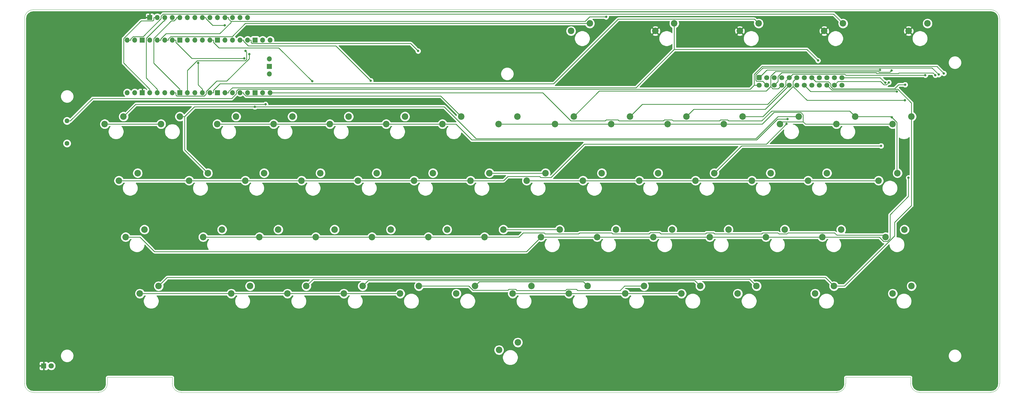
<source format=gbr>
%TF.GenerationSoftware,KiCad,Pcbnew,(5.1.10)-1*%
%TF.CreationDate,2021-09-20T19:48:49-07:00*%
%TF.ProjectId,Atari130MX,41746172-6931-4333-904d-582e6b696361,C*%
%TF.SameCoordinates,Original*%
%TF.FileFunction,Copper,L1,Top*%
%TF.FilePolarity,Positive*%
%FSLAX46Y46*%
G04 Gerber Fmt 4.6, Leading zero omitted, Abs format (unit mm)*
G04 Created by KiCad (PCBNEW (5.1.10)-1) date 2021-09-20 19:48:49*
%MOMM*%
%LPD*%
G01*
G04 APERTURE LIST*
%TA.AperFunction,Profile*%
%ADD10C,0.050000*%
%TD*%
%TA.AperFunction,ComponentPad*%
%ADD11O,1.600000X1.600000*%
%TD*%
%TA.AperFunction,ComponentPad*%
%ADD12C,1.600000*%
%TD*%
%TA.AperFunction,ComponentPad*%
%ADD13O,1.700000X1.700000*%
%TD*%
%TA.AperFunction,ComponentPad*%
%ADD14R,1.700000X1.700000*%
%TD*%
%TA.AperFunction,ComponentPad*%
%ADD15C,1.700000*%
%TD*%
%TA.AperFunction,ComponentPad*%
%ADD16C,2.200000*%
%TD*%
%TA.AperFunction,ComponentPad*%
%ADD17C,1.800000*%
%TD*%
%TA.AperFunction,ComponentPad*%
%ADD18R,1.800000X1.800000*%
%TD*%
%TA.AperFunction,ViaPad*%
%ADD19C,0.800000*%
%TD*%
%TA.AperFunction,Conductor*%
%ADD20C,0.250000*%
%TD*%
%TA.AperFunction,Conductor*%
%ADD21C,0.254000*%
%TD*%
%TA.AperFunction,Conductor*%
%ADD22C,0.100000*%
%TD*%
G04 APERTURE END LIST*
D10*
X325000000Y-152160000D02*
X349060000Y-152160000D01*
X322000000Y-149160000D02*
G75*
G03*
X325000000Y-152160000I3000000J0D01*
G01*
X300100000Y-147060000D02*
X300100000Y-149160000D01*
X322000000Y-147060000D02*
X322000000Y-149160000D01*
X300100000Y-147060000D02*
X322000000Y-147060000D01*
X300100000Y-149160000D02*
G75*
G02*
X297100000Y-152160000I-3000000J0D01*
G01*
X75760000Y-152160000D02*
X297100000Y-152160000D01*
X72760000Y-147060000D02*
X72760000Y-149160000D01*
X72760000Y-149160000D02*
G75*
G03*
X75760000Y-152160000I3000000J0D01*
G01*
X50860000Y-147060000D02*
X72760000Y-147060000D01*
X50860000Y-147060000D02*
X50860000Y-149160000D01*
X50860000Y-149160000D02*
G75*
G02*
X47860000Y-152160000I-3000000J0D01*
G01*
X25860000Y-152160000D02*
X47860000Y-152160000D01*
X352060000Y-149160000D02*
G75*
G02*
X349060000Y-152160000I-3000000J0D01*
G01*
X349060000Y-22860000D02*
G75*
G02*
X352060000Y-25860000I0J-3000000D01*
G01*
X25860000Y-152160000D02*
G75*
G02*
X22860000Y-149160000I0J3000000D01*
G01*
X22860000Y-25860000D02*
G75*
G02*
X25860000Y-22860000I3000000J0D01*
G01*
X352060000Y-25860000D02*
X352060000Y-149160000D01*
X25860000Y-22860000D02*
X349060000Y-22860000D01*
X22860000Y-25860000D02*
X22860000Y-149160000D01*
D11*
X37220000Y-60425000D03*
D12*
X37220000Y-68045000D03*
D13*
X57540000Y-33120000D03*
X60080000Y-33120000D03*
D14*
X62620000Y-33120000D03*
D13*
X65160000Y-33120000D03*
X67700000Y-33120000D03*
X70240000Y-33120000D03*
X72780000Y-33120000D03*
D14*
X75320000Y-33120000D03*
D13*
X77860000Y-33120000D03*
X80400000Y-33120000D03*
X82940000Y-33120000D03*
X85480000Y-33120000D03*
D14*
X88020000Y-33120000D03*
D13*
X90560000Y-33120000D03*
X93100000Y-33120000D03*
X95640000Y-33120000D03*
X98180000Y-33120000D03*
D14*
X100720000Y-33120000D03*
D13*
X103260000Y-33120000D03*
X105800000Y-33120000D03*
X105800000Y-50900000D03*
X103260000Y-50900000D03*
D14*
X100720000Y-50900000D03*
D13*
X98180000Y-50900000D03*
X95640000Y-50900000D03*
X93100000Y-50900000D03*
X90560000Y-50900000D03*
D14*
X88020000Y-50900000D03*
D13*
X85480000Y-50900000D03*
X82940000Y-50900000D03*
X80400000Y-50900000D03*
X77860000Y-50900000D03*
D14*
X75320000Y-50900000D03*
D13*
X72780000Y-50900000D03*
X70240000Y-50900000D03*
X67700000Y-50900000D03*
X65160000Y-50900000D03*
D14*
X62620000Y-50900000D03*
D13*
X60080000Y-50900000D03*
X57540000Y-50900000D03*
X105570000Y-39470000D03*
D14*
X105570000Y-42010000D03*
D13*
X105570000Y-44550000D03*
D14*
X65160000Y-25500000D03*
D13*
X67700000Y-25500000D03*
X70240000Y-25500000D03*
X72780000Y-25500000D03*
X75320000Y-25500000D03*
X77860000Y-25500000D03*
X80400000Y-25500000D03*
X82940000Y-25500000D03*
X85480000Y-25500000D03*
X88020000Y-25500000D03*
X90560000Y-25500000D03*
X93100000Y-25500000D03*
X95640000Y-25500000D03*
X98180000Y-25500000D03*
%TA.AperFunction,ComponentPad*%
G36*
G01*
X270300000Y-44970000D02*
X271500000Y-44970000D01*
G75*
G02*
X271750000Y-45220000I0J-250000D01*
G01*
X271750000Y-46420000D01*
G75*
G02*
X271500000Y-46670000I-250000J0D01*
G01*
X270300000Y-46670000D01*
G75*
G02*
X270050000Y-46420000I0J250000D01*
G01*
X270050000Y-45220000D01*
G75*
G02*
X270300000Y-44970000I250000J0D01*
G01*
G37*
%TD.AperFunction*%
D15*
X273440000Y-45820000D03*
X275980000Y-45820000D03*
X278520000Y-45820000D03*
X281060000Y-45820000D03*
X283600000Y-45820000D03*
X286140000Y-45820000D03*
X288680000Y-45820000D03*
X291220000Y-45820000D03*
X293760000Y-45820000D03*
X296300000Y-45820000D03*
X298840000Y-45820000D03*
X270900000Y-48360000D03*
X273440000Y-48360000D03*
X275980000Y-48360000D03*
X278520000Y-48360000D03*
X281060000Y-48360000D03*
X283600000Y-48360000D03*
X286140000Y-48360000D03*
X288680000Y-48360000D03*
X291220000Y-48360000D03*
X293760000Y-48360000D03*
X296300000Y-48360000D03*
X298840000Y-48360000D03*
D16*
X289775000Y-118790000D03*
X296125000Y-116250000D03*
X56990000Y-99690000D03*
X63340000Y-97150000D03*
X61800000Y-118790000D03*
X68150000Y-116250000D03*
X242200000Y-27530000D03*
X235850000Y-30070000D03*
X270700000Y-27530000D03*
X264350000Y-30070000D03*
X327700000Y-27530000D03*
X321350000Y-30070000D03*
X299200000Y-27530000D03*
X292850000Y-30070000D03*
X213700000Y-27530000D03*
X207350000Y-30070000D03*
X183050000Y-137840000D03*
X189400000Y-135300000D03*
D17*
X31900000Y-143200000D03*
D18*
X29360000Y-143200000D03*
D16*
X92650000Y-118790000D03*
X99000000Y-116250000D03*
X173410000Y-80620000D03*
X179760000Y-78080000D03*
X111650000Y-118790000D03*
X118000000Y-116250000D03*
X97410000Y-80620000D03*
X103760000Y-78080000D03*
X149650000Y-118790000D03*
X156000000Y-116250000D03*
X192410000Y-80620000D03*
X198760000Y-78080000D03*
X54710000Y-80620000D03*
X61060000Y-78080000D03*
X154410000Y-80620000D03*
X160760000Y-78080000D03*
X292190000Y-99690000D03*
X298540000Y-97150000D03*
X263650000Y-118790000D03*
X270000000Y-116250000D03*
X254190000Y-99690000D03*
X260540000Y-97150000D03*
X102190000Y-99690000D03*
X108540000Y-97150000D03*
X311210000Y-80620000D03*
X317560000Y-78080000D03*
X135410000Y-80620000D03*
X141760000Y-78080000D03*
X78410000Y-80620000D03*
X84760000Y-78080000D03*
X273190000Y-99690000D03*
X279540000Y-97150000D03*
X244650000Y-118790000D03*
X251000000Y-116250000D03*
X249410000Y-80620000D03*
X255760000Y-78080000D03*
X230410000Y-80620000D03*
X236760000Y-78080000D03*
X187650000Y-118790000D03*
X194000000Y-116250000D03*
X206650000Y-118790000D03*
X213000000Y-116250000D03*
X258950000Y-61520000D03*
X265300000Y-58980000D03*
X235190000Y-99690000D03*
X241540000Y-97150000D03*
X216190000Y-99690000D03*
X222540000Y-97150000D03*
X197190000Y-99690000D03*
X203540000Y-97150000D03*
X315950000Y-118790000D03*
X322300000Y-116250000D03*
X211410000Y-80620000D03*
X217760000Y-78080000D03*
X178190000Y-99690000D03*
X184540000Y-97150000D03*
X277950000Y-61520000D03*
X284300000Y-58980000D03*
X159190000Y-99690000D03*
X165540000Y-97150000D03*
X140190000Y-99690000D03*
X146540000Y-97150000D03*
X49950000Y-61520000D03*
X56300000Y-58980000D03*
X287410000Y-80620000D03*
X293760000Y-78080000D03*
X116410000Y-80620000D03*
X122760000Y-78080000D03*
X296950000Y-61520000D03*
X303300000Y-58980000D03*
X268410000Y-80620000D03*
X274760000Y-78080000D03*
X121190000Y-99690000D03*
X127540000Y-97150000D03*
X313590000Y-99690000D03*
X319940000Y-97150000D03*
X225650000Y-118790000D03*
X232000000Y-116250000D03*
X130650000Y-118790000D03*
X137000000Y-116250000D03*
X315950000Y-61520000D03*
X322300000Y-58980000D03*
X168650000Y-118790000D03*
X175000000Y-116250000D03*
X83190000Y-99690000D03*
X89540000Y-97150000D03*
X220950000Y-61520000D03*
X227300000Y-58980000D03*
X201950000Y-61520000D03*
X208300000Y-58980000D03*
X182950000Y-61520000D03*
X189300000Y-58980000D03*
X163950000Y-61520000D03*
X170300000Y-58980000D03*
X144950000Y-61520000D03*
X151300000Y-58980000D03*
X125950000Y-61520000D03*
X132300000Y-58980000D03*
X106950000Y-61520000D03*
X113300000Y-58980000D03*
X87950000Y-61520000D03*
X94300000Y-58980000D03*
X68950000Y-61520000D03*
X75300000Y-58980000D03*
X239950000Y-61520000D03*
X246300000Y-58980000D03*
D19*
X333230500Y-44399700D03*
X262010000Y-28040000D03*
X248040000Y-29945000D03*
X98734800Y-37885800D03*
X97464500Y-36826800D03*
X81488000Y-40829900D03*
X90491900Y-28170800D03*
X313441900Y-47527900D03*
X314639100Y-47447800D03*
X290752700Y-40056700D03*
X100648500Y-55685600D03*
X104230600Y-54856500D03*
X315659700Y-59248400D03*
X280138600Y-61453500D03*
X320158400Y-48228200D03*
X280494600Y-59854100D03*
X317360400Y-50501800D03*
X155742100Y-36830000D03*
X139739000Y-46866900D03*
X320119800Y-53505400D03*
X312047600Y-68875800D03*
X315607300Y-43378000D03*
X330365600Y-45023200D03*
X97079500Y-39343400D03*
X331542100Y-44797300D03*
X311737200Y-43246100D03*
X219210700Y-25321200D03*
X326970000Y-45010200D03*
X119993200Y-47032000D03*
X321293800Y-79660400D03*
D20*
X269220900Y-48360000D02*
X270900000Y-48360000D01*
X38345300Y-60425000D02*
X45902400Y-52867900D01*
X45902400Y-52867900D02*
X92801600Y-52867900D01*
X92801600Y-52867900D02*
X94370000Y-51299500D01*
X94370000Y-51299500D02*
X94370000Y-50413600D01*
X94370000Y-50413600D02*
X95059300Y-49724300D01*
X95059300Y-49724300D02*
X267856600Y-49724300D01*
X267856600Y-49724300D02*
X269220900Y-48360000D01*
X269220900Y-48360000D02*
X269220900Y-44790900D01*
X269220900Y-44790900D02*
X271944200Y-42067600D01*
X271944200Y-42067600D02*
X330898400Y-42067600D01*
X330898400Y-42067600D02*
X333230500Y-44399700D01*
X37220000Y-60425000D02*
X38345300Y-60425000D01*
X72780000Y-50900000D02*
X73955300Y-50900000D01*
X98734800Y-37885800D02*
X98734800Y-39397500D01*
X98734800Y-39397500D02*
X91158700Y-46973600D01*
X91158700Y-46973600D02*
X87734600Y-46973600D01*
X87734600Y-46973600D02*
X84210000Y-50498200D01*
X84210000Y-50498200D02*
X84210000Y-51385400D01*
X84210000Y-51385400D02*
X83520100Y-52075300D01*
X83520100Y-52075300D02*
X74322500Y-52075300D01*
X74322500Y-52075300D02*
X73955300Y-51708100D01*
X73955300Y-51708100D02*
X73955300Y-50900000D01*
X97464500Y-36826800D02*
X97844400Y-37206700D01*
X97844400Y-37206700D02*
X97844400Y-39651000D01*
X97844400Y-39651000D02*
X97417100Y-40078300D01*
X97417100Y-40078300D02*
X81191600Y-40078300D01*
X81191600Y-40078300D02*
X77860000Y-43409900D01*
X77860000Y-43409900D02*
X77860000Y-50900000D01*
X82940000Y-49724700D02*
X81488000Y-48272700D01*
X81488000Y-48272700D02*
X81488000Y-40829900D01*
X82940000Y-50900000D02*
X82940000Y-49724700D01*
X82940000Y-25500000D02*
X84115300Y-25500000D01*
X84115300Y-25500000D02*
X84115300Y-25867300D01*
X84115300Y-25867300D02*
X86418700Y-28170700D01*
X86418700Y-28170700D02*
X90491900Y-28170700D01*
X90491900Y-28170700D02*
X90491900Y-28170800D01*
X75320000Y-50900000D02*
X75320000Y-49724700D01*
X75320000Y-25500000D02*
X74144700Y-25500000D01*
X74144700Y-25500000D02*
X74144700Y-25867400D01*
X74144700Y-25867400D02*
X73336800Y-26675300D01*
X73336800Y-26675300D02*
X72469100Y-26675300D01*
X72469100Y-26675300D02*
X66504900Y-32639500D01*
X66504900Y-32639500D02*
X66504900Y-40909600D01*
X66504900Y-40909600D02*
X75320000Y-49724700D01*
X67700000Y-50900000D02*
X67700000Y-49724700D01*
X70240000Y-25500000D02*
X70240000Y-26675300D01*
X70240000Y-26675300D02*
X69872700Y-26675300D01*
X69872700Y-26675300D02*
X63948400Y-32599600D01*
X63948400Y-32599600D02*
X63948400Y-45973100D01*
X63948400Y-45973100D02*
X67700000Y-49724700D01*
X65160000Y-50900000D02*
X65160000Y-49724700D01*
X67700000Y-25500000D02*
X66524700Y-25500000D01*
X66524700Y-25500000D02*
X66524700Y-26308100D01*
X66524700Y-26308100D02*
X66157500Y-26675300D01*
X66157500Y-26675300D02*
X62281300Y-26675300D01*
X62281300Y-26675300D02*
X56322500Y-32634100D01*
X56322500Y-32634100D02*
X56322500Y-40887200D01*
X56322500Y-40887200D02*
X65160000Y-49724700D01*
X298840000Y-45820000D02*
X311734000Y-45820000D01*
X311734000Y-45820000D02*
X313441900Y-47527900D01*
X57540000Y-33120000D02*
X58715300Y-33120000D01*
X299200000Y-27530000D02*
X295989600Y-24319600D01*
X295989600Y-24319600D02*
X69679800Y-24319600D01*
X69679800Y-24319600D02*
X68970000Y-25029400D01*
X68970000Y-25029400D02*
X68970000Y-25908600D01*
X68970000Y-25908600D02*
X62933900Y-31944700D01*
X62933900Y-31944700D02*
X59523200Y-31944700D01*
X59523200Y-31944700D02*
X58715300Y-32752600D01*
X58715300Y-32752600D02*
X58715300Y-33120000D01*
X296300000Y-48360000D02*
X297497300Y-47162700D01*
X297497300Y-47162700D02*
X311851200Y-47162700D01*
X311851200Y-47162700D02*
X312941800Y-48253300D01*
X312941800Y-48253300D02*
X313833600Y-48253300D01*
X313833600Y-48253300D02*
X314639100Y-47447800D01*
X85480000Y-50900000D02*
X86655300Y-50900000D01*
X270700000Y-27530000D02*
X269251000Y-26081000D01*
X269251000Y-26081000D02*
X223302200Y-26081000D01*
X223302200Y-26081000D02*
X201498100Y-47885100D01*
X201498100Y-47885100D02*
X88862200Y-47885100D01*
X88862200Y-47885100D02*
X86655300Y-50092000D01*
X86655300Y-50092000D02*
X86655300Y-50900000D01*
X242200000Y-36316500D02*
X287012500Y-36316500D01*
X287012500Y-36316500D02*
X290752700Y-40056700D01*
X91735300Y-50900000D02*
X91735300Y-50532700D01*
X91735300Y-50532700D02*
X93059700Y-49208300D01*
X93059700Y-49208300D02*
X229308200Y-49208300D01*
X229308200Y-49208300D02*
X242200000Y-36316500D01*
X242200000Y-36316500D02*
X242200000Y-27530000D01*
X90560000Y-50900000D02*
X91735300Y-50900000D01*
X322300000Y-58980000D02*
X322300000Y-54403800D01*
X322300000Y-54403800D02*
X317672700Y-49776500D01*
X317672700Y-49776500D02*
X317060000Y-49776500D01*
X317060000Y-49776500D02*
X316811500Y-50025000D01*
X316811500Y-50025000D02*
X295425000Y-50025000D01*
X295425000Y-50025000D02*
X293760000Y-48360000D01*
X296125000Y-116250000D02*
X299682800Y-116250000D01*
X299682800Y-116250000D02*
X316634900Y-99297900D01*
X316634900Y-99297900D02*
X316634900Y-94690200D01*
X316634900Y-94690200D02*
X322300000Y-89025100D01*
X322300000Y-89025100D02*
X322300000Y-58980000D01*
X296125000Y-116250000D02*
X293255200Y-113380200D01*
X293255200Y-113380200D02*
X71019800Y-113380200D01*
X71019800Y-113380200D02*
X68150000Y-116250000D01*
X170300000Y-58980000D02*
X163395300Y-52075300D01*
X163395300Y-52075300D02*
X97623200Y-52075300D01*
X97623200Y-52075300D02*
X96815300Y-51267400D01*
X96815300Y-51267400D02*
X96815300Y-50900000D01*
X95640000Y-50900000D02*
X96815300Y-50900000D01*
X198760000Y-78080000D02*
X179760000Y-78080000D01*
X313590000Y-99690000D02*
X312966800Y-99066800D01*
X312966800Y-99066800D02*
X297114600Y-99066800D01*
X297114600Y-99066800D02*
X296312400Y-98264600D01*
X296312400Y-98264600D02*
X280588800Y-98264600D01*
X280588800Y-98264600D02*
X280223200Y-98630200D01*
X280223200Y-98630200D02*
X277559600Y-98630200D01*
X277559600Y-98630200D02*
X277160100Y-98230700D01*
X277160100Y-98230700D02*
X272109300Y-98230700D01*
X272109300Y-98230700D02*
X271724400Y-98615600D01*
X271724400Y-98615600D02*
X255834400Y-98615600D01*
X255834400Y-98615600D02*
X255467800Y-98249000D01*
X255467800Y-98249000D02*
X253091000Y-98249000D01*
X253091000Y-98249000D02*
X252733200Y-98606800D01*
X252733200Y-98606800D02*
X237709000Y-98606800D01*
X237709000Y-98606800D02*
X237310700Y-98208500D01*
X237310700Y-98208500D02*
X234131500Y-98208500D01*
X234131500Y-98208500D02*
X233724400Y-98615600D01*
X233724400Y-98615600D02*
X221465600Y-98615600D01*
X221465600Y-98615600D02*
X221114600Y-98264600D01*
X221114600Y-98264600D02*
X210245800Y-98264600D01*
X210245800Y-98264600D02*
X209935000Y-98575400D01*
X209935000Y-98575400D02*
X198615400Y-98575400D01*
X198615400Y-98575400D02*
X198294900Y-98254900D01*
X198294900Y-98254900D02*
X191255500Y-98254900D01*
X191255500Y-98254900D02*
X189820400Y-99690000D01*
X189820400Y-99690000D02*
X178190000Y-99690000D01*
X159190000Y-99690000D02*
X140190000Y-99690000D01*
X178190000Y-99690000D02*
X159190000Y-99690000D01*
X121190000Y-99690000D02*
X102190000Y-99690000D01*
X140190000Y-99690000D02*
X121190000Y-99690000D01*
X102190000Y-99690000D02*
X83190000Y-99690000D01*
X100648500Y-55685600D02*
X164560500Y-55685600D01*
X164560500Y-55685600D02*
X175306100Y-66431200D01*
X175306100Y-66431200D02*
X269829700Y-66431200D01*
X269829700Y-66431200D02*
X277280900Y-58980000D01*
X277280900Y-58980000D02*
X284300000Y-58980000D01*
X76947200Y-58980000D02*
X80241600Y-55685600D01*
X80241600Y-55685600D02*
X100648500Y-55685600D01*
X76947200Y-58980000D02*
X76947200Y-70267200D01*
X76947200Y-70267200D02*
X84760000Y-78080000D01*
X75300000Y-58980000D02*
X76947200Y-58980000D01*
X303300000Y-58980000D02*
X301415400Y-57095400D01*
X301415400Y-57095400D02*
X275084200Y-57095400D01*
X275084200Y-57095400D02*
X271734000Y-60445600D01*
X271734000Y-60445600D02*
X260564600Y-60445600D01*
X260564600Y-60445600D02*
X260201200Y-60082200D01*
X260201200Y-60082200D02*
X257847800Y-60082200D01*
X257847800Y-60082200D02*
X257491400Y-60438600D01*
X257491400Y-60438600D02*
X241848000Y-60438600D01*
X241848000Y-60438600D02*
X241454900Y-60045500D01*
X241454900Y-60045500D02*
X238884500Y-60045500D01*
X238884500Y-60045500D02*
X238512100Y-60417900D01*
X238512100Y-60417900D02*
X223576700Y-60417900D01*
X223576700Y-60417900D02*
X223234500Y-60075700D01*
X223234500Y-60075700D02*
X219283400Y-60075700D01*
X219283400Y-60075700D02*
X218945500Y-60413600D01*
X218945500Y-60413600D02*
X207325000Y-60413600D01*
X207325000Y-60413600D02*
X197811400Y-50900000D01*
X197811400Y-50900000D02*
X105800000Y-50900000D01*
X104230600Y-54856500D02*
X60423500Y-54856500D01*
X60423500Y-54856500D02*
X56300000Y-58980000D01*
X315659700Y-59248400D02*
X315391400Y-58980100D01*
X315391400Y-58980100D02*
X303300000Y-58980100D01*
X303300000Y-58980100D02*
X303300000Y-58980000D01*
X317560000Y-78080000D02*
X317395500Y-77915500D01*
X317395500Y-77915500D02*
X317395500Y-60948600D01*
X317395500Y-60948600D02*
X315695300Y-59248400D01*
X315695300Y-59248400D02*
X315659700Y-59248400D01*
X173410000Y-80620000D02*
X184589700Y-80620000D01*
X184589700Y-80620000D02*
X186015100Y-79194600D01*
X186015100Y-79194600D02*
X196818000Y-79194600D01*
X196818000Y-79194600D02*
X197169000Y-79545600D01*
X197169000Y-79545600D02*
X200636600Y-79545600D01*
X200636600Y-79545600D02*
X211892300Y-68289900D01*
X211892300Y-68289900D02*
X273302200Y-68289900D01*
X273302200Y-68289900D02*
X280138600Y-61453500D01*
X154410000Y-80620000D02*
X173410000Y-80620000D01*
X320158400Y-48228200D02*
X317971400Y-48228200D01*
X317971400Y-48228200D02*
X316625000Y-49574600D01*
X316625000Y-49574600D02*
X295744500Y-49574600D01*
X295744500Y-49574600D02*
X295030000Y-48860100D01*
X295030000Y-48860100D02*
X295030000Y-47929000D01*
X295030000Y-47929000D02*
X294285600Y-47184600D01*
X294285600Y-47184600D02*
X290044600Y-47184600D01*
X290044600Y-47184600D02*
X288680000Y-45820000D01*
X54710000Y-80620000D02*
X78410000Y-80620000D01*
X97410000Y-80620000D02*
X116410000Y-80620000D01*
X78410000Y-80620000D02*
X97410000Y-80620000D01*
X135410000Y-80620000D02*
X154410000Y-80620000D01*
X116410000Y-80620000D02*
X135410000Y-80620000D01*
X163950000Y-61520000D02*
X168508600Y-61520000D01*
X168508600Y-61520000D02*
X173870200Y-66881600D01*
X173870200Y-66881600D02*
X270069100Y-66881600D01*
X270069100Y-66881600D02*
X277096600Y-59854100D01*
X277096600Y-59854100D02*
X280494600Y-59854100D01*
X144950000Y-61520000D02*
X163950000Y-61520000D01*
X286140000Y-48360000D02*
X288281800Y-50501800D01*
X288281800Y-50501800D02*
X317360400Y-50501800D01*
X68950000Y-61520000D02*
X49950000Y-61520000D01*
X125950000Y-61520000D02*
X144950000Y-61520000D01*
X106950000Y-61520000D02*
X125950000Y-61520000D01*
X87950000Y-61520000D02*
X106950000Y-61520000D01*
X285725400Y-60728200D02*
X286517200Y-61520000D01*
X286517200Y-61520000D02*
X296950000Y-61520000D01*
X258950000Y-61520000D02*
X271916300Y-61520000D01*
X271916300Y-61520000D02*
X275885200Y-57551100D01*
X275885200Y-57551100D02*
X284920700Y-57551100D01*
X284920700Y-57551100D02*
X285725400Y-58355800D01*
X285725400Y-58355800D02*
X285725400Y-60728200D01*
X285725400Y-60728200D02*
X278741800Y-60728200D01*
X278741800Y-60728200D02*
X277950000Y-61520000D01*
X239950000Y-61520000D02*
X258950000Y-61520000D01*
X98180000Y-33120000D02*
X99355300Y-33120000D01*
X99355300Y-33120000D02*
X99355300Y-33928100D01*
X99355300Y-33928100D02*
X99722500Y-34295300D01*
X99722500Y-34295300D02*
X153207400Y-34295300D01*
X153207400Y-34295300D02*
X155742100Y-36830000D01*
X296950000Y-61520000D02*
X315950000Y-61520000D01*
X220950000Y-61520000D02*
X239950000Y-61520000D01*
X201950000Y-61520000D02*
X182950000Y-61520000D01*
X220950000Y-61520000D02*
X201950000Y-61520000D01*
X268410000Y-80620000D02*
X249410000Y-80620000D01*
X287410000Y-80620000D02*
X268410000Y-80620000D01*
X95640000Y-33120000D02*
X96815300Y-33120000D01*
X139739000Y-46866900D02*
X127969500Y-35097400D01*
X127969500Y-35097400D02*
X98425400Y-35097400D01*
X98425400Y-35097400D02*
X96815300Y-33487300D01*
X96815300Y-33487300D02*
X96815300Y-33120000D01*
X311210000Y-80620000D02*
X287410000Y-80620000D01*
X211410000Y-80620000D02*
X192410000Y-80620000D01*
X230410000Y-80620000D02*
X211410000Y-80620000D01*
X230410000Y-80620000D02*
X249410000Y-80620000D01*
X282320200Y-48788600D02*
X272128800Y-58980000D01*
X272128800Y-58980000D02*
X265300000Y-58980000D01*
X283600000Y-45820000D02*
X282320200Y-47099800D01*
X282320200Y-47099800D02*
X282320200Y-48788600D01*
X282320200Y-48788600D02*
X287037000Y-53505400D01*
X287037000Y-53505400D02*
X320119800Y-53505400D01*
X118000000Y-116250000D02*
X120354600Y-113895400D01*
X120354600Y-113895400D02*
X267645400Y-113895400D01*
X267645400Y-113895400D02*
X270000000Y-116250000D01*
X255760000Y-78080000D02*
X264964200Y-68875800D01*
X264964200Y-68875800D02*
X312047600Y-68875800D01*
X246300000Y-58980000D02*
X248791200Y-56488800D01*
X248791200Y-56488800D02*
X272931200Y-56488800D01*
X272931200Y-56488800D02*
X281060000Y-48360000D01*
X251000000Y-116250000D02*
X249099100Y-114349100D01*
X249099100Y-114349100D02*
X138900900Y-114349100D01*
X138900900Y-114349100D02*
X137000000Y-116250000D01*
X315607300Y-43378000D02*
X315013900Y-43971400D01*
X315013900Y-43971400D02*
X311436800Y-43971400D01*
X311436800Y-43971400D02*
X311199500Y-43734100D01*
X311199500Y-43734100D02*
X276387400Y-43734100D01*
X276387400Y-43734100D02*
X274762400Y-45359100D01*
X274762400Y-45359100D02*
X274762400Y-48844100D01*
X278520000Y-48360000D02*
X277328800Y-49551200D01*
X277328800Y-49551200D02*
X275469500Y-49551200D01*
X275469500Y-49551200D02*
X274762400Y-48844100D01*
X208300000Y-58980000D02*
X216908600Y-50371400D01*
X216908600Y-50371400D02*
X273235100Y-50371400D01*
X273235100Y-50371400D02*
X274762400Y-48844100D01*
X175000000Y-116250000D02*
X176437200Y-114812800D01*
X176437200Y-114812800D02*
X211562800Y-114812800D01*
X211562800Y-114812800D02*
X213000000Y-116250000D01*
X330365600Y-45023200D02*
X329609400Y-44267000D01*
X329609400Y-44267000D02*
X318007600Y-44267000D01*
X318007600Y-44267000D02*
X317852900Y-44421700D01*
X317852900Y-44421700D02*
X310611200Y-44421700D01*
X310611200Y-44421700D02*
X310373900Y-44184400D01*
X310373900Y-44184400D02*
X278474300Y-44184400D01*
X278474300Y-44184400D02*
X277250000Y-45408700D01*
X277250000Y-45408700D02*
X277250000Y-47090000D01*
X277250000Y-47090000D02*
X275980000Y-48360000D01*
X92650000Y-118790000D02*
X61800000Y-118790000D01*
X111650000Y-118790000D02*
X92650000Y-118790000D01*
X130650000Y-118790000D02*
X111650000Y-118790000D01*
X149650000Y-118790000D02*
X130650000Y-118790000D01*
X225650000Y-118790000D02*
X244650000Y-118790000D01*
X206650000Y-118790000D02*
X225650000Y-118790000D01*
X73955300Y-33120000D02*
X73955300Y-33928000D01*
X73955300Y-33928000D02*
X79370700Y-39343400D01*
X79370700Y-39343400D02*
X97079500Y-39343400D01*
X72780000Y-33120000D02*
X73955300Y-33120000D01*
X187650000Y-118790000D02*
X206650000Y-118790000D01*
X273440000Y-48360000D02*
X272100800Y-47020800D01*
X272100800Y-47020800D02*
X270039300Y-47020800D01*
X270039300Y-47020800D02*
X269705900Y-46687400D01*
X269705900Y-46687400D02*
X269705900Y-44962300D01*
X269705900Y-44962300D02*
X272150200Y-42518000D01*
X272150200Y-42518000D02*
X329262800Y-42518000D01*
X329262800Y-42518000D02*
X331542100Y-44797300D01*
X70240000Y-33120000D02*
X71415300Y-33120000D01*
X213700000Y-27530000D02*
X97422700Y-27530000D01*
X97422700Y-27530000D02*
X93008000Y-31944700D01*
X93008000Y-31944700D02*
X72223200Y-31944700D01*
X72223200Y-31944700D02*
X71415300Y-32752600D01*
X71415300Y-32752600D02*
X71415300Y-33120000D01*
X184540000Y-97150000D02*
X203540000Y-97150000D01*
X270900000Y-45820000D02*
X273473900Y-43246100D01*
X273473900Y-43246100D02*
X311737200Y-43246100D01*
X92543200Y-26826800D02*
X91735300Y-26018900D01*
X91735300Y-26018900D02*
X91735300Y-25500000D01*
X68875300Y-33120000D02*
X68875300Y-32752700D01*
X68875300Y-32752700D02*
X70676900Y-30951100D01*
X70676900Y-30951100D02*
X88802000Y-30951100D01*
X88802000Y-30951100D02*
X92543200Y-27209900D01*
X92543200Y-27209900D02*
X92543200Y-26826800D01*
X219210700Y-25321200D02*
X213628800Y-25321200D01*
X213628800Y-25321200D02*
X212123200Y-26826800D01*
X212123200Y-26826800D02*
X92543200Y-26826800D01*
X67700000Y-33120000D02*
X68875300Y-33120000D01*
X90560000Y-25500000D02*
X91735300Y-25500000D01*
X281060000Y-45820000D02*
X282245200Y-44634800D01*
X282245200Y-44634800D02*
X299778100Y-44634800D01*
X299778100Y-44634800D02*
X300153500Y-45010200D01*
X300153500Y-45010200D02*
X326970000Y-45010200D01*
X227300000Y-58980000D02*
X231467900Y-54812100D01*
X231467900Y-54812100D02*
X273733100Y-54812100D01*
X273733100Y-54812100D02*
X279884600Y-48660600D01*
X279884600Y-48660600D02*
X279884600Y-46995400D01*
X279884600Y-46995400D02*
X281060000Y-45820000D01*
X85480000Y-33120000D02*
X86655300Y-33120000D01*
X119993200Y-47032000D02*
X108709000Y-35747800D01*
X108709000Y-35747800D02*
X88475100Y-35747800D01*
X88475100Y-35747800D02*
X86655300Y-33928000D01*
X86655300Y-33928000D02*
X86655300Y-33120000D01*
X156000000Y-116250000D02*
X172847800Y-116250000D01*
X172847800Y-116250000D02*
X174290700Y-117692900D01*
X174290700Y-117692900D02*
X186028300Y-117692900D01*
X186028300Y-117692900D02*
X186424600Y-117296600D01*
X186424600Y-117296600D02*
X188696600Y-117296600D01*
X188696600Y-117296600D02*
X189115600Y-117715600D01*
X189115600Y-117715600D02*
X205502900Y-117715600D01*
X205502900Y-117715600D02*
X205894500Y-117324000D01*
X205894500Y-117324000D02*
X209180400Y-117324000D01*
X209180400Y-117324000D02*
X209572000Y-117715600D01*
X209572000Y-117715600D02*
X223983200Y-117715600D01*
X223983200Y-117715600D02*
X225448800Y-116250000D01*
X225448800Y-116250000D02*
X232000000Y-116250000D01*
X292190000Y-99690000D02*
X311405400Y-99690000D01*
X311405400Y-99690000D02*
X312882200Y-101166800D01*
X312882200Y-101166800D02*
X314129100Y-101166800D01*
X314129100Y-101166800D02*
X315091800Y-100204100D01*
X315091800Y-100204100D02*
X315091800Y-92151900D01*
X315091800Y-92151900D02*
X321293800Y-85949900D01*
X321293800Y-85949900D02*
X321293800Y-79660400D01*
X273190000Y-99690000D02*
X292190000Y-99690000D01*
X197190000Y-99690000D02*
X192295100Y-104584900D01*
X192295100Y-104584900D02*
X66731500Y-104584900D01*
X66731500Y-104584900D02*
X61836600Y-99690000D01*
X61836600Y-99690000D02*
X56990000Y-99690000D01*
X216190000Y-99690000D02*
X197190000Y-99690000D01*
X254190000Y-99690000D02*
X273190000Y-99690000D01*
X235190000Y-99690000D02*
X254190000Y-99690000D01*
X216190000Y-99690000D02*
X235190000Y-99690000D01*
D21*
X349513893Y-23567670D02*
X349950498Y-23699489D01*
X350353185Y-23913600D01*
X350706612Y-24201848D01*
X350997327Y-24553261D01*
X351214242Y-24954439D01*
X351349106Y-25390113D01*
X351400000Y-25874344D01*
X351400001Y-149127711D01*
X351352330Y-149613894D01*
X351220512Y-150050497D01*
X351006399Y-150453186D01*
X350718150Y-150806613D01*
X350366739Y-151097327D01*
X349965564Y-151314240D01*
X349529886Y-151449106D01*
X349045664Y-151500000D01*
X325032279Y-151500000D01*
X324546106Y-151452330D01*
X324109503Y-151320512D01*
X323706814Y-151106399D01*
X323353387Y-150818150D01*
X323062673Y-150466739D01*
X322845760Y-150065564D01*
X322710894Y-149629886D01*
X322660000Y-149145664D01*
X322660000Y-147092419D01*
X322663193Y-147060000D01*
X322650450Y-146930617D01*
X322612710Y-146806207D01*
X322551425Y-146691550D01*
X322468948Y-146591052D01*
X322368450Y-146508575D01*
X322253793Y-146447290D01*
X322129383Y-146409550D01*
X322032419Y-146400000D01*
X322000000Y-146396807D01*
X321967581Y-146400000D01*
X300132419Y-146400000D01*
X300100000Y-146396807D01*
X300067581Y-146400000D01*
X299970617Y-146409550D01*
X299846207Y-146447290D01*
X299731550Y-146508575D01*
X299631052Y-146591052D01*
X299548575Y-146691550D01*
X299487290Y-146806207D01*
X299449550Y-146930617D01*
X299436807Y-147060000D01*
X299440000Y-147092420D01*
X299440001Y-149127711D01*
X299392330Y-149613894D01*
X299260512Y-150050497D01*
X299046399Y-150453186D01*
X298758150Y-150806613D01*
X298406739Y-151097327D01*
X298005564Y-151314240D01*
X297569886Y-151449106D01*
X297085664Y-151500000D01*
X75792279Y-151500000D01*
X75306106Y-151452330D01*
X74869503Y-151320512D01*
X74466814Y-151106399D01*
X74113387Y-150818150D01*
X73822673Y-150466739D01*
X73605760Y-150065564D01*
X73470894Y-149629886D01*
X73420000Y-149145664D01*
X73420000Y-147092419D01*
X73423193Y-147060000D01*
X73410450Y-146930617D01*
X73372710Y-146806207D01*
X73311425Y-146691550D01*
X73228948Y-146591052D01*
X73128450Y-146508575D01*
X73013793Y-146447290D01*
X72889383Y-146409550D01*
X72792419Y-146400000D01*
X72760000Y-146396807D01*
X72727581Y-146400000D01*
X50892419Y-146400000D01*
X50860000Y-146396807D01*
X50827581Y-146400000D01*
X50730617Y-146409550D01*
X50606207Y-146447290D01*
X50491550Y-146508575D01*
X50391052Y-146591052D01*
X50308575Y-146691550D01*
X50247290Y-146806207D01*
X50209550Y-146930617D01*
X50196807Y-147060000D01*
X50200000Y-147092420D01*
X50200001Y-149127711D01*
X50152330Y-149613894D01*
X50020512Y-150050497D01*
X49806399Y-150453186D01*
X49518150Y-150806613D01*
X49166739Y-151097327D01*
X48765564Y-151314240D01*
X48329886Y-151449106D01*
X47845664Y-151500000D01*
X25892279Y-151500000D01*
X25406106Y-151452330D01*
X24969503Y-151320512D01*
X24566814Y-151106399D01*
X24213387Y-150818150D01*
X23922673Y-150466739D01*
X23705760Y-150065564D01*
X23570894Y-149629886D01*
X23520000Y-149145664D01*
X23520000Y-144100000D01*
X27821928Y-144100000D01*
X27834188Y-144224482D01*
X27870498Y-144344180D01*
X27929463Y-144454494D01*
X28008815Y-144551185D01*
X28105506Y-144630537D01*
X28215820Y-144689502D01*
X28335518Y-144725812D01*
X28460000Y-144738072D01*
X29074250Y-144735000D01*
X29233000Y-144576250D01*
X29233000Y-143327000D01*
X27983750Y-143327000D01*
X27825000Y-143485750D01*
X27821928Y-144100000D01*
X23520000Y-144100000D01*
X23520000Y-142300000D01*
X27821928Y-142300000D01*
X27825000Y-142914250D01*
X27983750Y-143073000D01*
X29233000Y-143073000D01*
X29233000Y-141823750D01*
X29487000Y-141823750D01*
X29487000Y-143073000D01*
X29507000Y-143073000D01*
X29507000Y-143327000D01*
X29487000Y-143327000D01*
X29487000Y-144576250D01*
X29645750Y-144735000D01*
X30260000Y-144738072D01*
X30384482Y-144725812D01*
X30504180Y-144689502D01*
X30614494Y-144630537D01*
X30711185Y-144551185D01*
X30790537Y-144454494D01*
X30849502Y-144344180D01*
X30855056Y-144325873D01*
X30921495Y-144392312D01*
X31172905Y-144560299D01*
X31452257Y-144676011D01*
X31748816Y-144735000D01*
X32051184Y-144735000D01*
X32347743Y-144676011D01*
X32627095Y-144560299D01*
X32878505Y-144392312D01*
X33092312Y-144178505D01*
X33260299Y-143927095D01*
X33376011Y-143647743D01*
X33435000Y-143351184D01*
X33435000Y-143048816D01*
X33376011Y-142752257D01*
X33260299Y-142472905D01*
X33092312Y-142221495D01*
X32878505Y-142007688D01*
X32627095Y-141839701D01*
X32347743Y-141723989D01*
X32051184Y-141665000D01*
X31748816Y-141665000D01*
X31452257Y-141723989D01*
X31172905Y-141839701D01*
X30921495Y-142007688D01*
X30855056Y-142074127D01*
X30849502Y-142055820D01*
X30790537Y-141945506D01*
X30711185Y-141848815D01*
X30614494Y-141769463D01*
X30504180Y-141710498D01*
X30384482Y-141674188D01*
X30260000Y-141661928D01*
X29645750Y-141665000D01*
X29487000Y-141823750D01*
X29233000Y-141823750D01*
X29074250Y-141665000D01*
X28460000Y-141661928D01*
X28335518Y-141674188D01*
X28215820Y-141710498D01*
X28105506Y-141769463D01*
X28008815Y-141848815D01*
X27929463Y-141945506D01*
X27870498Y-142055820D01*
X27834188Y-142175518D01*
X27821928Y-142300000D01*
X23520000Y-142300000D01*
X23520000Y-139579872D01*
X34985000Y-139579872D01*
X34985000Y-140020128D01*
X35070890Y-140451925D01*
X35239369Y-140858669D01*
X35483962Y-141224729D01*
X35795271Y-141536038D01*
X36161331Y-141780631D01*
X36568075Y-141949110D01*
X36999872Y-142035000D01*
X37440128Y-142035000D01*
X37871925Y-141949110D01*
X38278669Y-141780631D01*
X38644729Y-141536038D01*
X38956038Y-141224729D01*
X39200631Y-140858669D01*
X39369110Y-140451925D01*
X39435039Y-140120475D01*
X184225000Y-140120475D01*
X184225000Y-140639525D01*
X184326261Y-141148601D01*
X184524893Y-141628141D01*
X184813262Y-142059715D01*
X185180285Y-142426738D01*
X185611859Y-142715107D01*
X186091399Y-142913739D01*
X186600475Y-143015000D01*
X187119525Y-143015000D01*
X187628601Y-142913739D01*
X188108141Y-142715107D01*
X188539715Y-142426738D01*
X188906738Y-142059715D01*
X189195107Y-141628141D01*
X189393739Y-141148601D01*
X189495000Y-140639525D01*
X189495000Y-140120475D01*
X189393739Y-139611399D01*
X189380681Y-139579872D01*
X334705000Y-139579872D01*
X334705000Y-140020128D01*
X334790890Y-140451925D01*
X334959369Y-140858669D01*
X335203962Y-141224729D01*
X335515271Y-141536038D01*
X335881331Y-141780631D01*
X336288075Y-141949110D01*
X336719872Y-142035000D01*
X337160128Y-142035000D01*
X337591925Y-141949110D01*
X337998669Y-141780631D01*
X338364729Y-141536038D01*
X338676038Y-141224729D01*
X338920631Y-140858669D01*
X339089110Y-140451925D01*
X339175000Y-140020128D01*
X339175000Y-139579872D01*
X339089110Y-139148075D01*
X338920631Y-138741331D01*
X338676038Y-138375271D01*
X338364729Y-138063962D01*
X337998669Y-137819369D01*
X337591925Y-137650890D01*
X337160128Y-137565000D01*
X336719872Y-137565000D01*
X336288075Y-137650890D01*
X335881331Y-137819369D01*
X335515271Y-138063962D01*
X335203962Y-138375271D01*
X334959369Y-138741331D01*
X334790890Y-139148075D01*
X334705000Y-139579872D01*
X189380681Y-139579872D01*
X189195107Y-139131859D01*
X188906738Y-138700285D01*
X188539715Y-138333262D01*
X188108141Y-138044893D01*
X187628601Y-137846261D01*
X187119525Y-137745000D01*
X186600475Y-137745000D01*
X186091399Y-137846261D01*
X185611859Y-138044893D01*
X185180285Y-138333262D01*
X184813262Y-138700285D01*
X184524893Y-139131859D01*
X184326261Y-139611399D01*
X184225000Y-140120475D01*
X39435039Y-140120475D01*
X39455000Y-140020128D01*
X39455000Y-139579872D01*
X39369110Y-139148075D01*
X39200631Y-138741331D01*
X38956038Y-138375271D01*
X38644729Y-138063962D01*
X38278669Y-137819369D01*
X37915929Y-137669117D01*
X181315000Y-137669117D01*
X181315000Y-138010883D01*
X181381675Y-138346081D01*
X181512463Y-138661831D01*
X181702337Y-138945998D01*
X181944002Y-139187663D01*
X182228169Y-139377537D01*
X182543919Y-139508325D01*
X182879117Y-139575000D01*
X183220883Y-139575000D01*
X183556081Y-139508325D01*
X183871831Y-139377537D01*
X184155998Y-139187663D01*
X184397663Y-138945998D01*
X184587537Y-138661831D01*
X184718325Y-138346081D01*
X184785000Y-138010883D01*
X184785000Y-137669117D01*
X184718325Y-137333919D01*
X184587537Y-137018169D01*
X184397663Y-136734002D01*
X184155998Y-136492337D01*
X183871831Y-136302463D01*
X183556081Y-136171675D01*
X183220883Y-136105000D01*
X182879117Y-136105000D01*
X182543919Y-136171675D01*
X182228169Y-136302463D01*
X181944002Y-136492337D01*
X181702337Y-136734002D01*
X181512463Y-137018169D01*
X181381675Y-137333919D01*
X181315000Y-137669117D01*
X37915929Y-137669117D01*
X37871925Y-137650890D01*
X37440128Y-137565000D01*
X36999872Y-137565000D01*
X36568075Y-137650890D01*
X36161331Y-137819369D01*
X35795271Y-138063962D01*
X35483962Y-138375271D01*
X35239369Y-138741331D01*
X35070890Y-139148075D01*
X34985000Y-139579872D01*
X23520000Y-139579872D01*
X23520000Y-135129117D01*
X187665000Y-135129117D01*
X187665000Y-135470883D01*
X187731675Y-135806081D01*
X187862463Y-136121831D01*
X188052337Y-136405998D01*
X188294002Y-136647663D01*
X188578169Y-136837537D01*
X188893919Y-136968325D01*
X189229117Y-137035000D01*
X189570883Y-137035000D01*
X189906081Y-136968325D01*
X190221831Y-136837537D01*
X190505998Y-136647663D01*
X190747663Y-136405998D01*
X190937537Y-136121831D01*
X191068325Y-135806081D01*
X191135000Y-135470883D01*
X191135000Y-135129117D01*
X191068325Y-134793919D01*
X190937537Y-134478169D01*
X190747663Y-134194002D01*
X190505998Y-133952337D01*
X190221831Y-133762463D01*
X189906081Y-133631675D01*
X189570883Y-133565000D01*
X189229117Y-133565000D01*
X188893919Y-133631675D01*
X188578169Y-133762463D01*
X188294002Y-133952337D01*
X188052337Y-134194002D01*
X187862463Y-134478169D01*
X187731675Y-134793919D01*
X187665000Y-135129117D01*
X23520000Y-135129117D01*
X23520000Y-118619117D01*
X60065000Y-118619117D01*
X60065000Y-118960883D01*
X60131675Y-119296081D01*
X60262463Y-119611831D01*
X60452337Y-119895998D01*
X60694002Y-120137663D01*
X60978169Y-120327537D01*
X61293919Y-120458325D01*
X61629117Y-120525000D01*
X61970883Y-120525000D01*
X62306081Y-120458325D01*
X62621831Y-120327537D01*
X62905998Y-120137663D01*
X63147663Y-119895998D01*
X63337537Y-119611831D01*
X63363148Y-119550000D01*
X63663547Y-119550000D01*
X63563262Y-119650285D01*
X63274893Y-120081859D01*
X63076261Y-120561399D01*
X62975000Y-121070475D01*
X62975000Y-121589525D01*
X63076261Y-122098601D01*
X63274893Y-122578141D01*
X63563262Y-123009715D01*
X63930285Y-123376738D01*
X64361859Y-123665107D01*
X64841399Y-123863739D01*
X65350475Y-123965000D01*
X65869525Y-123965000D01*
X66378601Y-123863739D01*
X66858141Y-123665107D01*
X67289715Y-123376738D01*
X67656738Y-123009715D01*
X67945107Y-122578141D01*
X68143739Y-122098601D01*
X68245000Y-121589525D01*
X68245000Y-121070475D01*
X68143739Y-120561399D01*
X67945107Y-120081859D01*
X67656738Y-119650285D01*
X67556453Y-119550000D01*
X91086852Y-119550000D01*
X91112463Y-119611831D01*
X91302337Y-119895998D01*
X91544002Y-120137663D01*
X91828169Y-120327537D01*
X92143919Y-120458325D01*
X92479117Y-120525000D01*
X92820883Y-120525000D01*
X93156081Y-120458325D01*
X93471831Y-120327537D01*
X93755998Y-120137663D01*
X93997663Y-119895998D01*
X94187537Y-119611831D01*
X94213148Y-119550000D01*
X94513547Y-119550000D01*
X94413262Y-119650285D01*
X94124893Y-120081859D01*
X93926261Y-120561399D01*
X93825000Y-121070475D01*
X93825000Y-121589525D01*
X93926261Y-122098601D01*
X94124893Y-122578141D01*
X94413262Y-123009715D01*
X94780285Y-123376738D01*
X95211859Y-123665107D01*
X95691399Y-123863739D01*
X96200475Y-123965000D01*
X96719525Y-123965000D01*
X97228601Y-123863739D01*
X97708141Y-123665107D01*
X98139715Y-123376738D01*
X98506738Y-123009715D01*
X98795107Y-122578141D01*
X98993739Y-122098601D01*
X99095000Y-121589525D01*
X99095000Y-121070475D01*
X98993739Y-120561399D01*
X98795107Y-120081859D01*
X98506738Y-119650285D01*
X98406453Y-119550000D01*
X110086852Y-119550000D01*
X110112463Y-119611831D01*
X110302337Y-119895998D01*
X110544002Y-120137663D01*
X110828169Y-120327537D01*
X111143919Y-120458325D01*
X111479117Y-120525000D01*
X111820883Y-120525000D01*
X112156081Y-120458325D01*
X112471831Y-120327537D01*
X112755998Y-120137663D01*
X112997663Y-119895998D01*
X113187537Y-119611831D01*
X113213148Y-119550000D01*
X113513547Y-119550000D01*
X113413262Y-119650285D01*
X113124893Y-120081859D01*
X112926261Y-120561399D01*
X112825000Y-121070475D01*
X112825000Y-121589525D01*
X112926261Y-122098601D01*
X113124893Y-122578141D01*
X113413262Y-123009715D01*
X113780285Y-123376738D01*
X114211859Y-123665107D01*
X114691399Y-123863739D01*
X115200475Y-123965000D01*
X115719525Y-123965000D01*
X116228601Y-123863739D01*
X116708141Y-123665107D01*
X117139715Y-123376738D01*
X117506738Y-123009715D01*
X117795107Y-122578141D01*
X117993739Y-122098601D01*
X118095000Y-121589525D01*
X118095000Y-121070475D01*
X117993739Y-120561399D01*
X117795107Y-120081859D01*
X117506738Y-119650285D01*
X117406453Y-119550000D01*
X129086852Y-119550000D01*
X129112463Y-119611831D01*
X129302337Y-119895998D01*
X129544002Y-120137663D01*
X129828169Y-120327537D01*
X130143919Y-120458325D01*
X130479117Y-120525000D01*
X130820883Y-120525000D01*
X131156081Y-120458325D01*
X131471831Y-120327537D01*
X131755998Y-120137663D01*
X131997663Y-119895998D01*
X132187537Y-119611831D01*
X132213148Y-119550000D01*
X132513547Y-119550000D01*
X132413262Y-119650285D01*
X132124893Y-120081859D01*
X131926261Y-120561399D01*
X131825000Y-121070475D01*
X131825000Y-121589525D01*
X131926261Y-122098601D01*
X132124893Y-122578141D01*
X132413262Y-123009715D01*
X132780285Y-123376738D01*
X133211859Y-123665107D01*
X133691399Y-123863739D01*
X134200475Y-123965000D01*
X134719525Y-123965000D01*
X135228601Y-123863739D01*
X135708141Y-123665107D01*
X136139715Y-123376738D01*
X136506738Y-123009715D01*
X136795107Y-122578141D01*
X136993739Y-122098601D01*
X137095000Y-121589525D01*
X137095000Y-121070475D01*
X150825000Y-121070475D01*
X150825000Y-121589525D01*
X150926261Y-122098601D01*
X151124893Y-122578141D01*
X151413262Y-123009715D01*
X151780285Y-123376738D01*
X152211859Y-123665107D01*
X152691399Y-123863739D01*
X153200475Y-123965000D01*
X153719525Y-123965000D01*
X154228601Y-123863739D01*
X154708141Y-123665107D01*
X155139715Y-123376738D01*
X155506738Y-123009715D01*
X155795107Y-122578141D01*
X155993739Y-122098601D01*
X156095000Y-121589525D01*
X156095000Y-121070475D01*
X169825000Y-121070475D01*
X169825000Y-121589525D01*
X169926261Y-122098601D01*
X170124893Y-122578141D01*
X170413262Y-123009715D01*
X170780285Y-123376738D01*
X171211859Y-123665107D01*
X171691399Y-123863739D01*
X172200475Y-123965000D01*
X172719525Y-123965000D01*
X173228601Y-123863739D01*
X173708141Y-123665107D01*
X174139715Y-123376738D01*
X174506738Y-123009715D01*
X174795107Y-122578141D01*
X174993739Y-122098601D01*
X175095000Y-121589525D01*
X175095000Y-121070475D01*
X174993739Y-120561399D01*
X174795107Y-120081859D01*
X174506738Y-119650285D01*
X174139715Y-119283262D01*
X173708141Y-118994893D01*
X173228601Y-118796261D01*
X172719525Y-118695000D01*
X172200475Y-118695000D01*
X171691399Y-118796261D01*
X171211859Y-118994893D01*
X170780285Y-119283262D01*
X170413262Y-119650285D01*
X170124893Y-120081859D01*
X169926261Y-120561399D01*
X169825000Y-121070475D01*
X156095000Y-121070475D01*
X155993739Y-120561399D01*
X155795107Y-120081859D01*
X155506738Y-119650285D01*
X155139715Y-119283262D01*
X154708141Y-118994893D01*
X154228601Y-118796261D01*
X153719525Y-118695000D01*
X153200475Y-118695000D01*
X152691399Y-118796261D01*
X152211859Y-118994893D01*
X151780285Y-119283262D01*
X151413262Y-119650285D01*
X151124893Y-120081859D01*
X150926261Y-120561399D01*
X150825000Y-121070475D01*
X137095000Y-121070475D01*
X136993739Y-120561399D01*
X136795107Y-120081859D01*
X136506738Y-119650285D01*
X136406453Y-119550000D01*
X148086852Y-119550000D01*
X148112463Y-119611831D01*
X148302337Y-119895998D01*
X148544002Y-120137663D01*
X148828169Y-120327537D01*
X149143919Y-120458325D01*
X149479117Y-120525000D01*
X149820883Y-120525000D01*
X150156081Y-120458325D01*
X150471831Y-120327537D01*
X150755998Y-120137663D01*
X150997663Y-119895998D01*
X151187537Y-119611831D01*
X151318325Y-119296081D01*
X151385000Y-118960883D01*
X151385000Y-118619117D01*
X166915000Y-118619117D01*
X166915000Y-118960883D01*
X166981675Y-119296081D01*
X167112463Y-119611831D01*
X167302337Y-119895998D01*
X167544002Y-120137663D01*
X167828169Y-120327537D01*
X168143919Y-120458325D01*
X168479117Y-120525000D01*
X168820883Y-120525000D01*
X169156081Y-120458325D01*
X169471831Y-120327537D01*
X169755998Y-120137663D01*
X169997663Y-119895998D01*
X170187537Y-119611831D01*
X170318325Y-119296081D01*
X170385000Y-118960883D01*
X170385000Y-118619117D01*
X170318325Y-118283919D01*
X170187537Y-117968169D01*
X169997663Y-117684002D01*
X169755998Y-117442337D01*
X169471831Y-117252463D01*
X169156081Y-117121675D01*
X168820883Y-117055000D01*
X168479117Y-117055000D01*
X168143919Y-117121675D01*
X167828169Y-117252463D01*
X167544002Y-117442337D01*
X167302337Y-117684002D01*
X167112463Y-117968169D01*
X166981675Y-118283919D01*
X166915000Y-118619117D01*
X151385000Y-118619117D01*
X151318325Y-118283919D01*
X151187537Y-117968169D01*
X150997663Y-117684002D01*
X150755998Y-117442337D01*
X150471831Y-117252463D01*
X150156081Y-117121675D01*
X149820883Y-117055000D01*
X149479117Y-117055000D01*
X149143919Y-117121675D01*
X148828169Y-117252463D01*
X148544002Y-117442337D01*
X148302337Y-117684002D01*
X148112463Y-117968169D01*
X148086852Y-118030000D01*
X132213148Y-118030000D01*
X132187537Y-117968169D01*
X131997663Y-117684002D01*
X131755998Y-117442337D01*
X131471831Y-117252463D01*
X131156081Y-117121675D01*
X130820883Y-117055000D01*
X130479117Y-117055000D01*
X130143919Y-117121675D01*
X129828169Y-117252463D01*
X129544002Y-117442337D01*
X129302337Y-117684002D01*
X129112463Y-117968169D01*
X129086852Y-118030000D01*
X113213148Y-118030000D01*
X113187537Y-117968169D01*
X112997663Y-117684002D01*
X112755998Y-117442337D01*
X112471831Y-117252463D01*
X112156081Y-117121675D01*
X111820883Y-117055000D01*
X111479117Y-117055000D01*
X111143919Y-117121675D01*
X110828169Y-117252463D01*
X110544002Y-117442337D01*
X110302337Y-117684002D01*
X110112463Y-117968169D01*
X110086852Y-118030000D01*
X94213148Y-118030000D01*
X94187537Y-117968169D01*
X93997663Y-117684002D01*
X93755998Y-117442337D01*
X93471831Y-117252463D01*
X93156081Y-117121675D01*
X92820883Y-117055000D01*
X92479117Y-117055000D01*
X92143919Y-117121675D01*
X91828169Y-117252463D01*
X91544002Y-117442337D01*
X91302337Y-117684002D01*
X91112463Y-117968169D01*
X91086852Y-118030000D01*
X63363148Y-118030000D01*
X63337537Y-117968169D01*
X63147663Y-117684002D01*
X62905998Y-117442337D01*
X62621831Y-117252463D01*
X62306081Y-117121675D01*
X61970883Y-117055000D01*
X61629117Y-117055000D01*
X61293919Y-117121675D01*
X60978169Y-117252463D01*
X60694002Y-117442337D01*
X60452337Y-117684002D01*
X60262463Y-117968169D01*
X60131675Y-118283919D01*
X60065000Y-118619117D01*
X23520000Y-118619117D01*
X23520000Y-96979117D01*
X61605000Y-96979117D01*
X61605000Y-97320883D01*
X61671675Y-97656081D01*
X61802463Y-97971831D01*
X61992337Y-98255998D01*
X62234002Y-98497663D01*
X62518169Y-98687537D01*
X62833919Y-98818325D01*
X63169117Y-98885000D01*
X63510883Y-98885000D01*
X63846081Y-98818325D01*
X64161831Y-98687537D01*
X64445998Y-98497663D01*
X64687663Y-98255998D01*
X64877537Y-97971831D01*
X65008325Y-97656081D01*
X65075000Y-97320883D01*
X65075000Y-96979117D01*
X87805000Y-96979117D01*
X87805000Y-97320883D01*
X87871675Y-97656081D01*
X88002463Y-97971831D01*
X88192337Y-98255998D01*
X88434002Y-98497663D01*
X88718169Y-98687537D01*
X89033919Y-98818325D01*
X89369117Y-98885000D01*
X89710883Y-98885000D01*
X90046081Y-98818325D01*
X90361831Y-98687537D01*
X90645998Y-98497663D01*
X90887663Y-98255998D01*
X91077537Y-97971831D01*
X91208325Y-97656081D01*
X91275000Y-97320883D01*
X91275000Y-96979117D01*
X106805000Y-96979117D01*
X106805000Y-97320883D01*
X106871675Y-97656081D01*
X107002463Y-97971831D01*
X107192337Y-98255998D01*
X107434002Y-98497663D01*
X107718169Y-98687537D01*
X108033919Y-98818325D01*
X108369117Y-98885000D01*
X108710883Y-98885000D01*
X109046081Y-98818325D01*
X109361831Y-98687537D01*
X109645998Y-98497663D01*
X109887663Y-98255998D01*
X110077537Y-97971831D01*
X110208325Y-97656081D01*
X110275000Y-97320883D01*
X110275000Y-96979117D01*
X125805000Y-96979117D01*
X125805000Y-97320883D01*
X125871675Y-97656081D01*
X126002463Y-97971831D01*
X126192337Y-98255998D01*
X126434002Y-98497663D01*
X126718169Y-98687537D01*
X127033919Y-98818325D01*
X127369117Y-98885000D01*
X127710883Y-98885000D01*
X128046081Y-98818325D01*
X128361831Y-98687537D01*
X128645998Y-98497663D01*
X128887663Y-98255998D01*
X129077537Y-97971831D01*
X129208325Y-97656081D01*
X129275000Y-97320883D01*
X129275000Y-96979117D01*
X144805000Y-96979117D01*
X144805000Y-97320883D01*
X144871675Y-97656081D01*
X145002463Y-97971831D01*
X145192337Y-98255998D01*
X145434002Y-98497663D01*
X145718169Y-98687537D01*
X146033919Y-98818325D01*
X146369117Y-98885000D01*
X146710883Y-98885000D01*
X147046081Y-98818325D01*
X147361831Y-98687537D01*
X147645998Y-98497663D01*
X147887663Y-98255998D01*
X148077537Y-97971831D01*
X148208325Y-97656081D01*
X148275000Y-97320883D01*
X148275000Y-96979117D01*
X163805000Y-96979117D01*
X163805000Y-97320883D01*
X163871675Y-97656081D01*
X164002463Y-97971831D01*
X164192337Y-98255998D01*
X164434002Y-98497663D01*
X164718169Y-98687537D01*
X165033919Y-98818325D01*
X165369117Y-98885000D01*
X165710883Y-98885000D01*
X166046081Y-98818325D01*
X166361831Y-98687537D01*
X166645998Y-98497663D01*
X166887663Y-98255998D01*
X167077537Y-97971831D01*
X167208325Y-97656081D01*
X167275000Y-97320883D01*
X167275000Y-96979117D01*
X167208325Y-96643919D01*
X167077537Y-96328169D01*
X166887663Y-96044002D01*
X166645998Y-95802337D01*
X166361831Y-95612463D01*
X166046081Y-95481675D01*
X165710883Y-95415000D01*
X165369117Y-95415000D01*
X165033919Y-95481675D01*
X164718169Y-95612463D01*
X164434002Y-95802337D01*
X164192337Y-96044002D01*
X164002463Y-96328169D01*
X163871675Y-96643919D01*
X163805000Y-96979117D01*
X148275000Y-96979117D01*
X148208325Y-96643919D01*
X148077537Y-96328169D01*
X147887663Y-96044002D01*
X147645998Y-95802337D01*
X147361831Y-95612463D01*
X147046081Y-95481675D01*
X146710883Y-95415000D01*
X146369117Y-95415000D01*
X146033919Y-95481675D01*
X145718169Y-95612463D01*
X145434002Y-95802337D01*
X145192337Y-96044002D01*
X145002463Y-96328169D01*
X144871675Y-96643919D01*
X144805000Y-96979117D01*
X129275000Y-96979117D01*
X129208325Y-96643919D01*
X129077537Y-96328169D01*
X128887663Y-96044002D01*
X128645998Y-95802337D01*
X128361831Y-95612463D01*
X128046081Y-95481675D01*
X127710883Y-95415000D01*
X127369117Y-95415000D01*
X127033919Y-95481675D01*
X126718169Y-95612463D01*
X126434002Y-95802337D01*
X126192337Y-96044002D01*
X126002463Y-96328169D01*
X125871675Y-96643919D01*
X125805000Y-96979117D01*
X110275000Y-96979117D01*
X110208325Y-96643919D01*
X110077537Y-96328169D01*
X109887663Y-96044002D01*
X109645998Y-95802337D01*
X109361831Y-95612463D01*
X109046081Y-95481675D01*
X108710883Y-95415000D01*
X108369117Y-95415000D01*
X108033919Y-95481675D01*
X107718169Y-95612463D01*
X107434002Y-95802337D01*
X107192337Y-96044002D01*
X107002463Y-96328169D01*
X106871675Y-96643919D01*
X106805000Y-96979117D01*
X91275000Y-96979117D01*
X91208325Y-96643919D01*
X91077537Y-96328169D01*
X90887663Y-96044002D01*
X90645998Y-95802337D01*
X90361831Y-95612463D01*
X90046081Y-95481675D01*
X89710883Y-95415000D01*
X89369117Y-95415000D01*
X89033919Y-95481675D01*
X88718169Y-95612463D01*
X88434002Y-95802337D01*
X88192337Y-96044002D01*
X88002463Y-96328169D01*
X87871675Y-96643919D01*
X87805000Y-96979117D01*
X65075000Y-96979117D01*
X65008325Y-96643919D01*
X64877537Y-96328169D01*
X64687663Y-96044002D01*
X64445998Y-95802337D01*
X64161831Y-95612463D01*
X63846081Y-95481675D01*
X63510883Y-95415000D01*
X63169117Y-95415000D01*
X62833919Y-95481675D01*
X62518169Y-95612463D01*
X62234002Y-95802337D01*
X61992337Y-96044002D01*
X61802463Y-96328169D01*
X61671675Y-96643919D01*
X61605000Y-96979117D01*
X23520000Y-96979117D01*
X23520000Y-77909117D01*
X59325000Y-77909117D01*
X59325000Y-78250883D01*
X59391675Y-78586081D01*
X59522463Y-78901831D01*
X59712337Y-79185998D01*
X59954002Y-79427663D01*
X60238169Y-79617537D01*
X60553919Y-79748325D01*
X60889117Y-79815000D01*
X61230883Y-79815000D01*
X61566081Y-79748325D01*
X61881831Y-79617537D01*
X62165998Y-79427663D01*
X62407663Y-79185998D01*
X62597537Y-78901831D01*
X62728325Y-78586081D01*
X62795000Y-78250883D01*
X62795000Y-77909117D01*
X62728325Y-77573919D01*
X62597537Y-77258169D01*
X62407663Y-76974002D01*
X62165998Y-76732337D01*
X61881831Y-76542463D01*
X61566081Y-76411675D01*
X61230883Y-76345000D01*
X60889117Y-76345000D01*
X60553919Y-76411675D01*
X60238169Y-76542463D01*
X59954002Y-76732337D01*
X59712337Y-76974002D01*
X59522463Y-77258169D01*
X59391675Y-77573919D01*
X59325000Y-77909117D01*
X23520000Y-77909117D01*
X23520000Y-67903665D01*
X35785000Y-67903665D01*
X35785000Y-68186335D01*
X35840147Y-68463574D01*
X35948320Y-68724727D01*
X36105363Y-68959759D01*
X36305241Y-69159637D01*
X36540273Y-69316680D01*
X36801426Y-69424853D01*
X37078665Y-69480000D01*
X37361335Y-69480000D01*
X37638574Y-69424853D01*
X37899727Y-69316680D01*
X38134759Y-69159637D01*
X38334637Y-68959759D01*
X38491680Y-68724727D01*
X38599853Y-68463574D01*
X38655000Y-68186335D01*
X38655000Y-67903665D01*
X38599853Y-67626426D01*
X38491680Y-67365273D01*
X38334637Y-67130241D01*
X38134759Y-66930363D01*
X37899727Y-66773320D01*
X37638574Y-66665147D01*
X37361335Y-66610000D01*
X37078665Y-66610000D01*
X36801426Y-66665147D01*
X36540273Y-66773320D01*
X36305241Y-66930363D01*
X36105363Y-67130241D01*
X35948320Y-67365273D01*
X35840147Y-67626426D01*
X35785000Y-67903665D01*
X23520000Y-67903665D01*
X23520000Y-60283665D01*
X35785000Y-60283665D01*
X35785000Y-60566335D01*
X35840147Y-60843574D01*
X35948320Y-61104727D01*
X36105363Y-61339759D01*
X36305241Y-61539637D01*
X36540273Y-61696680D01*
X36801426Y-61804853D01*
X37078665Y-61860000D01*
X37361335Y-61860000D01*
X37638574Y-61804853D01*
X37899727Y-61696680D01*
X38134759Y-61539637D01*
X38325279Y-61349117D01*
X48215000Y-61349117D01*
X48215000Y-61690883D01*
X48281675Y-62026081D01*
X48412463Y-62341831D01*
X48602337Y-62625998D01*
X48844002Y-62867663D01*
X49128169Y-63057537D01*
X49443919Y-63188325D01*
X49779117Y-63255000D01*
X50120883Y-63255000D01*
X50456081Y-63188325D01*
X50771831Y-63057537D01*
X51055998Y-62867663D01*
X51297663Y-62625998D01*
X51487537Y-62341831D01*
X51513148Y-62280000D01*
X51813547Y-62280000D01*
X51713262Y-62380285D01*
X51424893Y-62811859D01*
X51226261Y-63291399D01*
X51125000Y-63800475D01*
X51125000Y-64319525D01*
X51226261Y-64828601D01*
X51424893Y-65308141D01*
X51713262Y-65739715D01*
X52080285Y-66106738D01*
X52511859Y-66395107D01*
X52991399Y-66593739D01*
X53500475Y-66695000D01*
X54019525Y-66695000D01*
X54528601Y-66593739D01*
X55008141Y-66395107D01*
X55439715Y-66106738D01*
X55806738Y-65739715D01*
X56095107Y-65308141D01*
X56293739Y-64828601D01*
X56395000Y-64319525D01*
X56395000Y-63800475D01*
X70125000Y-63800475D01*
X70125000Y-64319525D01*
X70226261Y-64828601D01*
X70424893Y-65308141D01*
X70713262Y-65739715D01*
X71080285Y-66106738D01*
X71511859Y-66395107D01*
X71991399Y-66593739D01*
X72500475Y-66695000D01*
X73019525Y-66695000D01*
X73528601Y-66593739D01*
X74008141Y-66395107D01*
X74439715Y-66106738D01*
X74806738Y-65739715D01*
X75095107Y-65308141D01*
X75293739Y-64828601D01*
X75395000Y-64319525D01*
X75395000Y-63800475D01*
X75293739Y-63291399D01*
X75095107Y-62811859D01*
X74806738Y-62380285D01*
X74439715Y-62013262D01*
X74008141Y-61724893D01*
X73528601Y-61526261D01*
X73019525Y-61425000D01*
X72500475Y-61425000D01*
X71991399Y-61526261D01*
X71511859Y-61724893D01*
X71080285Y-62013262D01*
X70713262Y-62380285D01*
X70424893Y-62811859D01*
X70226261Y-63291399D01*
X70125000Y-63800475D01*
X56395000Y-63800475D01*
X56293739Y-63291399D01*
X56095107Y-62811859D01*
X55806738Y-62380285D01*
X55706453Y-62280000D01*
X67386852Y-62280000D01*
X67412463Y-62341831D01*
X67602337Y-62625998D01*
X67844002Y-62867663D01*
X68128169Y-63057537D01*
X68443919Y-63188325D01*
X68779117Y-63255000D01*
X69120883Y-63255000D01*
X69456081Y-63188325D01*
X69771831Y-63057537D01*
X70055998Y-62867663D01*
X70297663Y-62625998D01*
X70487537Y-62341831D01*
X70618325Y-62026081D01*
X70685000Y-61690883D01*
X70685000Y-61349117D01*
X70618325Y-61013919D01*
X70487537Y-60698169D01*
X70297663Y-60414002D01*
X70055998Y-60172337D01*
X69771831Y-59982463D01*
X69456081Y-59851675D01*
X69120883Y-59785000D01*
X68779117Y-59785000D01*
X68443919Y-59851675D01*
X68128169Y-59982463D01*
X67844002Y-60172337D01*
X67602337Y-60414002D01*
X67412463Y-60698169D01*
X67386852Y-60760000D01*
X51513148Y-60760000D01*
X51487537Y-60698169D01*
X51297663Y-60414002D01*
X51055998Y-60172337D01*
X50771831Y-59982463D01*
X50456081Y-59851675D01*
X50120883Y-59785000D01*
X49779117Y-59785000D01*
X49443919Y-59851675D01*
X49128169Y-59982463D01*
X48844002Y-60172337D01*
X48602337Y-60414002D01*
X48412463Y-60698169D01*
X48281675Y-61013919D01*
X48215000Y-61349117D01*
X38325279Y-61349117D01*
X38334637Y-61339759D01*
X38441947Y-61179158D01*
X38494286Y-61174003D01*
X38637547Y-61130546D01*
X38769576Y-61059974D01*
X38885301Y-60965001D01*
X38909104Y-60935997D01*
X46217202Y-53627900D01*
X92764278Y-53627900D01*
X92801600Y-53631576D01*
X92838922Y-53627900D01*
X92838933Y-53627900D01*
X92950586Y-53616903D01*
X93093847Y-53573446D01*
X93225876Y-53502874D01*
X93341601Y-53407901D01*
X93365404Y-53378897D01*
X94692097Y-52052204D01*
X94693368Y-52053475D01*
X94936589Y-52215990D01*
X95206842Y-52327932D01*
X95493740Y-52385000D01*
X95786260Y-52385000D01*
X96073158Y-52327932D01*
X96343411Y-52215990D01*
X96550630Y-52077531D01*
X97059401Y-52586302D01*
X97083199Y-52615301D01*
X97112197Y-52639099D01*
X97198923Y-52710274D01*
X97330953Y-52780846D01*
X97474214Y-52824303D01*
X97585867Y-52835300D01*
X97585876Y-52835300D01*
X97623199Y-52838976D01*
X97660522Y-52835300D01*
X163080499Y-52835300D01*
X168657286Y-58412089D01*
X168631675Y-58473919D01*
X168597157Y-58647455D01*
X165124304Y-55174603D01*
X165100501Y-55145599D01*
X164984776Y-55050626D01*
X164852747Y-54980054D01*
X164709486Y-54936597D01*
X164597833Y-54925600D01*
X164597822Y-54925600D01*
X164560500Y-54921924D01*
X164523178Y-54925600D01*
X105265600Y-54925600D01*
X105265600Y-54754561D01*
X105225826Y-54554602D01*
X105147805Y-54366244D01*
X105034537Y-54196726D01*
X104890374Y-54052563D01*
X104720856Y-53939295D01*
X104532498Y-53861274D01*
X104332539Y-53821500D01*
X104128661Y-53821500D01*
X103928702Y-53861274D01*
X103740344Y-53939295D01*
X103570826Y-54052563D01*
X103526889Y-54096500D01*
X60460833Y-54096500D01*
X60423500Y-54092823D01*
X60386167Y-54096500D01*
X60274514Y-54107497D01*
X60131253Y-54150954D01*
X59999224Y-54221526D01*
X59883499Y-54316499D01*
X59859701Y-54345497D01*
X56867912Y-57337286D01*
X56806081Y-57311675D01*
X56470883Y-57245000D01*
X56129117Y-57245000D01*
X55793919Y-57311675D01*
X55478169Y-57442463D01*
X55194002Y-57632337D01*
X54952337Y-57874002D01*
X54762463Y-58158169D01*
X54631675Y-58473919D01*
X54565000Y-58809117D01*
X54565000Y-59150883D01*
X54631675Y-59486081D01*
X54762463Y-59801831D01*
X54952337Y-60085998D01*
X55194002Y-60327663D01*
X55478169Y-60517537D01*
X55793919Y-60648325D01*
X56129117Y-60715000D01*
X56470883Y-60715000D01*
X56806081Y-60648325D01*
X57121831Y-60517537D01*
X57405998Y-60327663D01*
X57647663Y-60085998D01*
X57837537Y-59801831D01*
X57968325Y-59486081D01*
X58035000Y-59150883D01*
X58035000Y-58809117D01*
X57968325Y-58473919D01*
X57942714Y-58412088D01*
X60738302Y-55616500D01*
X79235898Y-55616500D01*
X76780136Y-58072263D01*
X76647663Y-57874002D01*
X76405998Y-57632337D01*
X76121831Y-57442463D01*
X75806081Y-57311675D01*
X75470883Y-57245000D01*
X75129117Y-57245000D01*
X74793919Y-57311675D01*
X74478169Y-57442463D01*
X74194002Y-57632337D01*
X73952337Y-57874002D01*
X73762463Y-58158169D01*
X73631675Y-58473919D01*
X73565000Y-58809117D01*
X73565000Y-59150883D01*
X73631675Y-59486081D01*
X73762463Y-59801831D01*
X73952337Y-60085998D01*
X74194002Y-60327663D01*
X74478169Y-60517537D01*
X74793919Y-60648325D01*
X75129117Y-60715000D01*
X75470883Y-60715000D01*
X75806081Y-60648325D01*
X76121831Y-60517537D01*
X76187200Y-60473859D01*
X76187201Y-70229868D01*
X76183524Y-70267200D01*
X76198198Y-70416185D01*
X76241654Y-70559446D01*
X76312226Y-70691476D01*
X76383401Y-70778202D01*
X76407200Y-70807201D01*
X76436198Y-70830999D01*
X83117286Y-77512088D01*
X83091675Y-77573919D01*
X83025000Y-77909117D01*
X83025000Y-78250883D01*
X83091675Y-78586081D01*
X83222463Y-78901831D01*
X83412337Y-79185998D01*
X83654002Y-79427663D01*
X83938169Y-79617537D01*
X84253919Y-79748325D01*
X84589117Y-79815000D01*
X84930883Y-79815000D01*
X85266081Y-79748325D01*
X85581831Y-79617537D01*
X85865998Y-79427663D01*
X86107663Y-79185998D01*
X86297537Y-78901831D01*
X86428325Y-78586081D01*
X86495000Y-78250883D01*
X86495000Y-77909117D01*
X102025000Y-77909117D01*
X102025000Y-78250883D01*
X102091675Y-78586081D01*
X102222463Y-78901831D01*
X102412337Y-79185998D01*
X102654002Y-79427663D01*
X102938169Y-79617537D01*
X103253919Y-79748325D01*
X103589117Y-79815000D01*
X103930883Y-79815000D01*
X104266081Y-79748325D01*
X104581831Y-79617537D01*
X104865998Y-79427663D01*
X105107663Y-79185998D01*
X105297537Y-78901831D01*
X105428325Y-78586081D01*
X105495000Y-78250883D01*
X105495000Y-77909117D01*
X121025000Y-77909117D01*
X121025000Y-78250883D01*
X121091675Y-78586081D01*
X121222463Y-78901831D01*
X121412337Y-79185998D01*
X121654002Y-79427663D01*
X121938169Y-79617537D01*
X122253919Y-79748325D01*
X122589117Y-79815000D01*
X122930883Y-79815000D01*
X123266081Y-79748325D01*
X123581831Y-79617537D01*
X123865998Y-79427663D01*
X124107663Y-79185998D01*
X124297537Y-78901831D01*
X124428325Y-78586081D01*
X124495000Y-78250883D01*
X124495000Y-77909117D01*
X140025000Y-77909117D01*
X140025000Y-78250883D01*
X140091675Y-78586081D01*
X140222463Y-78901831D01*
X140412337Y-79185998D01*
X140654002Y-79427663D01*
X140938169Y-79617537D01*
X141253919Y-79748325D01*
X141589117Y-79815000D01*
X141930883Y-79815000D01*
X142266081Y-79748325D01*
X142581831Y-79617537D01*
X142865998Y-79427663D01*
X143107663Y-79185998D01*
X143297537Y-78901831D01*
X143428325Y-78586081D01*
X143495000Y-78250883D01*
X143495000Y-77909117D01*
X159025000Y-77909117D01*
X159025000Y-78250883D01*
X159091675Y-78586081D01*
X159222463Y-78901831D01*
X159412337Y-79185998D01*
X159654002Y-79427663D01*
X159938169Y-79617537D01*
X160253919Y-79748325D01*
X160589117Y-79815000D01*
X160930883Y-79815000D01*
X161266081Y-79748325D01*
X161581831Y-79617537D01*
X161865998Y-79427663D01*
X162107663Y-79185998D01*
X162297537Y-78901831D01*
X162428325Y-78586081D01*
X162495000Y-78250883D01*
X162495000Y-77909117D01*
X162428325Y-77573919D01*
X162297537Y-77258169D01*
X162107663Y-76974002D01*
X161865998Y-76732337D01*
X161581831Y-76542463D01*
X161266081Y-76411675D01*
X160930883Y-76345000D01*
X160589117Y-76345000D01*
X160253919Y-76411675D01*
X159938169Y-76542463D01*
X159654002Y-76732337D01*
X159412337Y-76974002D01*
X159222463Y-77258169D01*
X159091675Y-77573919D01*
X159025000Y-77909117D01*
X143495000Y-77909117D01*
X143428325Y-77573919D01*
X143297537Y-77258169D01*
X143107663Y-76974002D01*
X142865998Y-76732337D01*
X142581831Y-76542463D01*
X142266081Y-76411675D01*
X141930883Y-76345000D01*
X141589117Y-76345000D01*
X141253919Y-76411675D01*
X140938169Y-76542463D01*
X140654002Y-76732337D01*
X140412337Y-76974002D01*
X140222463Y-77258169D01*
X140091675Y-77573919D01*
X140025000Y-77909117D01*
X124495000Y-77909117D01*
X124428325Y-77573919D01*
X124297537Y-77258169D01*
X124107663Y-76974002D01*
X123865998Y-76732337D01*
X123581831Y-76542463D01*
X123266081Y-76411675D01*
X122930883Y-76345000D01*
X122589117Y-76345000D01*
X122253919Y-76411675D01*
X121938169Y-76542463D01*
X121654002Y-76732337D01*
X121412337Y-76974002D01*
X121222463Y-77258169D01*
X121091675Y-77573919D01*
X121025000Y-77909117D01*
X105495000Y-77909117D01*
X105428325Y-77573919D01*
X105297537Y-77258169D01*
X105107663Y-76974002D01*
X104865998Y-76732337D01*
X104581831Y-76542463D01*
X104266081Y-76411675D01*
X103930883Y-76345000D01*
X103589117Y-76345000D01*
X103253919Y-76411675D01*
X102938169Y-76542463D01*
X102654002Y-76732337D01*
X102412337Y-76974002D01*
X102222463Y-77258169D01*
X102091675Y-77573919D01*
X102025000Y-77909117D01*
X86495000Y-77909117D01*
X86428325Y-77573919D01*
X86297537Y-77258169D01*
X86107663Y-76974002D01*
X85865998Y-76732337D01*
X85581831Y-76542463D01*
X85266081Y-76411675D01*
X84930883Y-76345000D01*
X84589117Y-76345000D01*
X84253919Y-76411675D01*
X84192088Y-76437286D01*
X77707200Y-69952399D01*
X77707200Y-59294801D01*
X78192884Y-58809117D01*
X92565000Y-58809117D01*
X92565000Y-59150883D01*
X92631675Y-59486081D01*
X92762463Y-59801831D01*
X92952337Y-60085998D01*
X93194002Y-60327663D01*
X93478169Y-60517537D01*
X93793919Y-60648325D01*
X94129117Y-60715000D01*
X94470883Y-60715000D01*
X94806081Y-60648325D01*
X95121831Y-60517537D01*
X95405998Y-60327663D01*
X95647663Y-60085998D01*
X95837537Y-59801831D01*
X95968325Y-59486081D01*
X96035000Y-59150883D01*
X96035000Y-58809117D01*
X111565000Y-58809117D01*
X111565000Y-59150883D01*
X111631675Y-59486081D01*
X111762463Y-59801831D01*
X111952337Y-60085998D01*
X112194002Y-60327663D01*
X112478169Y-60517537D01*
X112793919Y-60648325D01*
X113129117Y-60715000D01*
X113470883Y-60715000D01*
X113806081Y-60648325D01*
X114121831Y-60517537D01*
X114405998Y-60327663D01*
X114647663Y-60085998D01*
X114837537Y-59801831D01*
X114968325Y-59486081D01*
X115035000Y-59150883D01*
X115035000Y-58809117D01*
X130565000Y-58809117D01*
X130565000Y-59150883D01*
X130631675Y-59486081D01*
X130762463Y-59801831D01*
X130952337Y-60085998D01*
X131194002Y-60327663D01*
X131478169Y-60517537D01*
X131793919Y-60648325D01*
X132129117Y-60715000D01*
X132470883Y-60715000D01*
X132806081Y-60648325D01*
X133121831Y-60517537D01*
X133405998Y-60327663D01*
X133647663Y-60085998D01*
X133837537Y-59801831D01*
X133968325Y-59486081D01*
X134035000Y-59150883D01*
X134035000Y-58809117D01*
X149565000Y-58809117D01*
X149565000Y-59150883D01*
X149631675Y-59486081D01*
X149762463Y-59801831D01*
X149952337Y-60085998D01*
X150194002Y-60327663D01*
X150478169Y-60517537D01*
X150793919Y-60648325D01*
X151129117Y-60715000D01*
X151470883Y-60715000D01*
X151806081Y-60648325D01*
X152121831Y-60517537D01*
X152405998Y-60327663D01*
X152647663Y-60085998D01*
X152837537Y-59801831D01*
X152968325Y-59486081D01*
X153035000Y-59150883D01*
X153035000Y-58809117D01*
X152968325Y-58473919D01*
X152837537Y-58158169D01*
X152647663Y-57874002D01*
X152405998Y-57632337D01*
X152121831Y-57442463D01*
X151806081Y-57311675D01*
X151470883Y-57245000D01*
X151129117Y-57245000D01*
X150793919Y-57311675D01*
X150478169Y-57442463D01*
X150194002Y-57632337D01*
X149952337Y-57874002D01*
X149762463Y-58158169D01*
X149631675Y-58473919D01*
X149565000Y-58809117D01*
X134035000Y-58809117D01*
X133968325Y-58473919D01*
X133837537Y-58158169D01*
X133647663Y-57874002D01*
X133405998Y-57632337D01*
X133121831Y-57442463D01*
X132806081Y-57311675D01*
X132470883Y-57245000D01*
X132129117Y-57245000D01*
X131793919Y-57311675D01*
X131478169Y-57442463D01*
X131194002Y-57632337D01*
X130952337Y-57874002D01*
X130762463Y-58158169D01*
X130631675Y-58473919D01*
X130565000Y-58809117D01*
X115035000Y-58809117D01*
X114968325Y-58473919D01*
X114837537Y-58158169D01*
X114647663Y-57874002D01*
X114405998Y-57632337D01*
X114121831Y-57442463D01*
X113806081Y-57311675D01*
X113470883Y-57245000D01*
X113129117Y-57245000D01*
X112793919Y-57311675D01*
X112478169Y-57442463D01*
X112194002Y-57632337D01*
X111952337Y-57874002D01*
X111762463Y-58158169D01*
X111631675Y-58473919D01*
X111565000Y-58809117D01*
X96035000Y-58809117D01*
X95968325Y-58473919D01*
X95837537Y-58158169D01*
X95647663Y-57874002D01*
X95405998Y-57632337D01*
X95121831Y-57442463D01*
X94806081Y-57311675D01*
X94470883Y-57245000D01*
X94129117Y-57245000D01*
X93793919Y-57311675D01*
X93478169Y-57442463D01*
X93194002Y-57632337D01*
X92952337Y-57874002D01*
X92762463Y-58158169D01*
X92631675Y-58473919D01*
X92565000Y-58809117D01*
X78192884Y-58809117D01*
X80556402Y-56445600D01*
X99944789Y-56445600D01*
X99988726Y-56489537D01*
X100158244Y-56602805D01*
X100346602Y-56680826D01*
X100546561Y-56720600D01*
X100750439Y-56720600D01*
X100950398Y-56680826D01*
X101138756Y-56602805D01*
X101308274Y-56489537D01*
X101352211Y-56445600D01*
X164245699Y-56445600D01*
X168561646Y-60761548D01*
X168545933Y-60760000D01*
X168545922Y-60760000D01*
X168508600Y-60756324D01*
X168471278Y-60760000D01*
X165513148Y-60760000D01*
X165487537Y-60698169D01*
X165297663Y-60414002D01*
X165055998Y-60172337D01*
X164771831Y-59982463D01*
X164456081Y-59851675D01*
X164120883Y-59785000D01*
X163779117Y-59785000D01*
X163443919Y-59851675D01*
X163128169Y-59982463D01*
X162844002Y-60172337D01*
X162602337Y-60414002D01*
X162412463Y-60698169D01*
X162386852Y-60760000D01*
X146513148Y-60760000D01*
X146487537Y-60698169D01*
X146297663Y-60414002D01*
X146055998Y-60172337D01*
X145771831Y-59982463D01*
X145456081Y-59851675D01*
X145120883Y-59785000D01*
X144779117Y-59785000D01*
X144443919Y-59851675D01*
X144128169Y-59982463D01*
X143844002Y-60172337D01*
X143602337Y-60414002D01*
X143412463Y-60698169D01*
X143386852Y-60760000D01*
X127513148Y-60760000D01*
X127487537Y-60698169D01*
X127297663Y-60414002D01*
X127055998Y-60172337D01*
X126771831Y-59982463D01*
X126456081Y-59851675D01*
X126120883Y-59785000D01*
X125779117Y-59785000D01*
X125443919Y-59851675D01*
X125128169Y-59982463D01*
X124844002Y-60172337D01*
X124602337Y-60414002D01*
X124412463Y-60698169D01*
X124386852Y-60760000D01*
X108513148Y-60760000D01*
X108487537Y-60698169D01*
X108297663Y-60414002D01*
X108055998Y-60172337D01*
X107771831Y-59982463D01*
X107456081Y-59851675D01*
X107120883Y-59785000D01*
X106779117Y-59785000D01*
X106443919Y-59851675D01*
X106128169Y-59982463D01*
X105844002Y-60172337D01*
X105602337Y-60414002D01*
X105412463Y-60698169D01*
X105386852Y-60760000D01*
X89513148Y-60760000D01*
X89487537Y-60698169D01*
X89297663Y-60414002D01*
X89055998Y-60172337D01*
X88771831Y-59982463D01*
X88456081Y-59851675D01*
X88120883Y-59785000D01*
X87779117Y-59785000D01*
X87443919Y-59851675D01*
X87128169Y-59982463D01*
X86844002Y-60172337D01*
X86602337Y-60414002D01*
X86412463Y-60698169D01*
X86281675Y-61013919D01*
X86215000Y-61349117D01*
X86215000Y-61690883D01*
X86281675Y-62026081D01*
X86412463Y-62341831D01*
X86602337Y-62625998D01*
X86844002Y-62867663D01*
X87128169Y-63057537D01*
X87443919Y-63188325D01*
X87779117Y-63255000D01*
X88120883Y-63255000D01*
X88456081Y-63188325D01*
X88771831Y-63057537D01*
X89055998Y-62867663D01*
X89297663Y-62625998D01*
X89487537Y-62341831D01*
X89513148Y-62280000D01*
X89813547Y-62280000D01*
X89713262Y-62380285D01*
X89424893Y-62811859D01*
X89226261Y-63291399D01*
X89125000Y-63800475D01*
X89125000Y-64319525D01*
X89226261Y-64828601D01*
X89424893Y-65308141D01*
X89713262Y-65739715D01*
X90080285Y-66106738D01*
X90511859Y-66395107D01*
X90991399Y-66593739D01*
X91500475Y-66695000D01*
X92019525Y-66695000D01*
X92528601Y-66593739D01*
X93008141Y-66395107D01*
X93439715Y-66106738D01*
X93806738Y-65739715D01*
X94095107Y-65308141D01*
X94293739Y-64828601D01*
X94395000Y-64319525D01*
X94395000Y-63800475D01*
X94293739Y-63291399D01*
X94095107Y-62811859D01*
X93806738Y-62380285D01*
X93706453Y-62280000D01*
X105386852Y-62280000D01*
X105412463Y-62341831D01*
X105602337Y-62625998D01*
X105844002Y-62867663D01*
X106128169Y-63057537D01*
X106443919Y-63188325D01*
X106779117Y-63255000D01*
X107120883Y-63255000D01*
X107456081Y-63188325D01*
X107771831Y-63057537D01*
X108055998Y-62867663D01*
X108297663Y-62625998D01*
X108487537Y-62341831D01*
X108513148Y-62280000D01*
X108813547Y-62280000D01*
X108713262Y-62380285D01*
X108424893Y-62811859D01*
X108226261Y-63291399D01*
X108125000Y-63800475D01*
X108125000Y-64319525D01*
X108226261Y-64828601D01*
X108424893Y-65308141D01*
X108713262Y-65739715D01*
X109080285Y-66106738D01*
X109511859Y-66395107D01*
X109991399Y-66593739D01*
X110500475Y-66695000D01*
X111019525Y-66695000D01*
X111528601Y-66593739D01*
X112008141Y-66395107D01*
X112439715Y-66106738D01*
X112806738Y-65739715D01*
X113095107Y-65308141D01*
X113293739Y-64828601D01*
X113395000Y-64319525D01*
X113395000Y-63800475D01*
X113293739Y-63291399D01*
X113095107Y-62811859D01*
X112806738Y-62380285D01*
X112706453Y-62280000D01*
X124386852Y-62280000D01*
X124412463Y-62341831D01*
X124602337Y-62625998D01*
X124844002Y-62867663D01*
X125128169Y-63057537D01*
X125443919Y-63188325D01*
X125779117Y-63255000D01*
X126120883Y-63255000D01*
X126456081Y-63188325D01*
X126771831Y-63057537D01*
X127055998Y-62867663D01*
X127297663Y-62625998D01*
X127487537Y-62341831D01*
X127513148Y-62280000D01*
X127813547Y-62280000D01*
X127713262Y-62380285D01*
X127424893Y-62811859D01*
X127226261Y-63291399D01*
X127125000Y-63800475D01*
X127125000Y-64319525D01*
X127226261Y-64828601D01*
X127424893Y-65308141D01*
X127713262Y-65739715D01*
X128080285Y-66106738D01*
X128511859Y-66395107D01*
X128991399Y-66593739D01*
X129500475Y-66695000D01*
X130019525Y-66695000D01*
X130528601Y-66593739D01*
X131008141Y-66395107D01*
X131439715Y-66106738D01*
X131806738Y-65739715D01*
X132095107Y-65308141D01*
X132293739Y-64828601D01*
X132395000Y-64319525D01*
X132395000Y-63800475D01*
X132293739Y-63291399D01*
X132095107Y-62811859D01*
X131806738Y-62380285D01*
X131706453Y-62280000D01*
X143386852Y-62280000D01*
X143412463Y-62341831D01*
X143602337Y-62625998D01*
X143844002Y-62867663D01*
X144128169Y-63057537D01*
X144443919Y-63188325D01*
X144779117Y-63255000D01*
X145120883Y-63255000D01*
X145456081Y-63188325D01*
X145771831Y-63057537D01*
X146055998Y-62867663D01*
X146297663Y-62625998D01*
X146487537Y-62341831D01*
X146513148Y-62280000D01*
X146813547Y-62280000D01*
X146713262Y-62380285D01*
X146424893Y-62811859D01*
X146226261Y-63291399D01*
X146125000Y-63800475D01*
X146125000Y-64319525D01*
X146226261Y-64828601D01*
X146424893Y-65308141D01*
X146713262Y-65739715D01*
X147080285Y-66106738D01*
X147511859Y-66395107D01*
X147991399Y-66593739D01*
X148500475Y-66695000D01*
X149019525Y-66695000D01*
X149528601Y-66593739D01*
X150008141Y-66395107D01*
X150439715Y-66106738D01*
X150806738Y-65739715D01*
X151095107Y-65308141D01*
X151293739Y-64828601D01*
X151395000Y-64319525D01*
X151395000Y-63800475D01*
X151293739Y-63291399D01*
X151095107Y-62811859D01*
X150806738Y-62380285D01*
X150706453Y-62280000D01*
X162386852Y-62280000D01*
X162412463Y-62341831D01*
X162602337Y-62625998D01*
X162844002Y-62867663D01*
X163128169Y-63057537D01*
X163443919Y-63188325D01*
X163779117Y-63255000D01*
X164120883Y-63255000D01*
X164456081Y-63188325D01*
X164771831Y-63057537D01*
X165055998Y-62867663D01*
X165297663Y-62625998D01*
X165487537Y-62341831D01*
X165513148Y-62280000D01*
X165813547Y-62280000D01*
X165713262Y-62380285D01*
X165424893Y-62811859D01*
X165226261Y-63291399D01*
X165125000Y-63800475D01*
X165125000Y-64319525D01*
X165226261Y-64828601D01*
X165424893Y-65308141D01*
X165713262Y-65739715D01*
X166080285Y-66106738D01*
X166511859Y-66395107D01*
X166991399Y-66593739D01*
X167500475Y-66695000D01*
X168019525Y-66695000D01*
X168528601Y-66593739D01*
X169008141Y-66395107D01*
X169439715Y-66106738D01*
X169806738Y-65739715D01*
X170095107Y-65308141D01*
X170293739Y-64828601D01*
X170368176Y-64454378D01*
X173306405Y-67392608D01*
X173330199Y-67421601D01*
X173359192Y-67445395D01*
X173359196Y-67445399D01*
X173429885Y-67503411D01*
X173445924Y-67516574D01*
X173577953Y-67587146D01*
X173721214Y-67630603D01*
X173832867Y-67641600D01*
X173832876Y-67641600D01*
X173870199Y-67645276D01*
X173907522Y-67641600D01*
X211492955Y-67641600D01*
X211468024Y-67654926D01*
X211352299Y-67749899D01*
X211328501Y-67778897D01*
X200362569Y-78744830D01*
X200428325Y-78586081D01*
X200495000Y-78250883D01*
X200495000Y-77909117D01*
X200428325Y-77573919D01*
X200297537Y-77258169D01*
X200107663Y-76974002D01*
X199865998Y-76732337D01*
X199581831Y-76542463D01*
X199266081Y-76411675D01*
X198930883Y-76345000D01*
X198589117Y-76345000D01*
X198253919Y-76411675D01*
X197938169Y-76542463D01*
X197654002Y-76732337D01*
X197412337Y-76974002D01*
X197222463Y-77258169D01*
X197196852Y-77320000D01*
X181323148Y-77320000D01*
X181297537Y-77258169D01*
X181107663Y-76974002D01*
X180865998Y-76732337D01*
X180581831Y-76542463D01*
X180266081Y-76411675D01*
X179930883Y-76345000D01*
X179589117Y-76345000D01*
X179253919Y-76411675D01*
X178938169Y-76542463D01*
X178654002Y-76732337D01*
X178412337Y-76974002D01*
X178222463Y-77258169D01*
X178091675Y-77573919D01*
X178025000Y-77909117D01*
X178025000Y-78250883D01*
X178091675Y-78586081D01*
X178222463Y-78901831D01*
X178412337Y-79185998D01*
X178654002Y-79427663D01*
X178938169Y-79617537D01*
X179253919Y-79748325D01*
X179589117Y-79815000D01*
X179930883Y-79815000D01*
X180266081Y-79748325D01*
X180581831Y-79617537D01*
X180865998Y-79427663D01*
X181107663Y-79185998D01*
X181297537Y-78901831D01*
X181323148Y-78840000D01*
X185294898Y-78840000D01*
X184274899Y-79860000D01*
X174973148Y-79860000D01*
X174947537Y-79798169D01*
X174757663Y-79514002D01*
X174515998Y-79272337D01*
X174231831Y-79082463D01*
X173916081Y-78951675D01*
X173580883Y-78885000D01*
X173239117Y-78885000D01*
X172903919Y-78951675D01*
X172588169Y-79082463D01*
X172304002Y-79272337D01*
X172062337Y-79514002D01*
X171872463Y-79798169D01*
X171846852Y-79860000D01*
X155973148Y-79860000D01*
X155947537Y-79798169D01*
X155757663Y-79514002D01*
X155515998Y-79272337D01*
X155231831Y-79082463D01*
X154916081Y-78951675D01*
X154580883Y-78885000D01*
X154239117Y-78885000D01*
X153903919Y-78951675D01*
X153588169Y-79082463D01*
X153304002Y-79272337D01*
X153062337Y-79514002D01*
X152872463Y-79798169D01*
X152846852Y-79860000D01*
X136973148Y-79860000D01*
X136947537Y-79798169D01*
X136757663Y-79514002D01*
X136515998Y-79272337D01*
X136231831Y-79082463D01*
X135916081Y-78951675D01*
X135580883Y-78885000D01*
X135239117Y-78885000D01*
X134903919Y-78951675D01*
X134588169Y-79082463D01*
X134304002Y-79272337D01*
X134062337Y-79514002D01*
X133872463Y-79798169D01*
X133846852Y-79860000D01*
X117973148Y-79860000D01*
X117947537Y-79798169D01*
X117757663Y-79514002D01*
X117515998Y-79272337D01*
X117231831Y-79082463D01*
X116916081Y-78951675D01*
X116580883Y-78885000D01*
X116239117Y-78885000D01*
X115903919Y-78951675D01*
X115588169Y-79082463D01*
X115304002Y-79272337D01*
X115062337Y-79514002D01*
X114872463Y-79798169D01*
X114846852Y-79860000D01*
X98973148Y-79860000D01*
X98947537Y-79798169D01*
X98757663Y-79514002D01*
X98515998Y-79272337D01*
X98231831Y-79082463D01*
X97916081Y-78951675D01*
X97580883Y-78885000D01*
X97239117Y-78885000D01*
X96903919Y-78951675D01*
X96588169Y-79082463D01*
X96304002Y-79272337D01*
X96062337Y-79514002D01*
X95872463Y-79798169D01*
X95846852Y-79860000D01*
X79973148Y-79860000D01*
X79947537Y-79798169D01*
X79757663Y-79514002D01*
X79515998Y-79272337D01*
X79231831Y-79082463D01*
X78916081Y-78951675D01*
X78580883Y-78885000D01*
X78239117Y-78885000D01*
X77903919Y-78951675D01*
X77588169Y-79082463D01*
X77304002Y-79272337D01*
X77062337Y-79514002D01*
X76872463Y-79798169D01*
X76846852Y-79860000D01*
X56273148Y-79860000D01*
X56247537Y-79798169D01*
X56057663Y-79514002D01*
X55815998Y-79272337D01*
X55531831Y-79082463D01*
X55216081Y-78951675D01*
X54880883Y-78885000D01*
X54539117Y-78885000D01*
X54203919Y-78951675D01*
X53888169Y-79082463D01*
X53604002Y-79272337D01*
X53362337Y-79514002D01*
X53172463Y-79798169D01*
X53041675Y-80113919D01*
X52975000Y-80449117D01*
X52975000Y-80790883D01*
X53041675Y-81126081D01*
X53172463Y-81441831D01*
X53362337Y-81725998D01*
X53604002Y-81967663D01*
X53888169Y-82157537D01*
X54203919Y-82288325D01*
X54539117Y-82355000D01*
X54880883Y-82355000D01*
X55216081Y-82288325D01*
X55531831Y-82157537D01*
X55815998Y-81967663D01*
X56057663Y-81725998D01*
X56247537Y-81441831D01*
X56273148Y-81380000D01*
X56573547Y-81380000D01*
X56473262Y-81480285D01*
X56184893Y-81911859D01*
X55986261Y-82391399D01*
X55885000Y-82900475D01*
X55885000Y-83419525D01*
X55986261Y-83928601D01*
X56184893Y-84408141D01*
X56473262Y-84839715D01*
X56840285Y-85206738D01*
X57271859Y-85495107D01*
X57751399Y-85693739D01*
X58260475Y-85795000D01*
X58779525Y-85795000D01*
X59288601Y-85693739D01*
X59768141Y-85495107D01*
X60199715Y-85206738D01*
X60566738Y-84839715D01*
X60855107Y-84408141D01*
X61053739Y-83928601D01*
X61155000Y-83419525D01*
X61155000Y-82900475D01*
X61053739Y-82391399D01*
X60855107Y-81911859D01*
X60566738Y-81480285D01*
X60466453Y-81380000D01*
X76846852Y-81380000D01*
X76872463Y-81441831D01*
X77062337Y-81725998D01*
X77304002Y-81967663D01*
X77588169Y-82157537D01*
X77903919Y-82288325D01*
X78239117Y-82355000D01*
X78580883Y-82355000D01*
X78916081Y-82288325D01*
X79231831Y-82157537D01*
X79515998Y-81967663D01*
X79757663Y-81725998D01*
X79947537Y-81441831D01*
X79973148Y-81380000D01*
X80273547Y-81380000D01*
X80173262Y-81480285D01*
X79884893Y-81911859D01*
X79686261Y-82391399D01*
X79585000Y-82900475D01*
X79585000Y-83419525D01*
X79686261Y-83928601D01*
X79884893Y-84408141D01*
X80173262Y-84839715D01*
X80540285Y-85206738D01*
X80971859Y-85495107D01*
X81451399Y-85693739D01*
X81960475Y-85795000D01*
X82479525Y-85795000D01*
X82988601Y-85693739D01*
X83468141Y-85495107D01*
X83899715Y-85206738D01*
X84266738Y-84839715D01*
X84555107Y-84408141D01*
X84753739Y-83928601D01*
X84855000Y-83419525D01*
X84855000Y-82900475D01*
X84753739Y-82391399D01*
X84555107Y-81911859D01*
X84266738Y-81480285D01*
X84166453Y-81380000D01*
X95846852Y-81380000D01*
X95872463Y-81441831D01*
X96062337Y-81725998D01*
X96304002Y-81967663D01*
X96588169Y-82157537D01*
X96903919Y-82288325D01*
X97239117Y-82355000D01*
X97580883Y-82355000D01*
X97916081Y-82288325D01*
X98231831Y-82157537D01*
X98515998Y-81967663D01*
X98757663Y-81725998D01*
X98947537Y-81441831D01*
X98973148Y-81380000D01*
X99273547Y-81380000D01*
X99173262Y-81480285D01*
X98884893Y-81911859D01*
X98686261Y-82391399D01*
X98585000Y-82900475D01*
X98585000Y-83419525D01*
X98686261Y-83928601D01*
X98884893Y-84408141D01*
X99173262Y-84839715D01*
X99540285Y-85206738D01*
X99971859Y-85495107D01*
X100451399Y-85693739D01*
X100960475Y-85795000D01*
X101479525Y-85795000D01*
X101988601Y-85693739D01*
X102468141Y-85495107D01*
X102899715Y-85206738D01*
X103266738Y-84839715D01*
X103555107Y-84408141D01*
X103753739Y-83928601D01*
X103855000Y-83419525D01*
X103855000Y-82900475D01*
X103753739Y-82391399D01*
X103555107Y-81911859D01*
X103266738Y-81480285D01*
X103166453Y-81380000D01*
X114846852Y-81380000D01*
X114872463Y-81441831D01*
X115062337Y-81725998D01*
X115304002Y-81967663D01*
X115588169Y-82157537D01*
X115903919Y-82288325D01*
X116239117Y-82355000D01*
X116580883Y-82355000D01*
X116916081Y-82288325D01*
X117231831Y-82157537D01*
X117515998Y-81967663D01*
X117757663Y-81725998D01*
X117947537Y-81441831D01*
X117973148Y-81380000D01*
X118273547Y-81380000D01*
X118173262Y-81480285D01*
X117884893Y-81911859D01*
X117686261Y-82391399D01*
X117585000Y-82900475D01*
X117585000Y-83419525D01*
X117686261Y-83928601D01*
X117884893Y-84408141D01*
X118173262Y-84839715D01*
X118540285Y-85206738D01*
X118971859Y-85495107D01*
X119451399Y-85693739D01*
X119960475Y-85795000D01*
X120479525Y-85795000D01*
X120988601Y-85693739D01*
X121468141Y-85495107D01*
X121899715Y-85206738D01*
X122266738Y-84839715D01*
X122555107Y-84408141D01*
X122753739Y-83928601D01*
X122855000Y-83419525D01*
X122855000Y-82900475D01*
X122753739Y-82391399D01*
X122555107Y-81911859D01*
X122266738Y-81480285D01*
X122166453Y-81380000D01*
X133846852Y-81380000D01*
X133872463Y-81441831D01*
X134062337Y-81725998D01*
X134304002Y-81967663D01*
X134588169Y-82157537D01*
X134903919Y-82288325D01*
X135239117Y-82355000D01*
X135580883Y-82355000D01*
X135916081Y-82288325D01*
X136231831Y-82157537D01*
X136515998Y-81967663D01*
X136757663Y-81725998D01*
X136947537Y-81441831D01*
X136973148Y-81380000D01*
X137273547Y-81380000D01*
X137173262Y-81480285D01*
X136884893Y-81911859D01*
X136686261Y-82391399D01*
X136585000Y-82900475D01*
X136585000Y-83419525D01*
X136686261Y-83928601D01*
X136884893Y-84408141D01*
X137173262Y-84839715D01*
X137540285Y-85206738D01*
X137971859Y-85495107D01*
X138451399Y-85693739D01*
X138960475Y-85795000D01*
X139479525Y-85795000D01*
X139988601Y-85693739D01*
X140468141Y-85495107D01*
X140899715Y-85206738D01*
X141266738Y-84839715D01*
X141555107Y-84408141D01*
X141753739Y-83928601D01*
X141855000Y-83419525D01*
X141855000Y-82900475D01*
X141753739Y-82391399D01*
X141555107Y-81911859D01*
X141266738Y-81480285D01*
X141166453Y-81380000D01*
X152846852Y-81380000D01*
X152872463Y-81441831D01*
X153062337Y-81725998D01*
X153304002Y-81967663D01*
X153588169Y-82157537D01*
X153903919Y-82288325D01*
X154239117Y-82355000D01*
X154580883Y-82355000D01*
X154916081Y-82288325D01*
X155231831Y-82157537D01*
X155515998Y-81967663D01*
X155757663Y-81725998D01*
X155947537Y-81441831D01*
X155973148Y-81380000D01*
X156273547Y-81380000D01*
X156173262Y-81480285D01*
X155884893Y-81911859D01*
X155686261Y-82391399D01*
X155585000Y-82900475D01*
X155585000Y-83419525D01*
X155686261Y-83928601D01*
X155884893Y-84408141D01*
X156173262Y-84839715D01*
X156540285Y-85206738D01*
X156971859Y-85495107D01*
X157451399Y-85693739D01*
X157960475Y-85795000D01*
X158479525Y-85795000D01*
X158988601Y-85693739D01*
X159468141Y-85495107D01*
X159899715Y-85206738D01*
X160266738Y-84839715D01*
X160555107Y-84408141D01*
X160753739Y-83928601D01*
X160855000Y-83419525D01*
X160855000Y-82900475D01*
X160753739Y-82391399D01*
X160555107Y-81911859D01*
X160266738Y-81480285D01*
X160166453Y-81380000D01*
X171846852Y-81380000D01*
X171872463Y-81441831D01*
X172062337Y-81725998D01*
X172304002Y-81967663D01*
X172588169Y-82157537D01*
X172903919Y-82288325D01*
X173239117Y-82355000D01*
X173580883Y-82355000D01*
X173916081Y-82288325D01*
X174231831Y-82157537D01*
X174515998Y-81967663D01*
X174757663Y-81725998D01*
X174947537Y-81441831D01*
X174973148Y-81380000D01*
X175273547Y-81380000D01*
X175173262Y-81480285D01*
X174884893Y-81911859D01*
X174686261Y-82391399D01*
X174585000Y-82900475D01*
X174585000Y-83419525D01*
X174686261Y-83928601D01*
X174884893Y-84408141D01*
X175173262Y-84839715D01*
X175540285Y-85206738D01*
X175971859Y-85495107D01*
X176451399Y-85693739D01*
X176960475Y-85795000D01*
X177479525Y-85795000D01*
X177988601Y-85693739D01*
X178468141Y-85495107D01*
X178899715Y-85206738D01*
X179266738Y-84839715D01*
X179555107Y-84408141D01*
X179753739Y-83928601D01*
X179855000Y-83419525D01*
X179855000Y-82900475D01*
X179753739Y-82391399D01*
X179555107Y-81911859D01*
X179266738Y-81480285D01*
X179166453Y-81380000D01*
X184552378Y-81380000D01*
X184589700Y-81383676D01*
X184627022Y-81380000D01*
X184627033Y-81380000D01*
X184738686Y-81369003D01*
X184881947Y-81325546D01*
X185013976Y-81254974D01*
X185129701Y-81160001D01*
X185153504Y-81130997D01*
X186329902Y-79954600D01*
X190807667Y-79954600D01*
X190741675Y-80113919D01*
X190675000Y-80449117D01*
X190675000Y-80790883D01*
X190741675Y-81126081D01*
X190872463Y-81441831D01*
X191062337Y-81725998D01*
X191304002Y-81967663D01*
X191588169Y-82157537D01*
X191903919Y-82288325D01*
X192239117Y-82355000D01*
X192580883Y-82355000D01*
X192916081Y-82288325D01*
X193231831Y-82157537D01*
X193515998Y-81967663D01*
X193757663Y-81725998D01*
X193947537Y-81441831D01*
X193973148Y-81380000D01*
X194273547Y-81380000D01*
X194173262Y-81480285D01*
X193884893Y-81911859D01*
X193686261Y-82391399D01*
X193585000Y-82900475D01*
X193585000Y-83419525D01*
X193686261Y-83928601D01*
X193884893Y-84408141D01*
X194173262Y-84839715D01*
X194540285Y-85206738D01*
X194971859Y-85495107D01*
X195451399Y-85693739D01*
X195960475Y-85795000D01*
X196479525Y-85795000D01*
X196988601Y-85693739D01*
X197468141Y-85495107D01*
X197899715Y-85206738D01*
X198266738Y-84839715D01*
X198555107Y-84408141D01*
X198753739Y-83928601D01*
X198855000Y-83419525D01*
X198855000Y-82900475D01*
X198753739Y-82391399D01*
X198555107Y-81911859D01*
X198266738Y-81480285D01*
X198166453Y-81380000D01*
X209846852Y-81380000D01*
X209872463Y-81441831D01*
X210062337Y-81725998D01*
X210304002Y-81967663D01*
X210588169Y-82157537D01*
X210903919Y-82288325D01*
X211239117Y-82355000D01*
X211580883Y-82355000D01*
X211916081Y-82288325D01*
X212231831Y-82157537D01*
X212515998Y-81967663D01*
X212757663Y-81725998D01*
X212947537Y-81441831D01*
X212973148Y-81380000D01*
X213273547Y-81380000D01*
X213173262Y-81480285D01*
X212884893Y-81911859D01*
X212686261Y-82391399D01*
X212585000Y-82900475D01*
X212585000Y-83419525D01*
X212686261Y-83928601D01*
X212884893Y-84408141D01*
X213173262Y-84839715D01*
X213540285Y-85206738D01*
X213971859Y-85495107D01*
X214451399Y-85693739D01*
X214960475Y-85795000D01*
X215479525Y-85795000D01*
X215988601Y-85693739D01*
X216468141Y-85495107D01*
X216899715Y-85206738D01*
X217266738Y-84839715D01*
X217555107Y-84408141D01*
X217753739Y-83928601D01*
X217855000Y-83419525D01*
X217855000Y-82900475D01*
X217753739Y-82391399D01*
X217555107Y-81911859D01*
X217266738Y-81480285D01*
X217166453Y-81380000D01*
X228846852Y-81380000D01*
X228872463Y-81441831D01*
X229062337Y-81725998D01*
X229304002Y-81967663D01*
X229588169Y-82157537D01*
X229903919Y-82288325D01*
X230239117Y-82355000D01*
X230580883Y-82355000D01*
X230916081Y-82288325D01*
X231231831Y-82157537D01*
X231515998Y-81967663D01*
X231757663Y-81725998D01*
X231947537Y-81441831D01*
X231973148Y-81380000D01*
X232273547Y-81380000D01*
X232173262Y-81480285D01*
X231884893Y-81911859D01*
X231686261Y-82391399D01*
X231585000Y-82900475D01*
X231585000Y-83419525D01*
X231686261Y-83928601D01*
X231884893Y-84408141D01*
X232173262Y-84839715D01*
X232540285Y-85206738D01*
X232971859Y-85495107D01*
X233451399Y-85693739D01*
X233960475Y-85795000D01*
X234479525Y-85795000D01*
X234988601Y-85693739D01*
X235468141Y-85495107D01*
X235899715Y-85206738D01*
X236266738Y-84839715D01*
X236555107Y-84408141D01*
X236753739Y-83928601D01*
X236855000Y-83419525D01*
X236855000Y-82900475D01*
X236753739Y-82391399D01*
X236555107Y-81911859D01*
X236266738Y-81480285D01*
X236166453Y-81380000D01*
X247846852Y-81380000D01*
X247872463Y-81441831D01*
X248062337Y-81725998D01*
X248304002Y-81967663D01*
X248588169Y-82157537D01*
X248903919Y-82288325D01*
X249239117Y-82355000D01*
X249580883Y-82355000D01*
X249916081Y-82288325D01*
X250231831Y-82157537D01*
X250515998Y-81967663D01*
X250757663Y-81725998D01*
X250947537Y-81441831D01*
X250973148Y-81380000D01*
X251273547Y-81380000D01*
X251173262Y-81480285D01*
X250884893Y-81911859D01*
X250686261Y-82391399D01*
X250585000Y-82900475D01*
X250585000Y-83419525D01*
X250686261Y-83928601D01*
X250884893Y-84408141D01*
X251173262Y-84839715D01*
X251540285Y-85206738D01*
X251971859Y-85495107D01*
X252451399Y-85693739D01*
X252960475Y-85795000D01*
X253479525Y-85795000D01*
X253988601Y-85693739D01*
X254468141Y-85495107D01*
X254899715Y-85206738D01*
X255266738Y-84839715D01*
X255555107Y-84408141D01*
X255753739Y-83928601D01*
X255855000Y-83419525D01*
X255855000Y-82900475D01*
X255753739Y-82391399D01*
X255555107Y-81911859D01*
X255266738Y-81480285D01*
X255166453Y-81380000D01*
X266846852Y-81380000D01*
X266872463Y-81441831D01*
X267062337Y-81725998D01*
X267304002Y-81967663D01*
X267588169Y-82157537D01*
X267903919Y-82288325D01*
X268239117Y-82355000D01*
X268580883Y-82355000D01*
X268916081Y-82288325D01*
X269231831Y-82157537D01*
X269515998Y-81967663D01*
X269757663Y-81725998D01*
X269947537Y-81441831D01*
X269973148Y-81380000D01*
X270273547Y-81380000D01*
X270173262Y-81480285D01*
X269884893Y-81911859D01*
X269686261Y-82391399D01*
X269585000Y-82900475D01*
X269585000Y-83419525D01*
X269686261Y-83928601D01*
X269884893Y-84408141D01*
X270173262Y-84839715D01*
X270540285Y-85206738D01*
X270971859Y-85495107D01*
X271451399Y-85693739D01*
X271960475Y-85795000D01*
X272479525Y-85795000D01*
X272988601Y-85693739D01*
X273468141Y-85495107D01*
X273899715Y-85206738D01*
X274266738Y-84839715D01*
X274555107Y-84408141D01*
X274753739Y-83928601D01*
X274855000Y-83419525D01*
X274855000Y-82900475D01*
X274753739Y-82391399D01*
X274555107Y-81911859D01*
X274266738Y-81480285D01*
X274166453Y-81380000D01*
X285846852Y-81380000D01*
X285872463Y-81441831D01*
X286062337Y-81725998D01*
X286304002Y-81967663D01*
X286588169Y-82157537D01*
X286903919Y-82288325D01*
X287239117Y-82355000D01*
X287580883Y-82355000D01*
X287916081Y-82288325D01*
X288231831Y-82157537D01*
X288515998Y-81967663D01*
X288757663Y-81725998D01*
X288947537Y-81441831D01*
X288973148Y-81380000D01*
X289273547Y-81380000D01*
X289173262Y-81480285D01*
X288884893Y-81911859D01*
X288686261Y-82391399D01*
X288585000Y-82900475D01*
X288585000Y-83419525D01*
X288686261Y-83928601D01*
X288884893Y-84408141D01*
X289173262Y-84839715D01*
X289540285Y-85206738D01*
X289971859Y-85495107D01*
X290451399Y-85693739D01*
X290960475Y-85795000D01*
X291479525Y-85795000D01*
X291988601Y-85693739D01*
X292468141Y-85495107D01*
X292899715Y-85206738D01*
X293266738Y-84839715D01*
X293555107Y-84408141D01*
X293753739Y-83928601D01*
X293855000Y-83419525D01*
X293855000Y-82900475D01*
X312385000Y-82900475D01*
X312385000Y-83419525D01*
X312486261Y-83928601D01*
X312684893Y-84408141D01*
X312973262Y-84839715D01*
X313340285Y-85206738D01*
X313771859Y-85495107D01*
X314251399Y-85693739D01*
X314760475Y-85795000D01*
X315279525Y-85795000D01*
X315788601Y-85693739D01*
X316268141Y-85495107D01*
X316699715Y-85206738D01*
X317066738Y-84839715D01*
X317355107Y-84408141D01*
X317553739Y-83928601D01*
X317655000Y-83419525D01*
X317655000Y-82900475D01*
X317553739Y-82391399D01*
X317355107Y-81911859D01*
X317066738Y-81480285D01*
X316699715Y-81113262D01*
X316268141Y-80824893D01*
X315788601Y-80626261D01*
X315279525Y-80525000D01*
X314760475Y-80525000D01*
X314251399Y-80626261D01*
X313771859Y-80824893D01*
X313340285Y-81113262D01*
X312973262Y-81480285D01*
X312684893Y-81911859D01*
X312486261Y-82391399D01*
X312385000Y-82900475D01*
X293855000Y-82900475D01*
X293753739Y-82391399D01*
X293555107Y-81911859D01*
X293266738Y-81480285D01*
X293166453Y-81380000D01*
X309646852Y-81380000D01*
X309672463Y-81441831D01*
X309862337Y-81725998D01*
X310104002Y-81967663D01*
X310388169Y-82157537D01*
X310703919Y-82288325D01*
X311039117Y-82355000D01*
X311380883Y-82355000D01*
X311716081Y-82288325D01*
X312031831Y-82157537D01*
X312315998Y-81967663D01*
X312557663Y-81725998D01*
X312747537Y-81441831D01*
X312878325Y-81126081D01*
X312945000Y-80790883D01*
X312945000Y-80449117D01*
X312878325Y-80113919D01*
X312747537Y-79798169D01*
X312557663Y-79514002D01*
X312315998Y-79272337D01*
X312031831Y-79082463D01*
X311716081Y-78951675D01*
X311380883Y-78885000D01*
X311039117Y-78885000D01*
X310703919Y-78951675D01*
X310388169Y-79082463D01*
X310104002Y-79272337D01*
X309862337Y-79514002D01*
X309672463Y-79798169D01*
X309646852Y-79860000D01*
X288973148Y-79860000D01*
X288947537Y-79798169D01*
X288757663Y-79514002D01*
X288515998Y-79272337D01*
X288231831Y-79082463D01*
X287916081Y-78951675D01*
X287580883Y-78885000D01*
X287239117Y-78885000D01*
X286903919Y-78951675D01*
X286588169Y-79082463D01*
X286304002Y-79272337D01*
X286062337Y-79514002D01*
X285872463Y-79798169D01*
X285846852Y-79860000D01*
X269973148Y-79860000D01*
X269947537Y-79798169D01*
X269757663Y-79514002D01*
X269515998Y-79272337D01*
X269231831Y-79082463D01*
X268916081Y-78951675D01*
X268580883Y-78885000D01*
X268239117Y-78885000D01*
X267903919Y-78951675D01*
X267588169Y-79082463D01*
X267304002Y-79272337D01*
X267062337Y-79514002D01*
X266872463Y-79798169D01*
X266846852Y-79860000D01*
X250973148Y-79860000D01*
X250947537Y-79798169D01*
X250757663Y-79514002D01*
X250515998Y-79272337D01*
X250231831Y-79082463D01*
X249916081Y-78951675D01*
X249580883Y-78885000D01*
X249239117Y-78885000D01*
X248903919Y-78951675D01*
X248588169Y-79082463D01*
X248304002Y-79272337D01*
X248062337Y-79514002D01*
X247872463Y-79798169D01*
X247846852Y-79860000D01*
X231973148Y-79860000D01*
X231947537Y-79798169D01*
X231757663Y-79514002D01*
X231515998Y-79272337D01*
X231231831Y-79082463D01*
X230916081Y-78951675D01*
X230580883Y-78885000D01*
X230239117Y-78885000D01*
X229903919Y-78951675D01*
X229588169Y-79082463D01*
X229304002Y-79272337D01*
X229062337Y-79514002D01*
X228872463Y-79798169D01*
X228846852Y-79860000D01*
X212973148Y-79860000D01*
X212947537Y-79798169D01*
X212757663Y-79514002D01*
X212515998Y-79272337D01*
X212231831Y-79082463D01*
X211916081Y-78951675D01*
X211580883Y-78885000D01*
X211239117Y-78885000D01*
X210903919Y-78951675D01*
X210588169Y-79082463D01*
X210304002Y-79272337D01*
X210062337Y-79514002D01*
X209872463Y-79798169D01*
X209846852Y-79860000D01*
X201397001Y-79860000D01*
X203347884Y-77909117D01*
X216025000Y-77909117D01*
X216025000Y-78250883D01*
X216091675Y-78586081D01*
X216222463Y-78901831D01*
X216412337Y-79185998D01*
X216654002Y-79427663D01*
X216938169Y-79617537D01*
X217253919Y-79748325D01*
X217589117Y-79815000D01*
X217930883Y-79815000D01*
X218266081Y-79748325D01*
X218581831Y-79617537D01*
X218865998Y-79427663D01*
X219107663Y-79185998D01*
X219297537Y-78901831D01*
X219428325Y-78586081D01*
X219495000Y-78250883D01*
X219495000Y-77909117D01*
X235025000Y-77909117D01*
X235025000Y-78250883D01*
X235091675Y-78586081D01*
X235222463Y-78901831D01*
X235412337Y-79185998D01*
X235654002Y-79427663D01*
X235938169Y-79617537D01*
X236253919Y-79748325D01*
X236589117Y-79815000D01*
X236930883Y-79815000D01*
X237266081Y-79748325D01*
X237581831Y-79617537D01*
X237865998Y-79427663D01*
X238107663Y-79185998D01*
X238297537Y-78901831D01*
X238428325Y-78586081D01*
X238495000Y-78250883D01*
X238495000Y-77909117D01*
X238428325Y-77573919D01*
X238297537Y-77258169D01*
X238107663Y-76974002D01*
X237865998Y-76732337D01*
X237581831Y-76542463D01*
X237266081Y-76411675D01*
X236930883Y-76345000D01*
X236589117Y-76345000D01*
X236253919Y-76411675D01*
X235938169Y-76542463D01*
X235654002Y-76732337D01*
X235412337Y-76974002D01*
X235222463Y-77258169D01*
X235091675Y-77573919D01*
X235025000Y-77909117D01*
X219495000Y-77909117D01*
X219428325Y-77573919D01*
X219297537Y-77258169D01*
X219107663Y-76974002D01*
X218865998Y-76732337D01*
X218581831Y-76542463D01*
X218266081Y-76411675D01*
X217930883Y-76345000D01*
X217589117Y-76345000D01*
X217253919Y-76411675D01*
X216938169Y-76542463D01*
X216654002Y-76732337D01*
X216412337Y-76974002D01*
X216222463Y-77258169D01*
X216091675Y-77573919D01*
X216025000Y-77909117D01*
X203347884Y-77909117D01*
X212207102Y-69049900D01*
X263715297Y-69049900D01*
X256327912Y-76437286D01*
X256266081Y-76411675D01*
X255930883Y-76345000D01*
X255589117Y-76345000D01*
X255253919Y-76411675D01*
X254938169Y-76542463D01*
X254654002Y-76732337D01*
X254412337Y-76974002D01*
X254222463Y-77258169D01*
X254091675Y-77573919D01*
X254025000Y-77909117D01*
X254025000Y-78250883D01*
X254091675Y-78586081D01*
X254222463Y-78901831D01*
X254412337Y-79185998D01*
X254654002Y-79427663D01*
X254938169Y-79617537D01*
X255253919Y-79748325D01*
X255589117Y-79815000D01*
X255930883Y-79815000D01*
X256266081Y-79748325D01*
X256581831Y-79617537D01*
X256865998Y-79427663D01*
X257107663Y-79185998D01*
X257297537Y-78901831D01*
X257428325Y-78586081D01*
X257495000Y-78250883D01*
X257495000Y-77909117D01*
X273025000Y-77909117D01*
X273025000Y-78250883D01*
X273091675Y-78586081D01*
X273222463Y-78901831D01*
X273412337Y-79185998D01*
X273654002Y-79427663D01*
X273938169Y-79617537D01*
X274253919Y-79748325D01*
X274589117Y-79815000D01*
X274930883Y-79815000D01*
X275266081Y-79748325D01*
X275581831Y-79617537D01*
X275865998Y-79427663D01*
X276107663Y-79185998D01*
X276297537Y-78901831D01*
X276428325Y-78586081D01*
X276495000Y-78250883D01*
X276495000Y-77909117D01*
X292025000Y-77909117D01*
X292025000Y-78250883D01*
X292091675Y-78586081D01*
X292222463Y-78901831D01*
X292412337Y-79185998D01*
X292654002Y-79427663D01*
X292938169Y-79617537D01*
X293253919Y-79748325D01*
X293589117Y-79815000D01*
X293930883Y-79815000D01*
X294266081Y-79748325D01*
X294581831Y-79617537D01*
X294865998Y-79427663D01*
X295107663Y-79185998D01*
X295297537Y-78901831D01*
X295428325Y-78586081D01*
X295495000Y-78250883D01*
X295495000Y-77909117D01*
X295428325Y-77573919D01*
X295297537Y-77258169D01*
X295107663Y-76974002D01*
X294865998Y-76732337D01*
X294581831Y-76542463D01*
X294266081Y-76411675D01*
X293930883Y-76345000D01*
X293589117Y-76345000D01*
X293253919Y-76411675D01*
X292938169Y-76542463D01*
X292654002Y-76732337D01*
X292412337Y-76974002D01*
X292222463Y-77258169D01*
X292091675Y-77573919D01*
X292025000Y-77909117D01*
X276495000Y-77909117D01*
X276428325Y-77573919D01*
X276297537Y-77258169D01*
X276107663Y-76974002D01*
X275865998Y-76732337D01*
X275581831Y-76542463D01*
X275266081Y-76411675D01*
X274930883Y-76345000D01*
X274589117Y-76345000D01*
X274253919Y-76411675D01*
X273938169Y-76542463D01*
X273654002Y-76732337D01*
X273412337Y-76974002D01*
X273222463Y-77258169D01*
X273091675Y-77573919D01*
X273025000Y-77909117D01*
X257495000Y-77909117D01*
X257428325Y-77573919D01*
X257402714Y-77512088D01*
X265279003Y-69635800D01*
X311343889Y-69635800D01*
X311387826Y-69679737D01*
X311557344Y-69793005D01*
X311745702Y-69871026D01*
X311945661Y-69910800D01*
X312149539Y-69910800D01*
X312349498Y-69871026D01*
X312537856Y-69793005D01*
X312707374Y-69679737D01*
X312851537Y-69535574D01*
X312964805Y-69366056D01*
X313042826Y-69177698D01*
X313082600Y-68977739D01*
X313082600Y-68773861D01*
X313042826Y-68573902D01*
X312964805Y-68385544D01*
X312851537Y-68216026D01*
X312707374Y-68071863D01*
X312537856Y-67958595D01*
X312349498Y-67880574D01*
X312149539Y-67840800D01*
X311945661Y-67840800D01*
X311745702Y-67880574D01*
X311557344Y-67958595D01*
X311387826Y-68071863D01*
X311343889Y-68115800D01*
X274551101Y-68115800D01*
X279189204Y-63477698D01*
X279125000Y-63800475D01*
X279125000Y-64319525D01*
X279226261Y-64828601D01*
X279424893Y-65308141D01*
X279713262Y-65739715D01*
X280080285Y-66106738D01*
X280511859Y-66395107D01*
X280991399Y-66593739D01*
X281500475Y-66695000D01*
X282019525Y-66695000D01*
X282528601Y-66593739D01*
X283008141Y-66395107D01*
X283439715Y-66106738D01*
X283806738Y-65739715D01*
X284095107Y-65308141D01*
X284293739Y-64828601D01*
X284395000Y-64319525D01*
X284395000Y-63800475D01*
X284293739Y-63291399D01*
X284095107Y-62811859D01*
X283806738Y-62380285D01*
X283439715Y-62013262D01*
X283008141Y-61724893D01*
X282528601Y-61526261D01*
X282337254Y-61488200D01*
X285410599Y-61488200D01*
X285953401Y-62031002D01*
X285977199Y-62060001D01*
X286092924Y-62154974D01*
X286224953Y-62225546D01*
X286368214Y-62269003D01*
X286479867Y-62280000D01*
X286479876Y-62280000D01*
X286517199Y-62283676D01*
X286554522Y-62280000D01*
X295386852Y-62280000D01*
X295412463Y-62341831D01*
X295602337Y-62625998D01*
X295844002Y-62867663D01*
X296128169Y-63057537D01*
X296443919Y-63188325D01*
X296779117Y-63255000D01*
X297120883Y-63255000D01*
X297456081Y-63188325D01*
X297771831Y-63057537D01*
X298055998Y-62867663D01*
X298297663Y-62625998D01*
X298487537Y-62341831D01*
X298513148Y-62280000D01*
X298813547Y-62280000D01*
X298713262Y-62380285D01*
X298424893Y-62811859D01*
X298226261Y-63291399D01*
X298125000Y-63800475D01*
X298125000Y-64319525D01*
X298226261Y-64828601D01*
X298424893Y-65308141D01*
X298713262Y-65739715D01*
X299080285Y-66106738D01*
X299511859Y-66395107D01*
X299991399Y-66593739D01*
X300500475Y-66695000D01*
X301019525Y-66695000D01*
X301528601Y-66593739D01*
X302008141Y-66395107D01*
X302439715Y-66106738D01*
X302806738Y-65739715D01*
X303095107Y-65308141D01*
X303293739Y-64828601D01*
X303395000Y-64319525D01*
X303395000Y-63800475D01*
X303293739Y-63291399D01*
X303095107Y-62811859D01*
X302806738Y-62380285D01*
X302706453Y-62280000D01*
X314386852Y-62280000D01*
X314412463Y-62341831D01*
X314602337Y-62625998D01*
X314844002Y-62867663D01*
X315128169Y-63057537D01*
X315443919Y-63188325D01*
X315779117Y-63255000D01*
X316120883Y-63255000D01*
X316456081Y-63188325D01*
X316635501Y-63114007D01*
X316635500Y-76611064D01*
X316454002Y-76732337D01*
X316212337Y-76974002D01*
X316022463Y-77258169D01*
X315891675Y-77573919D01*
X315825000Y-77909117D01*
X315825000Y-78250883D01*
X315891675Y-78586081D01*
X316022463Y-78901831D01*
X316212337Y-79185998D01*
X316454002Y-79427663D01*
X316738169Y-79617537D01*
X317053919Y-79748325D01*
X317389117Y-79815000D01*
X317730883Y-79815000D01*
X318066081Y-79748325D01*
X318381831Y-79617537D01*
X318665998Y-79427663D01*
X318907663Y-79185998D01*
X319097537Y-78901831D01*
X319228325Y-78586081D01*
X319295000Y-78250883D01*
X319295000Y-77909117D01*
X319228325Y-77573919D01*
X319097537Y-77258169D01*
X318907663Y-76974002D01*
X318665998Y-76732337D01*
X318381831Y-76542463D01*
X318155500Y-76448714D01*
X318155500Y-66156995D01*
X318511859Y-66395107D01*
X318991399Y-66593739D01*
X319500475Y-66695000D01*
X320019525Y-66695000D01*
X320528601Y-66593739D01*
X321008141Y-66395107D01*
X321439715Y-66106738D01*
X321540001Y-66006452D01*
X321540000Y-78654095D01*
X321395739Y-78625400D01*
X321191861Y-78625400D01*
X320991902Y-78665174D01*
X320803544Y-78743195D01*
X320634026Y-78856463D01*
X320489863Y-79000626D01*
X320376595Y-79170144D01*
X320298574Y-79358502D01*
X320258800Y-79558461D01*
X320258800Y-79762339D01*
X320298574Y-79962298D01*
X320376595Y-80150656D01*
X320489863Y-80320174D01*
X320533801Y-80364112D01*
X320533800Y-85635098D01*
X314580798Y-91588101D01*
X314551800Y-91611899D01*
X314528002Y-91640897D01*
X314528001Y-91640898D01*
X314456826Y-91727624D01*
X314386254Y-91859654D01*
X314342798Y-92002915D01*
X314328124Y-92151900D01*
X314331801Y-92189232D01*
X314331800Y-98119313D01*
X314096081Y-98021675D01*
X313760883Y-97955000D01*
X313419117Y-97955000D01*
X313083919Y-98021675D01*
X312768169Y-98152463D01*
X312537187Y-98306800D01*
X299836861Y-98306800D01*
X299887663Y-98255998D01*
X300077537Y-97971831D01*
X300208325Y-97656081D01*
X300275000Y-97320883D01*
X300275000Y-96979117D01*
X300208325Y-96643919D01*
X300077537Y-96328169D01*
X299887663Y-96044002D01*
X299645998Y-95802337D01*
X299361831Y-95612463D01*
X299046081Y-95481675D01*
X298710883Y-95415000D01*
X298369117Y-95415000D01*
X298033919Y-95481675D01*
X297718169Y-95612463D01*
X297434002Y-95802337D01*
X297192337Y-96044002D01*
X297002463Y-96328169D01*
X296871675Y-96643919D01*
X296805000Y-96979117D01*
X296805000Y-97320883D01*
X296871675Y-97656081D01*
X296937431Y-97814830D01*
X296876203Y-97753602D01*
X296852401Y-97724599D01*
X296736676Y-97629626D01*
X296604647Y-97559054D01*
X296461386Y-97515597D01*
X296349733Y-97504600D01*
X296349722Y-97504600D01*
X296312400Y-97500924D01*
X296275078Y-97504600D01*
X281238456Y-97504600D01*
X281275000Y-97320883D01*
X281275000Y-96979117D01*
X281208325Y-96643919D01*
X281077537Y-96328169D01*
X280887663Y-96044002D01*
X280645998Y-95802337D01*
X280361831Y-95612463D01*
X280046081Y-95481675D01*
X279710883Y-95415000D01*
X279369117Y-95415000D01*
X279033919Y-95481675D01*
X278718169Y-95612463D01*
X278434002Y-95802337D01*
X278192337Y-96044002D01*
X278002463Y-96328169D01*
X277871675Y-96643919D01*
X277805000Y-96979117D01*
X277805000Y-97320883D01*
X277871675Y-97656081D01*
X277960366Y-97870200D01*
X277874401Y-97870200D01*
X277723904Y-97719703D01*
X277700101Y-97690699D01*
X277584376Y-97595726D01*
X277452347Y-97525154D01*
X277309086Y-97481697D01*
X277197433Y-97470700D01*
X277197422Y-97470700D01*
X277160100Y-97467024D01*
X277122778Y-97470700D01*
X272146623Y-97470700D01*
X272109300Y-97467024D01*
X272071977Y-97470700D01*
X272071967Y-97470700D01*
X271960314Y-97481697D01*
X271817053Y-97525154D01*
X271685024Y-97595726D01*
X271569299Y-97690699D01*
X271545496Y-97719703D01*
X271409599Y-97855600D01*
X262125681Y-97855600D01*
X262208325Y-97656081D01*
X262275000Y-97320883D01*
X262275000Y-96979117D01*
X262208325Y-96643919D01*
X262077537Y-96328169D01*
X261887663Y-96044002D01*
X261645998Y-95802337D01*
X261361831Y-95612463D01*
X261046081Y-95481675D01*
X260710883Y-95415000D01*
X260369117Y-95415000D01*
X260033919Y-95481675D01*
X259718169Y-95612463D01*
X259434002Y-95802337D01*
X259192337Y-96044002D01*
X259002463Y-96328169D01*
X258871675Y-96643919D01*
X258805000Y-96979117D01*
X258805000Y-97320883D01*
X258871675Y-97656081D01*
X258954319Y-97855600D01*
X256149201Y-97855600D01*
X256031604Y-97738003D01*
X256007801Y-97708999D01*
X255892076Y-97614026D01*
X255760047Y-97543454D01*
X255616786Y-97499997D01*
X255505133Y-97489000D01*
X255505122Y-97489000D01*
X255467800Y-97485324D01*
X255430478Y-97489000D01*
X253128333Y-97489000D01*
X253091000Y-97485323D01*
X253053667Y-97489000D01*
X252942014Y-97499997D01*
X252798753Y-97543454D01*
X252666724Y-97614026D01*
X252550999Y-97708999D01*
X252527196Y-97738003D01*
X252418399Y-97846800D01*
X243129327Y-97846800D01*
X243208325Y-97656081D01*
X243275000Y-97320883D01*
X243275000Y-96979117D01*
X243208325Y-96643919D01*
X243077537Y-96328169D01*
X242887663Y-96044002D01*
X242645998Y-95802337D01*
X242361831Y-95612463D01*
X242046081Y-95481675D01*
X241710883Y-95415000D01*
X241369117Y-95415000D01*
X241033919Y-95481675D01*
X240718169Y-95612463D01*
X240434002Y-95802337D01*
X240192337Y-96044002D01*
X240002463Y-96328169D01*
X239871675Y-96643919D01*
X239805000Y-96979117D01*
X239805000Y-97320883D01*
X239871675Y-97656081D01*
X239950673Y-97846800D01*
X238023801Y-97846800D01*
X237874504Y-97697503D01*
X237850701Y-97668499D01*
X237734976Y-97573526D01*
X237602947Y-97502954D01*
X237459686Y-97459497D01*
X237348033Y-97448500D01*
X237348022Y-97448500D01*
X237310700Y-97444824D01*
X237273378Y-97448500D01*
X234168822Y-97448500D01*
X234131499Y-97444824D01*
X234094176Y-97448500D01*
X234094167Y-97448500D01*
X233982514Y-97459497D01*
X233839253Y-97502954D01*
X233707224Y-97573526D01*
X233591499Y-97668499D01*
X233567696Y-97697503D01*
X233409599Y-97855600D01*
X224125681Y-97855600D01*
X224208325Y-97656081D01*
X224275000Y-97320883D01*
X224275000Y-96979117D01*
X224208325Y-96643919D01*
X224077537Y-96328169D01*
X223887663Y-96044002D01*
X223645998Y-95802337D01*
X223361831Y-95612463D01*
X223046081Y-95481675D01*
X222710883Y-95415000D01*
X222369117Y-95415000D01*
X222033919Y-95481675D01*
X221718169Y-95612463D01*
X221434002Y-95802337D01*
X221192337Y-96044002D01*
X221002463Y-96328169D01*
X220871675Y-96643919D01*
X220805000Y-96979117D01*
X220805000Y-97320883D01*
X220841544Y-97504600D01*
X210283133Y-97504600D01*
X210245800Y-97500923D01*
X210208467Y-97504600D01*
X210096814Y-97515597D01*
X209953553Y-97559054D01*
X209821524Y-97629626D01*
X209705799Y-97724599D01*
X209681996Y-97753603D01*
X209620199Y-97815400D01*
X205142333Y-97815400D01*
X205208325Y-97656081D01*
X205275000Y-97320883D01*
X205275000Y-96979117D01*
X205208325Y-96643919D01*
X205077537Y-96328169D01*
X204887663Y-96044002D01*
X204645998Y-95802337D01*
X204361831Y-95612463D01*
X204046081Y-95481675D01*
X203710883Y-95415000D01*
X203369117Y-95415000D01*
X203033919Y-95481675D01*
X202718169Y-95612463D01*
X202434002Y-95802337D01*
X202192337Y-96044002D01*
X202002463Y-96328169D01*
X201976852Y-96390000D01*
X186103148Y-96390000D01*
X186077537Y-96328169D01*
X185887663Y-96044002D01*
X185645998Y-95802337D01*
X185361831Y-95612463D01*
X185046081Y-95481675D01*
X184710883Y-95415000D01*
X184369117Y-95415000D01*
X184033919Y-95481675D01*
X183718169Y-95612463D01*
X183434002Y-95802337D01*
X183192337Y-96044002D01*
X183002463Y-96328169D01*
X182871675Y-96643919D01*
X182805000Y-96979117D01*
X182805000Y-97320883D01*
X182871675Y-97656081D01*
X183002463Y-97971831D01*
X183192337Y-98255998D01*
X183434002Y-98497663D01*
X183718169Y-98687537D01*
X184033919Y-98818325D01*
X184369117Y-98885000D01*
X184710883Y-98885000D01*
X185046081Y-98818325D01*
X185361831Y-98687537D01*
X185645998Y-98497663D01*
X185887663Y-98255998D01*
X186077537Y-97971831D01*
X186103148Y-97910000D01*
X190525598Y-97910000D01*
X189505599Y-98930000D01*
X179753148Y-98930000D01*
X179727537Y-98868169D01*
X179537663Y-98584002D01*
X179295998Y-98342337D01*
X179011831Y-98152463D01*
X178696081Y-98021675D01*
X178360883Y-97955000D01*
X178019117Y-97955000D01*
X177683919Y-98021675D01*
X177368169Y-98152463D01*
X177084002Y-98342337D01*
X176842337Y-98584002D01*
X176652463Y-98868169D01*
X176626852Y-98930000D01*
X160753148Y-98930000D01*
X160727537Y-98868169D01*
X160537663Y-98584002D01*
X160295998Y-98342337D01*
X160011831Y-98152463D01*
X159696081Y-98021675D01*
X159360883Y-97955000D01*
X159019117Y-97955000D01*
X158683919Y-98021675D01*
X158368169Y-98152463D01*
X158084002Y-98342337D01*
X157842337Y-98584002D01*
X157652463Y-98868169D01*
X157626852Y-98930000D01*
X141753148Y-98930000D01*
X141727537Y-98868169D01*
X141537663Y-98584002D01*
X141295998Y-98342337D01*
X141011831Y-98152463D01*
X140696081Y-98021675D01*
X140360883Y-97955000D01*
X140019117Y-97955000D01*
X139683919Y-98021675D01*
X139368169Y-98152463D01*
X139084002Y-98342337D01*
X138842337Y-98584002D01*
X138652463Y-98868169D01*
X138626852Y-98930000D01*
X122753148Y-98930000D01*
X122727537Y-98868169D01*
X122537663Y-98584002D01*
X122295998Y-98342337D01*
X122011831Y-98152463D01*
X121696081Y-98021675D01*
X121360883Y-97955000D01*
X121019117Y-97955000D01*
X120683919Y-98021675D01*
X120368169Y-98152463D01*
X120084002Y-98342337D01*
X119842337Y-98584002D01*
X119652463Y-98868169D01*
X119626852Y-98930000D01*
X103753148Y-98930000D01*
X103727537Y-98868169D01*
X103537663Y-98584002D01*
X103295998Y-98342337D01*
X103011831Y-98152463D01*
X102696081Y-98021675D01*
X102360883Y-97955000D01*
X102019117Y-97955000D01*
X101683919Y-98021675D01*
X101368169Y-98152463D01*
X101084002Y-98342337D01*
X100842337Y-98584002D01*
X100652463Y-98868169D01*
X100626852Y-98930000D01*
X84753148Y-98930000D01*
X84727537Y-98868169D01*
X84537663Y-98584002D01*
X84295998Y-98342337D01*
X84011831Y-98152463D01*
X83696081Y-98021675D01*
X83360883Y-97955000D01*
X83019117Y-97955000D01*
X82683919Y-98021675D01*
X82368169Y-98152463D01*
X82084002Y-98342337D01*
X81842337Y-98584002D01*
X81652463Y-98868169D01*
X81521675Y-99183919D01*
X81455000Y-99519117D01*
X81455000Y-99860883D01*
X81521675Y-100196081D01*
X81652463Y-100511831D01*
X81842337Y-100795998D01*
X82084002Y-101037663D01*
X82368169Y-101227537D01*
X82683919Y-101358325D01*
X83019117Y-101425000D01*
X83360883Y-101425000D01*
X83696081Y-101358325D01*
X84011831Y-101227537D01*
X84295998Y-101037663D01*
X84537663Y-100795998D01*
X84727537Y-100511831D01*
X84753148Y-100450000D01*
X85053547Y-100450000D01*
X84953262Y-100550285D01*
X84664893Y-100981859D01*
X84466261Y-101461399D01*
X84365000Y-101970475D01*
X84365000Y-102489525D01*
X84466261Y-102998601D01*
X84664893Y-103478141D01*
X84896590Y-103824900D01*
X67046302Y-103824900D01*
X62400404Y-99179003D01*
X62376601Y-99149999D01*
X62260876Y-99055026D01*
X62128847Y-98984454D01*
X61985586Y-98940997D01*
X61873933Y-98930000D01*
X61873922Y-98930000D01*
X61836600Y-98926324D01*
X61799278Y-98930000D01*
X58553148Y-98930000D01*
X58527537Y-98868169D01*
X58337663Y-98584002D01*
X58095998Y-98342337D01*
X57811831Y-98152463D01*
X57496081Y-98021675D01*
X57160883Y-97955000D01*
X56819117Y-97955000D01*
X56483919Y-98021675D01*
X56168169Y-98152463D01*
X55884002Y-98342337D01*
X55642337Y-98584002D01*
X55452463Y-98868169D01*
X55321675Y-99183919D01*
X55255000Y-99519117D01*
X55255000Y-99860883D01*
X55321675Y-100196081D01*
X55452463Y-100511831D01*
X55642337Y-100795998D01*
X55884002Y-101037663D01*
X56168169Y-101227537D01*
X56483919Y-101358325D01*
X56819117Y-101425000D01*
X57160883Y-101425000D01*
X57496081Y-101358325D01*
X57811831Y-101227537D01*
X58095998Y-101037663D01*
X58337663Y-100795998D01*
X58527537Y-100511831D01*
X58553148Y-100450000D01*
X58853547Y-100450000D01*
X58753262Y-100550285D01*
X58464893Y-100981859D01*
X58266261Y-101461399D01*
X58165000Y-101970475D01*
X58165000Y-102489525D01*
X58266261Y-102998601D01*
X58464893Y-103478141D01*
X58753262Y-103909715D01*
X59120285Y-104276738D01*
X59551859Y-104565107D01*
X60031399Y-104763739D01*
X60540475Y-104865000D01*
X61059525Y-104865000D01*
X61568601Y-104763739D01*
X62048141Y-104565107D01*
X62479715Y-104276738D01*
X62846738Y-103909715D01*
X63135107Y-103478141D01*
X63333739Y-102998601D01*
X63435000Y-102489525D01*
X63435000Y-102363201D01*
X66167701Y-105095903D01*
X66191499Y-105124901D01*
X66220497Y-105148699D01*
X66307223Y-105219874D01*
X66439253Y-105290446D01*
X66582514Y-105333903D01*
X66694167Y-105344900D01*
X66694177Y-105344900D01*
X66731500Y-105348576D01*
X66768823Y-105344900D01*
X192257778Y-105344900D01*
X192295100Y-105348576D01*
X192332422Y-105344900D01*
X192332433Y-105344900D01*
X192444086Y-105333903D01*
X192587347Y-105290446D01*
X192719376Y-105219874D01*
X192835101Y-105124901D01*
X192858904Y-105095897D01*
X196622088Y-101332714D01*
X196683919Y-101358325D01*
X197019117Y-101425000D01*
X197360883Y-101425000D01*
X197696081Y-101358325D01*
X198011831Y-101227537D01*
X198295998Y-101037663D01*
X198537663Y-100795998D01*
X198727537Y-100511831D01*
X198753148Y-100450000D01*
X199053547Y-100450000D01*
X198953262Y-100550285D01*
X198664893Y-100981859D01*
X198466261Y-101461399D01*
X198365000Y-101970475D01*
X198365000Y-102489525D01*
X198466261Y-102998601D01*
X198664893Y-103478141D01*
X198953262Y-103909715D01*
X199320285Y-104276738D01*
X199751859Y-104565107D01*
X200231399Y-104763739D01*
X200740475Y-104865000D01*
X201259525Y-104865000D01*
X201768601Y-104763739D01*
X202248141Y-104565107D01*
X202679715Y-104276738D01*
X203046738Y-103909715D01*
X203335107Y-103478141D01*
X203533739Y-102998601D01*
X203635000Y-102489525D01*
X203635000Y-101970475D01*
X203533739Y-101461399D01*
X203335107Y-100981859D01*
X203046738Y-100550285D01*
X202946453Y-100450000D01*
X214626852Y-100450000D01*
X214652463Y-100511831D01*
X214842337Y-100795998D01*
X215084002Y-101037663D01*
X215368169Y-101227537D01*
X215683919Y-101358325D01*
X216019117Y-101425000D01*
X216360883Y-101425000D01*
X216696081Y-101358325D01*
X217011831Y-101227537D01*
X217295998Y-101037663D01*
X217537663Y-100795998D01*
X217727537Y-100511831D01*
X217753148Y-100450000D01*
X218053547Y-100450000D01*
X217953262Y-100550285D01*
X217664893Y-100981859D01*
X217466261Y-101461399D01*
X217365000Y-101970475D01*
X217365000Y-102489525D01*
X217466261Y-102998601D01*
X217664893Y-103478141D01*
X217953262Y-103909715D01*
X218320285Y-104276738D01*
X218751859Y-104565107D01*
X219231399Y-104763739D01*
X219740475Y-104865000D01*
X220259525Y-104865000D01*
X220768601Y-104763739D01*
X221248141Y-104565107D01*
X221679715Y-104276738D01*
X222046738Y-103909715D01*
X222335107Y-103478141D01*
X222533739Y-102998601D01*
X222635000Y-102489525D01*
X222635000Y-101970475D01*
X222533739Y-101461399D01*
X222335107Y-100981859D01*
X222046738Y-100550285D01*
X221946453Y-100450000D01*
X233626852Y-100450000D01*
X233652463Y-100511831D01*
X233842337Y-100795998D01*
X234084002Y-101037663D01*
X234368169Y-101227537D01*
X234683919Y-101358325D01*
X235019117Y-101425000D01*
X235360883Y-101425000D01*
X235696081Y-101358325D01*
X236011831Y-101227537D01*
X236295998Y-101037663D01*
X236537663Y-100795998D01*
X236727537Y-100511831D01*
X236753148Y-100450000D01*
X237053547Y-100450000D01*
X236953262Y-100550285D01*
X236664893Y-100981859D01*
X236466261Y-101461399D01*
X236365000Y-101970475D01*
X236365000Y-102489525D01*
X236466261Y-102998601D01*
X236664893Y-103478141D01*
X236953262Y-103909715D01*
X237320285Y-104276738D01*
X237751859Y-104565107D01*
X238231399Y-104763739D01*
X238740475Y-104865000D01*
X239259525Y-104865000D01*
X239768601Y-104763739D01*
X240248141Y-104565107D01*
X240679715Y-104276738D01*
X241046738Y-103909715D01*
X241335107Y-103478141D01*
X241533739Y-102998601D01*
X241635000Y-102489525D01*
X241635000Y-101970475D01*
X241533739Y-101461399D01*
X241335107Y-100981859D01*
X241046738Y-100550285D01*
X240946453Y-100450000D01*
X252626852Y-100450000D01*
X252652463Y-100511831D01*
X252842337Y-100795998D01*
X253084002Y-101037663D01*
X253368169Y-101227537D01*
X253683919Y-101358325D01*
X254019117Y-101425000D01*
X254360883Y-101425000D01*
X254696081Y-101358325D01*
X255011831Y-101227537D01*
X255295998Y-101037663D01*
X255537663Y-100795998D01*
X255727537Y-100511831D01*
X255753148Y-100450000D01*
X256053547Y-100450000D01*
X255953262Y-100550285D01*
X255664893Y-100981859D01*
X255466261Y-101461399D01*
X255365000Y-101970475D01*
X255365000Y-102489525D01*
X255466261Y-102998601D01*
X255664893Y-103478141D01*
X255953262Y-103909715D01*
X256320285Y-104276738D01*
X256751859Y-104565107D01*
X257231399Y-104763739D01*
X257740475Y-104865000D01*
X258259525Y-104865000D01*
X258768601Y-104763739D01*
X259248141Y-104565107D01*
X259679715Y-104276738D01*
X260046738Y-103909715D01*
X260335107Y-103478141D01*
X260533739Y-102998601D01*
X260635000Y-102489525D01*
X260635000Y-101970475D01*
X260533739Y-101461399D01*
X260335107Y-100981859D01*
X260046738Y-100550285D01*
X259946453Y-100450000D01*
X271626852Y-100450000D01*
X271652463Y-100511831D01*
X271842337Y-100795998D01*
X272084002Y-101037663D01*
X272368169Y-101227537D01*
X272683919Y-101358325D01*
X273019117Y-101425000D01*
X273360883Y-101425000D01*
X273696081Y-101358325D01*
X274011831Y-101227537D01*
X274295998Y-101037663D01*
X274537663Y-100795998D01*
X274727537Y-100511831D01*
X274753148Y-100450000D01*
X275053547Y-100450000D01*
X274953262Y-100550285D01*
X274664893Y-100981859D01*
X274466261Y-101461399D01*
X274365000Y-101970475D01*
X274365000Y-102489525D01*
X274466261Y-102998601D01*
X274664893Y-103478141D01*
X274953262Y-103909715D01*
X275320285Y-104276738D01*
X275751859Y-104565107D01*
X276231399Y-104763739D01*
X276740475Y-104865000D01*
X277259525Y-104865000D01*
X277768601Y-104763739D01*
X278248141Y-104565107D01*
X278679715Y-104276738D01*
X279046738Y-103909715D01*
X279335107Y-103478141D01*
X279533739Y-102998601D01*
X279635000Y-102489525D01*
X279635000Y-101970475D01*
X279533739Y-101461399D01*
X279335107Y-100981859D01*
X279046738Y-100550285D01*
X278946453Y-100450000D01*
X290626852Y-100450000D01*
X290652463Y-100511831D01*
X290842337Y-100795998D01*
X291084002Y-101037663D01*
X291368169Y-101227537D01*
X291683919Y-101358325D01*
X292019117Y-101425000D01*
X292360883Y-101425000D01*
X292696081Y-101358325D01*
X293011831Y-101227537D01*
X293295998Y-101037663D01*
X293537663Y-100795998D01*
X293727537Y-100511831D01*
X293753148Y-100450000D01*
X294053547Y-100450000D01*
X293953262Y-100550285D01*
X293664893Y-100981859D01*
X293466261Y-101461399D01*
X293365000Y-101970475D01*
X293365000Y-102489525D01*
X293466261Y-102998601D01*
X293664893Y-103478141D01*
X293953262Y-103909715D01*
X294320285Y-104276738D01*
X294751859Y-104565107D01*
X295231399Y-104763739D01*
X295740475Y-104865000D01*
X296259525Y-104865000D01*
X296768601Y-104763739D01*
X297248141Y-104565107D01*
X297679715Y-104276738D01*
X298046738Y-103909715D01*
X298335107Y-103478141D01*
X298533739Y-102998601D01*
X298635000Y-102489525D01*
X298635000Y-101970475D01*
X298533739Y-101461399D01*
X298335107Y-100981859D01*
X298046738Y-100550285D01*
X297946453Y-100450000D01*
X311090599Y-100450000D01*
X312318401Y-101677803D01*
X312342199Y-101706801D01*
X312371197Y-101730599D01*
X312457924Y-101801774D01*
X312589953Y-101872346D01*
X312733214Y-101915803D01*
X312882200Y-101930477D01*
X312919533Y-101926800D01*
X312931198Y-101926800D01*
X299367999Y-115490000D01*
X297688148Y-115490000D01*
X297662537Y-115428169D01*
X297472663Y-115144002D01*
X297230998Y-114902337D01*
X296946831Y-114712463D01*
X296631081Y-114581675D01*
X296295883Y-114515000D01*
X295954117Y-114515000D01*
X295618919Y-114581675D01*
X295557088Y-114607286D01*
X293819004Y-112869203D01*
X293795201Y-112840199D01*
X293679476Y-112745226D01*
X293547447Y-112674654D01*
X293404186Y-112631197D01*
X293292533Y-112620200D01*
X293292522Y-112620200D01*
X293255200Y-112616524D01*
X293217878Y-112620200D01*
X71057122Y-112620200D01*
X71019799Y-112616524D01*
X70982476Y-112620200D01*
X70982467Y-112620200D01*
X70870814Y-112631197D01*
X70727553Y-112674654D01*
X70595523Y-112745226D01*
X70511883Y-112813868D01*
X70479799Y-112840199D01*
X70456001Y-112869197D01*
X68717912Y-114607286D01*
X68656081Y-114581675D01*
X68320883Y-114515000D01*
X67979117Y-114515000D01*
X67643919Y-114581675D01*
X67328169Y-114712463D01*
X67044002Y-114902337D01*
X66802337Y-115144002D01*
X66612463Y-115428169D01*
X66481675Y-115743919D01*
X66415000Y-116079117D01*
X66415000Y-116420883D01*
X66481675Y-116756081D01*
X66612463Y-117071831D01*
X66802337Y-117355998D01*
X67044002Y-117597663D01*
X67328169Y-117787537D01*
X67643919Y-117918325D01*
X67979117Y-117985000D01*
X68320883Y-117985000D01*
X68656081Y-117918325D01*
X68971831Y-117787537D01*
X69255998Y-117597663D01*
X69497663Y-117355998D01*
X69687537Y-117071831D01*
X69818325Y-116756081D01*
X69885000Y-116420883D01*
X69885000Y-116079117D01*
X97265000Y-116079117D01*
X97265000Y-116420883D01*
X97331675Y-116756081D01*
X97462463Y-117071831D01*
X97652337Y-117355998D01*
X97894002Y-117597663D01*
X98178169Y-117787537D01*
X98493919Y-117918325D01*
X98829117Y-117985000D01*
X99170883Y-117985000D01*
X99506081Y-117918325D01*
X99821831Y-117787537D01*
X100105998Y-117597663D01*
X100347663Y-117355998D01*
X100537537Y-117071831D01*
X100668325Y-116756081D01*
X100735000Y-116420883D01*
X100735000Y-116079117D01*
X100668325Y-115743919D01*
X100537537Y-115428169D01*
X100347663Y-115144002D01*
X100105998Y-114902337D01*
X99821831Y-114712463D01*
X99506081Y-114581675D01*
X99170883Y-114515000D01*
X98829117Y-114515000D01*
X98493919Y-114581675D01*
X98178169Y-114712463D01*
X97894002Y-114902337D01*
X97652337Y-115144002D01*
X97462463Y-115428169D01*
X97331675Y-115743919D01*
X97265000Y-116079117D01*
X69885000Y-116079117D01*
X69818325Y-115743919D01*
X69792714Y-115682088D01*
X71334602Y-114140200D01*
X119034998Y-114140200D01*
X118567912Y-114607286D01*
X118506081Y-114581675D01*
X118170883Y-114515000D01*
X117829117Y-114515000D01*
X117493919Y-114581675D01*
X117178169Y-114712463D01*
X116894002Y-114902337D01*
X116652337Y-115144002D01*
X116462463Y-115428169D01*
X116331675Y-115743919D01*
X116265000Y-116079117D01*
X116265000Y-116420883D01*
X116331675Y-116756081D01*
X116462463Y-117071831D01*
X116652337Y-117355998D01*
X116894002Y-117597663D01*
X117178169Y-117787537D01*
X117493919Y-117918325D01*
X117829117Y-117985000D01*
X118170883Y-117985000D01*
X118506081Y-117918325D01*
X118821831Y-117787537D01*
X119105998Y-117597663D01*
X119347663Y-117355998D01*
X119537537Y-117071831D01*
X119668325Y-116756081D01*
X119735000Y-116420883D01*
X119735000Y-116079117D01*
X119668325Y-115743919D01*
X119642714Y-115682088D01*
X120669402Y-114655400D01*
X136315931Y-114655400D01*
X136178169Y-114712463D01*
X135894002Y-114902337D01*
X135652337Y-115144002D01*
X135462463Y-115428169D01*
X135331675Y-115743919D01*
X135265000Y-116079117D01*
X135265000Y-116420883D01*
X135331675Y-116756081D01*
X135462463Y-117071831D01*
X135652337Y-117355998D01*
X135894002Y-117597663D01*
X136178169Y-117787537D01*
X136493919Y-117918325D01*
X136829117Y-117985000D01*
X137170883Y-117985000D01*
X137506081Y-117918325D01*
X137821831Y-117787537D01*
X138105998Y-117597663D01*
X138347663Y-117355998D01*
X138537537Y-117071831D01*
X138668325Y-116756081D01*
X138735000Y-116420883D01*
X138735000Y-116079117D01*
X138668325Y-115743919D01*
X138642714Y-115682088D01*
X139215702Y-115109100D01*
X154687239Y-115109100D01*
X154652337Y-115144002D01*
X154462463Y-115428169D01*
X154331675Y-115743919D01*
X154265000Y-116079117D01*
X154265000Y-116420883D01*
X154331675Y-116756081D01*
X154462463Y-117071831D01*
X154652337Y-117355998D01*
X154894002Y-117597663D01*
X155178169Y-117787537D01*
X155493919Y-117918325D01*
X155829117Y-117985000D01*
X156170883Y-117985000D01*
X156506081Y-117918325D01*
X156821831Y-117787537D01*
X157105998Y-117597663D01*
X157347663Y-117355998D01*
X157537537Y-117071831D01*
X157563148Y-117010000D01*
X172532999Y-117010000D01*
X173726901Y-118203903D01*
X173750699Y-118232901D01*
X173866424Y-118327874D01*
X173998453Y-118398446D01*
X174141714Y-118441903D01*
X174253367Y-118452900D01*
X174253375Y-118452900D01*
X174290700Y-118456576D01*
X174328025Y-118452900D01*
X185948063Y-118452900D01*
X185915000Y-118619117D01*
X185915000Y-118960883D01*
X185981675Y-119296081D01*
X186112463Y-119611831D01*
X186302337Y-119895998D01*
X186544002Y-120137663D01*
X186828169Y-120327537D01*
X187143919Y-120458325D01*
X187479117Y-120525000D01*
X187820883Y-120525000D01*
X188156081Y-120458325D01*
X188471831Y-120327537D01*
X188755998Y-120137663D01*
X188997663Y-119895998D01*
X189187537Y-119611831D01*
X189213148Y-119550000D01*
X189513547Y-119550000D01*
X189413262Y-119650285D01*
X189124893Y-120081859D01*
X188926261Y-120561399D01*
X188825000Y-121070475D01*
X188825000Y-121589525D01*
X188926261Y-122098601D01*
X189124893Y-122578141D01*
X189413262Y-123009715D01*
X189780285Y-123376738D01*
X190211859Y-123665107D01*
X190691399Y-123863739D01*
X191200475Y-123965000D01*
X191719525Y-123965000D01*
X192228601Y-123863739D01*
X192708141Y-123665107D01*
X193139715Y-123376738D01*
X193506738Y-123009715D01*
X193795107Y-122578141D01*
X193993739Y-122098601D01*
X194095000Y-121589525D01*
X194095000Y-121070475D01*
X193993739Y-120561399D01*
X193795107Y-120081859D01*
X193506738Y-119650285D01*
X193406453Y-119550000D01*
X205086852Y-119550000D01*
X205112463Y-119611831D01*
X205302337Y-119895998D01*
X205544002Y-120137663D01*
X205828169Y-120327537D01*
X206143919Y-120458325D01*
X206479117Y-120525000D01*
X206820883Y-120525000D01*
X207156081Y-120458325D01*
X207471831Y-120327537D01*
X207755998Y-120137663D01*
X207997663Y-119895998D01*
X208187537Y-119611831D01*
X208213148Y-119550000D01*
X208513547Y-119550000D01*
X208413262Y-119650285D01*
X208124893Y-120081859D01*
X207926261Y-120561399D01*
X207825000Y-121070475D01*
X207825000Y-121589525D01*
X207926261Y-122098601D01*
X208124893Y-122578141D01*
X208413262Y-123009715D01*
X208780285Y-123376738D01*
X209211859Y-123665107D01*
X209691399Y-123863739D01*
X210200475Y-123965000D01*
X210719525Y-123965000D01*
X211228601Y-123863739D01*
X211708141Y-123665107D01*
X212139715Y-123376738D01*
X212506738Y-123009715D01*
X212795107Y-122578141D01*
X212993739Y-122098601D01*
X213095000Y-121589525D01*
X213095000Y-121070475D01*
X212993739Y-120561399D01*
X212795107Y-120081859D01*
X212506738Y-119650285D01*
X212406453Y-119550000D01*
X224086852Y-119550000D01*
X224112463Y-119611831D01*
X224302337Y-119895998D01*
X224544002Y-120137663D01*
X224828169Y-120327537D01*
X225143919Y-120458325D01*
X225479117Y-120525000D01*
X225820883Y-120525000D01*
X226156081Y-120458325D01*
X226471831Y-120327537D01*
X226755998Y-120137663D01*
X226997663Y-119895998D01*
X227187537Y-119611831D01*
X227213148Y-119550000D01*
X227513547Y-119550000D01*
X227413262Y-119650285D01*
X227124893Y-120081859D01*
X226926261Y-120561399D01*
X226825000Y-121070475D01*
X226825000Y-121589525D01*
X226926261Y-122098601D01*
X227124893Y-122578141D01*
X227413262Y-123009715D01*
X227780285Y-123376738D01*
X228211859Y-123665107D01*
X228691399Y-123863739D01*
X229200475Y-123965000D01*
X229719525Y-123965000D01*
X230228601Y-123863739D01*
X230708141Y-123665107D01*
X231139715Y-123376738D01*
X231506738Y-123009715D01*
X231795107Y-122578141D01*
X231993739Y-122098601D01*
X232095000Y-121589525D01*
X232095000Y-121070475D01*
X245825000Y-121070475D01*
X245825000Y-121589525D01*
X245926261Y-122098601D01*
X246124893Y-122578141D01*
X246413262Y-123009715D01*
X246780285Y-123376738D01*
X247211859Y-123665107D01*
X247691399Y-123863739D01*
X248200475Y-123965000D01*
X248719525Y-123965000D01*
X249228601Y-123863739D01*
X249708141Y-123665107D01*
X250139715Y-123376738D01*
X250506738Y-123009715D01*
X250795107Y-122578141D01*
X250993739Y-122098601D01*
X251095000Y-121589525D01*
X251095000Y-121070475D01*
X264825000Y-121070475D01*
X264825000Y-121589525D01*
X264926261Y-122098601D01*
X265124893Y-122578141D01*
X265413262Y-123009715D01*
X265780285Y-123376738D01*
X266211859Y-123665107D01*
X266691399Y-123863739D01*
X267200475Y-123965000D01*
X267719525Y-123965000D01*
X268228601Y-123863739D01*
X268708141Y-123665107D01*
X269139715Y-123376738D01*
X269506738Y-123009715D01*
X269795107Y-122578141D01*
X269993739Y-122098601D01*
X270095000Y-121589525D01*
X270095000Y-121070475D01*
X290950000Y-121070475D01*
X290950000Y-121589525D01*
X291051261Y-122098601D01*
X291249893Y-122578141D01*
X291538262Y-123009715D01*
X291905285Y-123376738D01*
X292336859Y-123665107D01*
X292816399Y-123863739D01*
X293325475Y-123965000D01*
X293844525Y-123965000D01*
X294353601Y-123863739D01*
X294833141Y-123665107D01*
X295264715Y-123376738D01*
X295631738Y-123009715D01*
X295920107Y-122578141D01*
X296118739Y-122098601D01*
X296220000Y-121589525D01*
X296220000Y-121070475D01*
X317125000Y-121070475D01*
X317125000Y-121589525D01*
X317226261Y-122098601D01*
X317424893Y-122578141D01*
X317713262Y-123009715D01*
X318080285Y-123376738D01*
X318511859Y-123665107D01*
X318991399Y-123863739D01*
X319500475Y-123965000D01*
X320019525Y-123965000D01*
X320528601Y-123863739D01*
X321008141Y-123665107D01*
X321439715Y-123376738D01*
X321806738Y-123009715D01*
X322095107Y-122578141D01*
X322293739Y-122098601D01*
X322395000Y-121589525D01*
X322395000Y-121070475D01*
X322293739Y-120561399D01*
X322095107Y-120081859D01*
X321806738Y-119650285D01*
X321439715Y-119283262D01*
X321008141Y-118994893D01*
X320528601Y-118796261D01*
X320019525Y-118695000D01*
X319500475Y-118695000D01*
X318991399Y-118796261D01*
X318511859Y-118994893D01*
X318080285Y-119283262D01*
X317713262Y-119650285D01*
X317424893Y-120081859D01*
X317226261Y-120561399D01*
X317125000Y-121070475D01*
X296220000Y-121070475D01*
X296118739Y-120561399D01*
X295920107Y-120081859D01*
X295631738Y-119650285D01*
X295264715Y-119283262D01*
X294833141Y-118994893D01*
X294353601Y-118796261D01*
X293844525Y-118695000D01*
X293325475Y-118695000D01*
X292816399Y-118796261D01*
X292336859Y-118994893D01*
X291905285Y-119283262D01*
X291538262Y-119650285D01*
X291249893Y-120081859D01*
X291051261Y-120561399D01*
X290950000Y-121070475D01*
X270095000Y-121070475D01*
X269993739Y-120561399D01*
X269795107Y-120081859D01*
X269506738Y-119650285D01*
X269139715Y-119283262D01*
X268708141Y-118994893D01*
X268228601Y-118796261D01*
X267719525Y-118695000D01*
X267200475Y-118695000D01*
X266691399Y-118796261D01*
X266211859Y-118994893D01*
X265780285Y-119283262D01*
X265413262Y-119650285D01*
X265124893Y-120081859D01*
X264926261Y-120561399D01*
X264825000Y-121070475D01*
X251095000Y-121070475D01*
X250993739Y-120561399D01*
X250795107Y-120081859D01*
X250506738Y-119650285D01*
X250139715Y-119283262D01*
X249708141Y-118994893D01*
X249228601Y-118796261D01*
X248719525Y-118695000D01*
X248200475Y-118695000D01*
X247691399Y-118796261D01*
X247211859Y-118994893D01*
X246780285Y-119283262D01*
X246413262Y-119650285D01*
X246124893Y-120081859D01*
X245926261Y-120561399D01*
X245825000Y-121070475D01*
X232095000Y-121070475D01*
X231993739Y-120561399D01*
X231795107Y-120081859D01*
X231506738Y-119650285D01*
X231406453Y-119550000D01*
X243086852Y-119550000D01*
X243112463Y-119611831D01*
X243302337Y-119895998D01*
X243544002Y-120137663D01*
X243828169Y-120327537D01*
X244143919Y-120458325D01*
X244479117Y-120525000D01*
X244820883Y-120525000D01*
X245156081Y-120458325D01*
X245471831Y-120327537D01*
X245755998Y-120137663D01*
X245997663Y-119895998D01*
X246187537Y-119611831D01*
X246318325Y-119296081D01*
X246385000Y-118960883D01*
X246385000Y-118619117D01*
X261915000Y-118619117D01*
X261915000Y-118960883D01*
X261981675Y-119296081D01*
X262112463Y-119611831D01*
X262302337Y-119895998D01*
X262544002Y-120137663D01*
X262828169Y-120327537D01*
X263143919Y-120458325D01*
X263479117Y-120525000D01*
X263820883Y-120525000D01*
X264156081Y-120458325D01*
X264471831Y-120327537D01*
X264755998Y-120137663D01*
X264997663Y-119895998D01*
X265187537Y-119611831D01*
X265318325Y-119296081D01*
X265385000Y-118960883D01*
X265385000Y-118619117D01*
X288040000Y-118619117D01*
X288040000Y-118960883D01*
X288106675Y-119296081D01*
X288237463Y-119611831D01*
X288427337Y-119895998D01*
X288669002Y-120137663D01*
X288953169Y-120327537D01*
X289268919Y-120458325D01*
X289604117Y-120525000D01*
X289945883Y-120525000D01*
X290281081Y-120458325D01*
X290596831Y-120327537D01*
X290880998Y-120137663D01*
X291122663Y-119895998D01*
X291312537Y-119611831D01*
X291443325Y-119296081D01*
X291510000Y-118960883D01*
X291510000Y-118619117D01*
X314215000Y-118619117D01*
X314215000Y-118960883D01*
X314281675Y-119296081D01*
X314412463Y-119611831D01*
X314602337Y-119895998D01*
X314844002Y-120137663D01*
X315128169Y-120327537D01*
X315443919Y-120458325D01*
X315779117Y-120525000D01*
X316120883Y-120525000D01*
X316456081Y-120458325D01*
X316771831Y-120327537D01*
X317055998Y-120137663D01*
X317297663Y-119895998D01*
X317487537Y-119611831D01*
X317618325Y-119296081D01*
X317685000Y-118960883D01*
X317685000Y-118619117D01*
X317618325Y-118283919D01*
X317487537Y-117968169D01*
X317297663Y-117684002D01*
X317055998Y-117442337D01*
X316771831Y-117252463D01*
X316456081Y-117121675D01*
X316120883Y-117055000D01*
X315779117Y-117055000D01*
X315443919Y-117121675D01*
X315128169Y-117252463D01*
X314844002Y-117442337D01*
X314602337Y-117684002D01*
X314412463Y-117968169D01*
X314281675Y-118283919D01*
X314215000Y-118619117D01*
X291510000Y-118619117D01*
X291443325Y-118283919D01*
X291312537Y-117968169D01*
X291122663Y-117684002D01*
X290880998Y-117442337D01*
X290596831Y-117252463D01*
X290281081Y-117121675D01*
X289945883Y-117055000D01*
X289604117Y-117055000D01*
X289268919Y-117121675D01*
X288953169Y-117252463D01*
X288669002Y-117442337D01*
X288427337Y-117684002D01*
X288237463Y-117968169D01*
X288106675Y-118283919D01*
X288040000Y-118619117D01*
X265385000Y-118619117D01*
X265318325Y-118283919D01*
X265187537Y-117968169D01*
X264997663Y-117684002D01*
X264755998Y-117442337D01*
X264471831Y-117252463D01*
X264156081Y-117121675D01*
X263820883Y-117055000D01*
X263479117Y-117055000D01*
X263143919Y-117121675D01*
X262828169Y-117252463D01*
X262544002Y-117442337D01*
X262302337Y-117684002D01*
X262112463Y-117968169D01*
X261981675Y-118283919D01*
X261915000Y-118619117D01*
X246385000Y-118619117D01*
X246318325Y-118283919D01*
X246187537Y-117968169D01*
X245997663Y-117684002D01*
X245755998Y-117442337D01*
X245471831Y-117252463D01*
X245156081Y-117121675D01*
X244820883Y-117055000D01*
X244479117Y-117055000D01*
X244143919Y-117121675D01*
X243828169Y-117252463D01*
X243544002Y-117442337D01*
X243302337Y-117684002D01*
X243112463Y-117968169D01*
X243086852Y-118030000D01*
X227213148Y-118030000D01*
X227187537Y-117968169D01*
X226997663Y-117684002D01*
X226755998Y-117442337D01*
X226471831Y-117252463D01*
X226156081Y-117121675D01*
X225820883Y-117055000D01*
X225718603Y-117055000D01*
X225763603Y-117010000D01*
X230436852Y-117010000D01*
X230462463Y-117071831D01*
X230652337Y-117355998D01*
X230894002Y-117597663D01*
X231178169Y-117787537D01*
X231493919Y-117918325D01*
X231829117Y-117985000D01*
X232170883Y-117985000D01*
X232506081Y-117918325D01*
X232821831Y-117787537D01*
X233105998Y-117597663D01*
X233347663Y-117355998D01*
X233537537Y-117071831D01*
X233668325Y-116756081D01*
X233735000Y-116420883D01*
X233735000Y-116079117D01*
X233668325Y-115743919D01*
X233537537Y-115428169D01*
X233347663Y-115144002D01*
X233312761Y-115109100D01*
X248784299Y-115109100D01*
X249357286Y-115682088D01*
X249331675Y-115743919D01*
X249265000Y-116079117D01*
X249265000Y-116420883D01*
X249331675Y-116756081D01*
X249462463Y-117071831D01*
X249652337Y-117355998D01*
X249894002Y-117597663D01*
X250178169Y-117787537D01*
X250493919Y-117918325D01*
X250829117Y-117985000D01*
X251170883Y-117985000D01*
X251506081Y-117918325D01*
X251821831Y-117787537D01*
X252105998Y-117597663D01*
X252347663Y-117355998D01*
X252537537Y-117071831D01*
X252668325Y-116756081D01*
X252735000Y-116420883D01*
X252735000Y-116079117D01*
X252668325Y-115743919D01*
X252537537Y-115428169D01*
X252347663Y-115144002D01*
X252105998Y-114902337D01*
X251821831Y-114712463D01*
X251684069Y-114655400D01*
X267330599Y-114655400D01*
X268357286Y-115682088D01*
X268331675Y-115743919D01*
X268265000Y-116079117D01*
X268265000Y-116420883D01*
X268331675Y-116756081D01*
X268462463Y-117071831D01*
X268652337Y-117355998D01*
X268894002Y-117597663D01*
X269178169Y-117787537D01*
X269493919Y-117918325D01*
X269829117Y-117985000D01*
X270170883Y-117985000D01*
X270506081Y-117918325D01*
X270821831Y-117787537D01*
X271105998Y-117597663D01*
X271347663Y-117355998D01*
X271537537Y-117071831D01*
X271668325Y-116756081D01*
X271735000Y-116420883D01*
X271735000Y-116079117D01*
X271668325Y-115743919D01*
X271537537Y-115428169D01*
X271347663Y-115144002D01*
X271105998Y-114902337D01*
X270821831Y-114712463D01*
X270506081Y-114581675D01*
X270170883Y-114515000D01*
X269829117Y-114515000D01*
X269493919Y-114581675D01*
X269432088Y-114607286D01*
X268965001Y-114140200D01*
X292940399Y-114140200D01*
X294482286Y-115682088D01*
X294456675Y-115743919D01*
X294390000Y-116079117D01*
X294390000Y-116420883D01*
X294456675Y-116756081D01*
X294587463Y-117071831D01*
X294777337Y-117355998D01*
X295019002Y-117597663D01*
X295303169Y-117787537D01*
X295618919Y-117918325D01*
X295954117Y-117985000D01*
X296295883Y-117985000D01*
X296631081Y-117918325D01*
X296946831Y-117787537D01*
X297230998Y-117597663D01*
X297472663Y-117355998D01*
X297662537Y-117071831D01*
X297688148Y-117010000D01*
X299645478Y-117010000D01*
X299682800Y-117013676D01*
X299720122Y-117010000D01*
X299720133Y-117010000D01*
X299831786Y-116999003D01*
X299975047Y-116955546D01*
X300107076Y-116884974D01*
X300222801Y-116790001D01*
X300246604Y-116760997D01*
X300928484Y-116079117D01*
X320565000Y-116079117D01*
X320565000Y-116420883D01*
X320631675Y-116756081D01*
X320762463Y-117071831D01*
X320952337Y-117355998D01*
X321194002Y-117597663D01*
X321478169Y-117787537D01*
X321793919Y-117918325D01*
X322129117Y-117985000D01*
X322470883Y-117985000D01*
X322806081Y-117918325D01*
X323121831Y-117787537D01*
X323405998Y-117597663D01*
X323647663Y-117355998D01*
X323837537Y-117071831D01*
X323968325Y-116756081D01*
X324035000Y-116420883D01*
X324035000Y-116079117D01*
X323968325Y-115743919D01*
X323837537Y-115428169D01*
X323647663Y-115144002D01*
X323405998Y-114902337D01*
X323121831Y-114712463D01*
X322806081Y-114581675D01*
X322470883Y-114515000D01*
X322129117Y-114515000D01*
X321793919Y-114581675D01*
X321478169Y-114712463D01*
X321194002Y-114902337D01*
X320952337Y-115144002D01*
X320762463Y-115428169D01*
X320631675Y-115743919D01*
X320565000Y-116079117D01*
X300928484Y-116079117D01*
X314765000Y-102242602D01*
X314765000Y-102489525D01*
X314866261Y-102998601D01*
X315064893Y-103478141D01*
X315353262Y-103909715D01*
X315720285Y-104276738D01*
X316151859Y-104565107D01*
X316631399Y-104763739D01*
X317140475Y-104865000D01*
X317659525Y-104865000D01*
X318168601Y-104763739D01*
X318648141Y-104565107D01*
X319079715Y-104276738D01*
X319446738Y-103909715D01*
X319735107Y-103478141D01*
X319933739Y-102998601D01*
X320035000Y-102489525D01*
X320035000Y-101970475D01*
X319933739Y-101461399D01*
X319735107Y-100981859D01*
X319446738Y-100550285D01*
X319079715Y-100183262D01*
X318648141Y-99894893D01*
X318168601Y-99696261D01*
X317659525Y-99595000D01*
X317337852Y-99595000D01*
X317340446Y-99590147D01*
X317383903Y-99446886D01*
X317394900Y-99335233D01*
X317394900Y-99335225D01*
X317398576Y-99297900D01*
X317394900Y-99260575D01*
X317394900Y-96979117D01*
X318205000Y-96979117D01*
X318205000Y-97320883D01*
X318271675Y-97656081D01*
X318402463Y-97971831D01*
X318592337Y-98255998D01*
X318834002Y-98497663D01*
X319118169Y-98687537D01*
X319433919Y-98818325D01*
X319769117Y-98885000D01*
X320110883Y-98885000D01*
X320446081Y-98818325D01*
X320761831Y-98687537D01*
X321045998Y-98497663D01*
X321287663Y-98255998D01*
X321477537Y-97971831D01*
X321608325Y-97656081D01*
X321675000Y-97320883D01*
X321675000Y-96979117D01*
X321608325Y-96643919D01*
X321477537Y-96328169D01*
X321287663Y-96044002D01*
X321045998Y-95802337D01*
X320761831Y-95612463D01*
X320446081Y-95481675D01*
X320110883Y-95415000D01*
X319769117Y-95415000D01*
X319433919Y-95481675D01*
X319118169Y-95612463D01*
X318834002Y-95802337D01*
X318592337Y-96044002D01*
X318402463Y-96328169D01*
X318271675Y-96643919D01*
X318205000Y-96979117D01*
X317394900Y-96979117D01*
X317394900Y-95005001D01*
X322811004Y-89588898D01*
X322840001Y-89565101D01*
X322934974Y-89449376D01*
X323005546Y-89317347D01*
X323049003Y-89174086D01*
X323060000Y-89062433D01*
X323060000Y-89062424D01*
X323063676Y-89025101D01*
X323060000Y-88987778D01*
X323060000Y-60543148D01*
X323121831Y-60517537D01*
X323405998Y-60327663D01*
X323647663Y-60085998D01*
X323837537Y-59801831D01*
X323968325Y-59486081D01*
X324035000Y-59150883D01*
X324035000Y-58809117D01*
X323968325Y-58473919D01*
X323837537Y-58158169D01*
X323647663Y-57874002D01*
X323405998Y-57632337D01*
X323121831Y-57442463D01*
X323060000Y-57416852D01*
X323060000Y-54441122D01*
X323063676Y-54403799D01*
X323060000Y-54366476D01*
X323060000Y-54366467D01*
X323049003Y-54254814D01*
X323005546Y-54111553D01*
X322934974Y-53979524D01*
X322874666Y-53906038D01*
X322863799Y-53892796D01*
X322863795Y-53892792D01*
X322840001Y-53863799D01*
X322811008Y-53840005D01*
X318236504Y-49265503D01*
X318212701Y-49236499D01*
X318116694Y-49157708D01*
X318286202Y-48988200D01*
X319454689Y-48988200D01*
X319498626Y-49032137D01*
X319668144Y-49145405D01*
X319856502Y-49223426D01*
X320056461Y-49263200D01*
X320260339Y-49263200D01*
X320460298Y-49223426D01*
X320648656Y-49145405D01*
X320818174Y-49032137D01*
X320962337Y-48887974D01*
X321075605Y-48718456D01*
X321153626Y-48530098D01*
X321193400Y-48330139D01*
X321193400Y-48126261D01*
X321153626Y-47926302D01*
X321075605Y-47737944D01*
X320962337Y-47568426D01*
X320818174Y-47424263D01*
X320648656Y-47310995D01*
X320460298Y-47232974D01*
X320260339Y-47193200D01*
X320056461Y-47193200D01*
X319856502Y-47232974D01*
X319668144Y-47310995D01*
X319498626Y-47424263D01*
X319454689Y-47468200D01*
X318008722Y-47468200D01*
X317971399Y-47464524D01*
X317934076Y-47468200D01*
X317934067Y-47468200D01*
X317822414Y-47479197D01*
X317706772Y-47514276D01*
X317679153Y-47522654D01*
X317547123Y-47593226D01*
X317490372Y-47639801D01*
X317431399Y-47688199D01*
X317407601Y-47717197D01*
X316310199Y-48814600D01*
X314347648Y-48814600D01*
X314373601Y-48793301D01*
X314397403Y-48764298D01*
X314678901Y-48482800D01*
X314741039Y-48482800D01*
X314940998Y-48443026D01*
X315129356Y-48365005D01*
X315298874Y-48251737D01*
X315443037Y-48107574D01*
X315556305Y-47938056D01*
X315634326Y-47749698D01*
X315674100Y-47549739D01*
X315674100Y-47345861D01*
X315634326Y-47145902D01*
X315556305Y-46957544D01*
X315443037Y-46788026D01*
X315298874Y-46643863D01*
X315129356Y-46530595D01*
X314940998Y-46452574D01*
X314741039Y-46412800D01*
X314537161Y-46412800D01*
X314337202Y-46452574D01*
X314148844Y-46530595D01*
X313980561Y-46643038D01*
X313932156Y-46610695D01*
X313743798Y-46532674D01*
X313543839Y-46492900D01*
X313481702Y-46492900D01*
X312759001Y-45770200D01*
X326266289Y-45770200D01*
X326310226Y-45814137D01*
X326479744Y-45927405D01*
X326668102Y-46005426D01*
X326868061Y-46045200D01*
X327071939Y-46045200D01*
X327271898Y-46005426D01*
X327460256Y-45927405D01*
X327629774Y-45814137D01*
X327773937Y-45669974D01*
X327887205Y-45500456D01*
X327965226Y-45312098D01*
X328005000Y-45112139D01*
X328005000Y-45027000D01*
X329294599Y-45027000D01*
X329330600Y-45063001D01*
X329330600Y-45125139D01*
X329370374Y-45325098D01*
X329448395Y-45513456D01*
X329561663Y-45682974D01*
X329705826Y-45827137D01*
X329875344Y-45940405D01*
X330063702Y-46018426D01*
X330263661Y-46058200D01*
X330467539Y-46058200D01*
X330667498Y-46018426D01*
X330855856Y-45940405D01*
X331025374Y-45827137D01*
X331112770Y-45739741D01*
X331240202Y-45792526D01*
X331440161Y-45832300D01*
X331644039Y-45832300D01*
X331843998Y-45792526D01*
X332032356Y-45714505D01*
X332201874Y-45601237D01*
X332346037Y-45457074D01*
X332459305Y-45287556D01*
X332516519Y-45149430D01*
X332570726Y-45203637D01*
X332740244Y-45316905D01*
X332928602Y-45394926D01*
X333128561Y-45434700D01*
X333332439Y-45434700D01*
X333532398Y-45394926D01*
X333720756Y-45316905D01*
X333890274Y-45203637D01*
X334034437Y-45059474D01*
X334147705Y-44889956D01*
X334225726Y-44701598D01*
X334265500Y-44501639D01*
X334265500Y-44297761D01*
X334225726Y-44097802D01*
X334147705Y-43909444D01*
X334034437Y-43739926D01*
X333890274Y-43595763D01*
X333720756Y-43482495D01*
X333532398Y-43404474D01*
X333332439Y-43364700D01*
X333270303Y-43364700D01*
X331462204Y-41556602D01*
X331438401Y-41527599D01*
X331322676Y-41432626D01*
X331190647Y-41362054D01*
X331047386Y-41318597D01*
X330935733Y-41307600D01*
X330935722Y-41307600D01*
X330898400Y-41303924D01*
X330861078Y-41307600D01*
X271981525Y-41307600D01*
X271944200Y-41303924D01*
X271906875Y-41307600D01*
X271906867Y-41307600D01*
X271795214Y-41318597D01*
X271651953Y-41362054D01*
X271519924Y-41432626D01*
X271404199Y-41527599D01*
X271380401Y-41556597D01*
X268709898Y-44227101D01*
X268680900Y-44250899D01*
X268657102Y-44279897D01*
X268657101Y-44279898D01*
X268585926Y-44366624D01*
X268515354Y-44498654D01*
X268496974Y-44559247D01*
X268471898Y-44641914D01*
X268468448Y-44676946D01*
X268457224Y-44790900D01*
X268460901Y-44828232D01*
X268460900Y-48045198D01*
X267541799Y-48964300D01*
X230627001Y-48964300D01*
X242514803Y-37076500D01*
X286697699Y-37076500D01*
X289717700Y-40096502D01*
X289717700Y-40158639D01*
X289757474Y-40358598D01*
X289835495Y-40546956D01*
X289948763Y-40716474D01*
X290092926Y-40860637D01*
X290262444Y-40973905D01*
X290450802Y-41051926D01*
X290650761Y-41091700D01*
X290854639Y-41091700D01*
X291054598Y-41051926D01*
X291242956Y-40973905D01*
X291412474Y-40860637D01*
X291556637Y-40716474D01*
X291669905Y-40546956D01*
X291681123Y-40519872D01*
X334705000Y-40519872D01*
X334705000Y-40960128D01*
X334790890Y-41391925D01*
X334959369Y-41798669D01*
X335203962Y-42164729D01*
X335515271Y-42476038D01*
X335881331Y-42720631D01*
X336288075Y-42889110D01*
X336719872Y-42975000D01*
X337160128Y-42975000D01*
X337591925Y-42889110D01*
X337998669Y-42720631D01*
X338364729Y-42476038D01*
X338676038Y-42164729D01*
X338920631Y-41798669D01*
X339089110Y-41391925D01*
X339175000Y-40960128D01*
X339175000Y-40519872D01*
X339089110Y-40088075D01*
X338920631Y-39681331D01*
X338676038Y-39315271D01*
X338364729Y-39003962D01*
X337998669Y-38759369D01*
X337591925Y-38590890D01*
X337160128Y-38505000D01*
X336719872Y-38505000D01*
X336288075Y-38590890D01*
X335881331Y-38759369D01*
X335515271Y-39003962D01*
X335203962Y-39315271D01*
X334959369Y-39681331D01*
X334790890Y-40088075D01*
X334705000Y-40519872D01*
X291681123Y-40519872D01*
X291747926Y-40358598D01*
X291787700Y-40158639D01*
X291787700Y-39954761D01*
X291747926Y-39754802D01*
X291669905Y-39566444D01*
X291556637Y-39396926D01*
X291412474Y-39252763D01*
X291242956Y-39139495D01*
X291054598Y-39061474D01*
X290854639Y-39021700D01*
X290792502Y-39021700D01*
X287576304Y-35805503D01*
X287552501Y-35776499D01*
X287436776Y-35681526D01*
X287304747Y-35610954D01*
X287161486Y-35567497D01*
X287049833Y-35556500D01*
X287049822Y-35556500D01*
X287012500Y-35552824D01*
X286975178Y-35556500D01*
X242960000Y-35556500D01*
X242960000Y-32350475D01*
X265525000Y-32350475D01*
X265525000Y-32869525D01*
X265626261Y-33378601D01*
X265824893Y-33858141D01*
X266113262Y-34289715D01*
X266480285Y-34656738D01*
X266911859Y-34945107D01*
X267391399Y-35143739D01*
X267900475Y-35245000D01*
X268419525Y-35245000D01*
X268928601Y-35143739D01*
X269408141Y-34945107D01*
X269839715Y-34656738D01*
X270206738Y-34289715D01*
X270495107Y-33858141D01*
X270693739Y-33378601D01*
X270795000Y-32869525D01*
X270795000Y-32350475D01*
X294025000Y-32350475D01*
X294025000Y-32869525D01*
X294126261Y-33378601D01*
X294324893Y-33858141D01*
X294613262Y-34289715D01*
X294980285Y-34656738D01*
X295411859Y-34945107D01*
X295891399Y-35143739D01*
X296400475Y-35245000D01*
X296919525Y-35245000D01*
X297428601Y-35143739D01*
X297908141Y-34945107D01*
X298339715Y-34656738D01*
X298706738Y-34289715D01*
X298995107Y-33858141D01*
X299193739Y-33378601D01*
X299295000Y-32869525D01*
X299295000Y-32350475D01*
X322525000Y-32350475D01*
X322525000Y-32869525D01*
X322626261Y-33378601D01*
X322824893Y-33858141D01*
X323113262Y-34289715D01*
X323480285Y-34656738D01*
X323911859Y-34945107D01*
X324391399Y-35143739D01*
X324900475Y-35245000D01*
X325419525Y-35245000D01*
X325928601Y-35143739D01*
X326408141Y-34945107D01*
X326839715Y-34656738D01*
X327206738Y-34289715D01*
X327495107Y-33858141D01*
X327693739Y-33378601D01*
X327795000Y-32869525D01*
X327795000Y-32350475D01*
X327693739Y-31841399D01*
X327495107Y-31361859D01*
X327206738Y-30930285D01*
X326839715Y-30563262D01*
X326408141Y-30274893D01*
X325928601Y-30076261D01*
X325419525Y-29975000D01*
X324900475Y-29975000D01*
X324391399Y-30076261D01*
X323911859Y-30274893D01*
X323480285Y-30563262D01*
X323113262Y-30930285D01*
X322824893Y-31361859D01*
X322626261Y-31841399D01*
X322525000Y-32350475D01*
X299295000Y-32350475D01*
X299193739Y-31841399D01*
X298995107Y-31361859D01*
X298938214Y-31276712D01*
X320322893Y-31276712D01*
X320430726Y-31551338D01*
X320737384Y-31702216D01*
X321067585Y-31790369D01*
X321408639Y-31812409D01*
X321747439Y-31767489D01*
X322070966Y-31657336D01*
X322269274Y-31551338D01*
X322377107Y-31276712D01*
X321350000Y-30249605D01*
X320322893Y-31276712D01*
X298938214Y-31276712D01*
X298706738Y-30930285D01*
X298339715Y-30563262D01*
X297908141Y-30274893D01*
X297555053Y-30128639D01*
X319607591Y-30128639D01*
X319652511Y-30467439D01*
X319762664Y-30790966D01*
X319868662Y-30989274D01*
X320143288Y-31097107D01*
X321170395Y-30070000D01*
X321529605Y-30070000D01*
X322556712Y-31097107D01*
X322831338Y-30989274D01*
X322982216Y-30682616D01*
X323070369Y-30352415D01*
X323092409Y-30011361D01*
X323047489Y-29672561D01*
X322937336Y-29349034D01*
X322831338Y-29150726D01*
X322556712Y-29042893D01*
X321529605Y-30070000D01*
X321170395Y-30070000D01*
X320143288Y-29042893D01*
X319868662Y-29150726D01*
X319717784Y-29457384D01*
X319629631Y-29787585D01*
X319607591Y-30128639D01*
X297555053Y-30128639D01*
X297428601Y-30076261D01*
X296919525Y-29975000D01*
X296400475Y-29975000D01*
X295891399Y-30076261D01*
X295411859Y-30274893D01*
X294980285Y-30563262D01*
X294613262Y-30930285D01*
X294324893Y-31361859D01*
X294126261Y-31841399D01*
X294025000Y-32350475D01*
X270795000Y-32350475D01*
X270693739Y-31841399D01*
X270495107Y-31361859D01*
X270438214Y-31276712D01*
X291822893Y-31276712D01*
X291930726Y-31551338D01*
X292237384Y-31702216D01*
X292567585Y-31790369D01*
X292908639Y-31812409D01*
X293247439Y-31767489D01*
X293570966Y-31657336D01*
X293769274Y-31551338D01*
X293877107Y-31276712D01*
X292850000Y-30249605D01*
X291822893Y-31276712D01*
X270438214Y-31276712D01*
X270206738Y-30930285D01*
X269839715Y-30563262D01*
X269408141Y-30274893D01*
X269055053Y-30128639D01*
X291107591Y-30128639D01*
X291152511Y-30467439D01*
X291262664Y-30790966D01*
X291368662Y-30989274D01*
X291643288Y-31097107D01*
X292670395Y-30070000D01*
X293029605Y-30070000D01*
X294056712Y-31097107D01*
X294331338Y-30989274D01*
X294482216Y-30682616D01*
X294570369Y-30352415D01*
X294592409Y-30011361D01*
X294547489Y-29672561D01*
X294437336Y-29349034D01*
X294331338Y-29150726D01*
X294056712Y-29042893D01*
X293029605Y-30070000D01*
X292670395Y-30070000D01*
X291643288Y-29042893D01*
X291368662Y-29150726D01*
X291217784Y-29457384D01*
X291129631Y-29787585D01*
X291107591Y-30128639D01*
X269055053Y-30128639D01*
X268928601Y-30076261D01*
X268419525Y-29975000D01*
X267900475Y-29975000D01*
X267391399Y-30076261D01*
X266911859Y-30274893D01*
X266480285Y-30563262D01*
X266113262Y-30930285D01*
X265824893Y-31361859D01*
X265626261Y-31841399D01*
X265525000Y-32350475D01*
X242960000Y-32350475D01*
X242960000Y-31276712D01*
X263322893Y-31276712D01*
X263430726Y-31551338D01*
X263737384Y-31702216D01*
X264067585Y-31790369D01*
X264408639Y-31812409D01*
X264747439Y-31767489D01*
X265070966Y-31657336D01*
X265269274Y-31551338D01*
X265377107Y-31276712D01*
X264350000Y-30249605D01*
X263322893Y-31276712D01*
X242960000Y-31276712D01*
X242960000Y-30128639D01*
X262607591Y-30128639D01*
X262652511Y-30467439D01*
X262762664Y-30790966D01*
X262868662Y-30989274D01*
X263143288Y-31097107D01*
X264170395Y-30070000D01*
X264529605Y-30070000D01*
X265556712Y-31097107D01*
X265831338Y-30989274D01*
X265982216Y-30682616D01*
X266070369Y-30352415D01*
X266092409Y-30011361D01*
X266047489Y-29672561D01*
X265937336Y-29349034D01*
X265831338Y-29150726D01*
X265556712Y-29042893D01*
X264529605Y-30070000D01*
X264170395Y-30070000D01*
X263143288Y-29042893D01*
X262868662Y-29150726D01*
X262717784Y-29457384D01*
X262629631Y-29787585D01*
X262607591Y-30128639D01*
X242960000Y-30128639D01*
X242960000Y-29093148D01*
X243021831Y-29067537D01*
X243305998Y-28877663D01*
X243320373Y-28863288D01*
X263322893Y-28863288D01*
X264350000Y-29890395D01*
X265377107Y-28863288D01*
X265269274Y-28588662D01*
X264962616Y-28437784D01*
X264632415Y-28349631D01*
X264291361Y-28327591D01*
X263952561Y-28372511D01*
X263629034Y-28482664D01*
X263430726Y-28588662D01*
X263322893Y-28863288D01*
X243320373Y-28863288D01*
X243547663Y-28635998D01*
X243737537Y-28351831D01*
X243868325Y-28036081D01*
X243935000Y-27700883D01*
X243935000Y-27359117D01*
X243868325Y-27023919D01*
X243792557Y-26841000D01*
X268936199Y-26841000D01*
X269057286Y-26962088D01*
X269031675Y-27023919D01*
X268965000Y-27359117D01*
X268965000Y-27700883D01*
X269031675Y-28036081D01*
X269162463Y-28351831D01*
X269352337Y-28635998D01*
X269594002Y-28877663D01*
X269878169Y-29067537D01*
X270193919Y-29198325D01*
X270529117Y-29265000D01*
X270870883Y-29265000D01*
X271206081Y-29198325D01*
X271521831Y-29067537D01*
X271805998Y-28877663D01*
X271820373Y-28863288D01*
X291822893Y-28863288D01*
X292850000Y-29890395D01*
X293877107Y-28863288D01*
X293769274Y-28588662D01*
X293462616Y-28437784D01*
X293132415Y-28349631D01*
X292791361Y-28327591D01*
X292452561Y-28372511D01*
X292129034Y-28482664D01*
X291930726Y-28588662D01*
X291822893Y-28863288D01*
X271820373Y-28863288D01*
X272047663Y-28635998D01*
X272237537Y-28351831D01*
X272368325Y-28036081D01*
X272435000Y-27700883D01*
X272435000Y-27359117D01*
X272368325Y-27023919D01*
X272237537Y-26708169D01*
X272047663Y-26424002D01*
X271805998Y-26182337D01*
X271521831Y-25992463D01*
X271206081Y-25861675D01*
X270870883Y-25795000D01*
X270529117Y-25795000D01*
X270193919Y-25861675D01*
X270132088Y-25887286D01*
X269814803Y-25570002D01*
X269791001Y-25540999D01*
X269675276Y-25446026D01*
X269543247Y-25375454D01*
X269399986Y-25331997D01*
X269288333Y-25321000D01*
X269288322Y-25321000D01*
X269251000Y-25317324D01*
X269213678Y-25321000D01*
X223339523Y-25321000D01*
X223302200Y-25317324D01*
X223264877Y-25321000D01*
X223264867Y-25321000D01*
X223153214Y-25331997D01*
X223018043Y-25373000D01*
X223009953Y-25375454D01*
X222877923Y-25446026D01*
X222812156Y-25500000D01*
X222762199Y-25540999D01*
X222738401Y-25569997D01*
X201183299Y-47125100D01*
X140742918Y-47125100D01*
X140774000Y-46968839D01*
X140774000Y-46764961D01*
X140734226Y-46565002D01*
X140656205Y-46376644D01*
X140542937Y-46207126D01*
X140398774Y-46062963D01*
X140229256Y-45949695D01*
X140040898Y-45871674D01*
X139840939Y-45831900D01*
X139778802Y-45831900D01*
X138276774Y-44329872D01*
X183575000Y-44329872D01*
X183575000Y-44770128D01*
X183660890Y-45201925D01*
X183829369Y-45608669D01*
X184073962Y-45974729D01*
X184385271Y-46286038D01*
X184751331Y-46530631D01*
X185158075Y-46699110D01*
X185589872Y-46785000D01*
X186030128Y-46785000D01*
X186461925Y-46699110D01*
X186868669Y-46530631D01*
X187234729Y-46286038D01*
X187546038Y-45974729D01*
X187790631Y-45608669D01*
X187959110Y-45201925D01*
X188045000Y-44770128D01*
X188045000Y-44329872D01*
X187959110Y-43898075D01*
X187790631Y-43491331D01*
X187546038Y-43125271D01*
X187234729Y-42813962D01*
X186868669Y-42569369D01*
X186461925Y-42400890D01*
X186030128Y-42315000D01*
X185589872Y-42315000D01*
X185158075Y-42400890D01*
X184751331Y-42569369D01*
X184385271Y-42813962D01*
X184073962Y-43125271D01*
X183829369Y-43491331D01*
X183660890Y-43898075D01*
X183575000Y-44329872D01*
X138276774Y-44329872D01*
X129002201Y-35055300D01*
X152892599Y-35055300D01*
X154707100Y-36869802D01*
X154707100Y-36931939D01*
X154746874Y-37131898D01*
X154824895Y-37320256D01*
X154938163Y-37489774D01*
X155082326Y-37633937D01*
X155251844Y-37747205D01*
X155440202Y-37825226D01*
X155640161Y-37865000D01*
X155844039Y-37865000D01*
X156043998Y-37825226D01*
X156232356Y-37747205D01*
X156401874Y-37633937D01*
X156546037Y-37489774D01*
X156659305Y-37320256D01*
X156737326Y-37131898D01*
X156777100Y-36931939D01*
X156777100Y-36728061D01*
X156737326Y-36528102D01*
X156659305Y-36339744D01*
X156546037Y-36170226D01*
X156401874Y-36026063D01*
X156232356Y-35912795D01*
X156043998Y-35834774D01*
X155844039Y-35795000D01*
X155781902Y-35795000D01*
X153771204Y-33784303D01*
X153747401Y-33755299D01*
X153631676Y-33660326D01*
X153499647Y-33589754D01*
X153356386Y-33546297D01*
X153244733Y-33535300D01*
X153244722Y-33535300D01*
X153207400Y-33531624D01*
X153170078Y-33535300D01*
X107231484Y-33535300D01*
X107285000Y-33266260D01*
X107285000Y-32973740D01*
X107227932Y-32686842D01*
X107115990Y-32416589D01*
X107071815Y-32350475D01*
X208525000Y-32350475D01*
X208525000Y-32869525D01*
X208626261Y-33378601D01*
X208824893Y-33858141D01*
X209113262Y-34289715D01*
X209480285Y-34656738D01*
X209911859Y-34945107D01*
X210391399Y-35143739D01*
X210900475Y-35245000D01*
X211419525Y-35245000D01*
X211928601Y-35143739D01*
X212408141Y-34945107D01*
X212839715Y-34656738D01*
X213206738Y-34289715D01*
X213495107Y-33858141D01*
X213693739Y-33378601D01*
X213795000Y-32869525D01*
X213795000Y-32350475D01*
X213693739Y-31841399D01*
X213495107Y-31361859D01*
X213206738Y-30930285D01*
X212839715Y-30563262D01*
X212408141Y-30274893D01*
X211928601Y-30076261D01*
X211419525Y-29975000D01*
X210900475Y-29975000D01*
X210391399Y-30076261D01*
X209911859Y-30274893D01*
X209480285Y-30563262D01*
X209113262Y-30930285D01*
X208824893Y-31361859D01*
X208626261Y-31841399D01*
X208525000Y-32350475D01*
X107071815Y-32350475D01*
X106953475Y-32173368D01*
X106746632Y-31966525D01*
X106503411Y-31804010D01*
X106233158Y-31692068D01*
X105946260Y-31635000D01*
X105653740Y-31635000D01*
X105366842Y-31692068D01*
X105096589Y-31804010D01*
X104853368Y-31966525D01*
X104646525Y-32173368D01*
X104530000Y-32347760D01*
X104413475Y-32173368D01*
X104206632Y-31966525D01*
X103963411Y-31804010D01*
X103693158Y-31692068D01*
X103406260Y-31635000D01*
X103113740Y-31635000D01*
X102826842Y-31692068D01*
X102556589Y-31804010D01*
X102313368Y-31966525D01*
X102181513Y-32098380D01*
X102159502Y-32025820D01*
X102100537Y-31915506D01*
X102021185Y-31818815D01*
X101924494Y-31739463D01*
X101814180Y-31680498D01*
X101694482Y-31644188D01*
X101570000Y-31631928D01*
X99870000Y-31631928D01*
X99745518Y-31644188D01*
X99625820Y-31680498D01*
X99515506Y-31739463D01*
X99418815Y-31818815D01*
X99339463Y-31915506D01*
X99280498Y-32025820D01*
X99258487Y-32098380D01*
X99126632Y-31966525D01*
X98883411Y-31804010D01*
X98613158Y-31692068D01*
X98326260Y-31635000D01*
X98033740Y-31635000D01*
X97746842Y-31692068D01*
X97476589Y-31804010D01*
X97233368Y-31966525D01*
X97026525Y-32173368D01*
X96910000Y-32347760D01*
X96793475Y-32173368D01*
X96586632Y-31966525D01*
X96343411Y-31804010D01*
X96073158Y-31692068D01*
X95786260Y-31635000D01*
X95493740Y-31635000D01*
X95206842Y-31692068D01*
X94936589Y-31804010D01*
X94693368Y-31966525D01*
X94486525Y-32173368D01*
X94370000Y-32347760D01*
X94253475Y-32173368D01*
X94053804Y-31973697D01*
X96128384Y-29899117D01*
X205615000Y-29899117D01*
X205615000Y-30240883D01*
X205681675Y-30576081D01*
X205812463Y-30891831D01*
X206002337Y-31175998D01*
X206244002Y-31417663D01*
X206528169Y-31607537D01*
X206843919Y-31738325D01*
X207179117Y-31805000D01*
X207520883Y-31805000D01*
X207856081Y-31738325D01*
X208171831Y-31607537D01*
X208455998Y-31417663D01*
X208697663Y-31175998D01*
X208887537Y-30891831D01*
X209018325Y-30576081D01*
X209085000Y-30240883D01*
X209085000Y-29899117D01*
X209018325Y-29563919D01*
X208887537Y-29248169D01*
X208697663Y-28964002D01*
X208455998Y-28722337D01*
X208171831Y-28532463D01*
X207856081Y-28401675D01*
X207520883Y-28335000D01*
X207179117Y-28335000D01*
X206843919Y-28401675D01*
X206528169Y-28532463D01*
X206244002Y-28722337D01*
X206002337Y-28964002D01*
X205812463Y-29248169D01*
X205681675Y-29563919D01*
X205615000Y-29899117D01*
X96128384Y-29899117D01*
X97737502Y-28290000D01*
X212136852Y-28290000D01*
X212162463Y-28351831D01*
X212352337Y-28635998D01*
X212594002Y-28877663D01*
X212878169Y-29067537D01*
X213193919Y-29198325D01*
X213529117Y-29265000D01*
X213870883Y-29265000D01*
X214206081Y-29198325D01*
X214521831Y-29067537D01*
X214805998Y-28877663D01*
X215047663Y-28635998D01*
X215237537Y-28351831D01*
X215368325Y-28036081D01*
X215435000Y-27700883D01*
X215435000Y-27359117D01*
X215368325Y-27023919D01*
X215237537Y-26708169D01*
X215047663Y-26424002D01*
X214805998Y-26182337D01*
X214654636Y-26081200D01*
X218506989Y-26081200D01*
X218550926Y-26125137D01*
X218720444Y-26238405D01*
X218908802Y-26316426D01*
X219108761Y-26356200D01*
X219312639Y-26356200D01*
X219512598Y-26316426D01*
X219700956Y-26238405D01*
X219870474Y-26125137D01*
X220014637Y-25980974D01*
X220127905Y-25811456D01*
X220205926Y-25623098D01*
X220245700Y-25423139D01*
X220245700Y-25219261D01*
X220217920Y-25079600D01*
X295674799Y-25079600D01*
X297557286Y-26962088D01*
X297531675Y-27023919D01*
X297465000Y-27359117D01*
X297465000Y-27700883D01*
X297531675Y-28036081D01*
X297662463Y-28351831D01*
X297852337Y-28635998D01*
X298094002Y-28877663D01*
X298378169Y-29067537D01*
X298693919Y-29198325D01*
X299029117Y-29265000D01*
X299370883Y-29265000D01*
X299706081Y-29198325D01*
X300021831Y-29067537D01*
X300305998Y-28877663D01*
X300320373Y-28863288D01*
X320322893Y-28863288D01*
X321350000Y-29890395D01*
X322377107Y-28863288D01*
X322269274Y-28588662D01*
X321962616Y-28437784D01*
X321632415Y-28349631D01*
X321291361Y-28327591D01*
X320952561Y-28372511D01*
X320629034Y-28482664D01*
X320430726Y-28588662D01*
X320322893Y-28863288D01*
X300320373Y-28863288D01*
X300547663Y-28635998D01*
X300737537Y-28351831D01*
X300868325Y-28036081D01*
X300935000Y-27700883D01*
X300935000Y-27359117D01*
X325965000Y-27359117D01*
X325965000Y-27700883D01*
X326031675Y-28036081D01*
X326162463Y-28351831D01*
X326352337Y-28635998D01*
X326594002Y-28877663D01*
X326878169Y-29067537D01*
X327193919Y-29198325D01*
X327529117Y-29265000D01*
X327870883Y-29265000D01*
X328206081Y-29198325D01*
X328521831Y-29067537D01*
X328805998Y-28877663D01*
X329047663Y-28635998D01*
X329237537Y-28351831D01*
X329368325Y-28036081D01*
X329435000Y-27700883D01*
X329435000Y-27359117D01*
X329368325Y-27023919D01*
X329237537Y-26708169D01*
X329047663Y-26424002D01*
X328805998Y-26182337D01*
X328521831Y-25992463D01*
X328206081Y-25861675D01*
X327870883Y-25795000D01*
X327529117Y-25795000D01*
X327193919Y-25861675D01*
X326878169Y-25992463D01*
X326594002Y-26182337D01*
X326352337Y-26424002D01*
X326162463Y-26708169D01*
X326031675Y-27023919D01*
X325965000Y-27359117D01*
X300935000Y-27359117D01*
X300868325Y-27023919D01*
X300737537Y-26708169D01*
X300547663Y-26424002D01*
X300305998Y-26182337D01*
X300021831Y-25992463D01*
X299706081Y-25861675D01*
X299370883Y-25795000D01*
X299029117Y-25795000D01*
X298693919Y-25861675D01*
X298632088Y-25887286D01*
X296553404Y-23808603D01*
X296529601Y-23779599D01*
X296413876Y-23684626D01*
X296281847Y-23614054D01*
X296138586Y-23570597D01*
X296026933Y-23559600D01*
X296026922Y-23559600D01*
X295989600Y-23555924D01*
X295952278Y-23559600D01*
X69717125Y-23559600D01*
X69679800Y-23555924D01*
X69642475Y-23559600D01*
X69642467Y-23559600D01*
X69530814Y-23570597D01*
X69387553Y-23614054D01*
X69255524Y-23684626D01*
X69139799Y-23779599D01*
X69116001Y-23808598D01*
X68605534Y-24319064D01*
X68403411Y-24184010D01*
X68133158Y-24072068D01*
X67846260Y-24015000D01*
X67553740Y-24015000D01*
X67266842Y-24072068D01*
X66996589Y-24184010D01*
X66753368Y-24346525D01*
X66621513Y-24478380D01*
X66599502Y-24405820D01*
X66540537Y-24295506D01*
X66461185Y-24198815D01*
X66364494Y-24119463D01*
X66254180Y-24060498D01*
X66134482Y-24024188D01*
X66010000Y-24011928D01*
X65445750Y-24015000D01*
X65287000Y-24173750D01*
X65287000Y-25373000D01*
X65307000Y-25373000D01*
X65307000Y-25627000D01*
X65287000Y-25627000D01*
X65287000Y-25647000D01*
X65033000Y-25647000D01*
X65033000Y-25627000D01*
X63833750Y-25627000D01*
X63675000Y-25785750D01*
X63674295Y-25915300D01*
X62318625Y-25915300D01*
X62281300Y-25911624D01*
X62243975Y-25915300D01*
X62243967Y-25915300D01*
X62132314Y-25926297D01*
X61989053Y-25969754D01*
X61857024Y-26040326D01*
X61741299Y-26135299D01*
X61717501Y-26164297D01*
X55811503Y-32070296D01*
X55782499Y-32094099D01*
X55754269Y-32128498D01*
X55687526Y-32209824D01*
X55624133Y-32328424D01*
X55616954Y-32341854D01*
X55573497Y-32485115D01*
X55562500Y-32596768D01*
X55562500Y-32596778D01*
X55558824Y-32634100D01*
X55562500Y-32671422D01*
X55562501Y-40849868D01*
X55558824Y-40887200D01*
X55573498Y-41036185D01*
X55616954Y-41179446D01*
X55687526Y-41311476D01*
X55729035Y-41362054D01*
X55782500Y-41427201D01*
X55811498Y-41450999D01*
X64160196Y-49799697D01*
X64081513Y-49878380D01*
X64059502Y-49805820D01*
X64000537Y-49695506D01*
X63921185Y-49598815D01*
X63824494Y-49519463D01*
X63714180Y-49460498D01*
X63594482Y-49424188D01*
X63470000Y-49411928D01*
X62905750Y-49415000D01*
X62747000Y-49573750D01*
X62747000Y-50773000D01*
X62767000Y-50773000D01*
X62767000Y-51027000D01*
X62747000Y-51027000D01*
X62747000Y-51047000D01*
X62493000Y-51047000D01*
X62493000Y-51027000D01*
X62473000Y-51027000D01*
X62473000Y-50773000D01*
X62493000Y-50773000D01*
X62493000Y-49573750D01*
X62334250Y-49415000D01*
X61770000Y-49411928D01*
X61645518Y-49424188D01*
X61525820Y-49460498D01*
X61415506Y-49519463D01*
X61318815Y-49598815D01*
X61239463Y-49695506D01*
X61180498Y-49805820D01*
X61158487Y-49878380D01*
X61026632Y-49746525D01*
X60783411Y-49584010D01*
X60513158Y-49472068D01*
X60226260Y-49415000D01*
X59933740Y-49415000D01*
X59646842Y-49472068D01*
X59376589Y-49584010D01*
X59133368Y-49746525D01*
X58926525Y-49953368D01*
X58810000Y-50127760D01*
X58693475Y-49953368D01*
X58486632Y-49746525D01*
X58243411Y-49584010D01*
X57973158Y-49472068D01*
X57686260Y-49415000D01*
X57393740Y-49415000D01*
X57106842Y-49472068D01*
X56836589Y-49584010D01*
X56593368Y-49746525D01*
X56386525Y-49953368D01*
X56224010Y-50196589D01*
X56112068Y-50466842D01*
X56055000Y-50753740D01*
X56055000Y-51046260D01*
X56112068Y-51333158D01*
X56224010Y-51603411D01*
X56386525Y-51846632D01*
X56593368Y-52053475D01*
X56674821Y-52107900D01*
X45939722Y-52107900D01*
X45902399Y-52104224D01*
X45865076Y-52107900D01*
X45865067Y-52107900D01*
X45753414Y-52118897D01*
X45610153Y-52162354D01*
X45478124Y-52232926D01*
X45362399Y-52327899D01*
X45338601Y-52356897D01*
X38259947Y-59435551D01*
X38134759Y-59310363D01*
X37899727Y-59153320D01*
X37638574Y-59045147D01*
X37361335Y-58990000D01*
X37078665Y-58990000D01*
X36801426Y-59045147D01*
X36540273Y-59153320D01*
X36305241Y-59310363D01*
X36105363Y-59510241D01*
X35948320Y-59745273D01*
X35840147Y-60006426D01*
X35785000Y-60283665D01*
X23520000Y-60283665D01*
X23520000Y-51949872D01*
X34985000Y-51949872D01*
X34985000Y-52390128D01*
X35070890Y-52821925D01*
X35239369Y-53228669D01*
X35483962Y-53594729D01*
X35795271Y-53906038D01*
X36161331Y-54150631D01*
X36568075Y-54319110D01*
X36999872Y-54405000D01*
X37440128Y-54405000D01*
X37871925Y-54319110D01*
X38278669Y-54150631D01*
X38644729Y-53906038D01*
X38956038Y-53594729D01*
X39200631Y-53228669D01*
X39369110Y-52821925D01*
X39455000Y-52390128D01*
X39455000Y-51949872D01*
X39369110Y-51518075D01*
X39200631Y-51111331D01*
X38956038Y-50745271D01*
X38644729Y-50433962D01*
X38278669Y-50189369D01*
X37871925Y-50020890D01*
X37440128Y-49935000D01*
X36999872Y-49935000D01*
X36568075Y-50020890D01*
X36161331Y-50189369D01*
X35795271Y-50433962D01*
X35483962Y-50745271D01*
X35239369Y-51111331D01*
X35070890Y-51518075D01*
X34985000Y-51949872D01*
X23520000Y-51949872D01*
X23520000Y-25892279D01*
X23567670Y-25406107D01*
X23699489Y-24969502D01*
X23869370Y-24650000D01*
X63671928Y-24650000D01*
X63675000Y-25214250D01*
X63833750Y-25373000D01*
X65033000Y-25373000D01*
X65033000Y-24173750D01*
X64874250Y-24015000D01*
X64310000Y-24011928D01*
X64185518Y-24024188D01*
X64065820Y-24060498D01*
X63955506Y-24119463D01*
X63858815Y-24198815D01*
X63779463Y-24295506D01*
X63720498Y-24405820D01*
X63684188Y-24525518D01*
X63671928Y-24650000D01*
X23869370Y-24650000D01*
X23913600Y-24566815D01*
X24201848Y-24213388D01*
X24553261Y-23922673D01*
X24954439Y-23705758D01*
X25390113Y-23570894D01*
X25874344Y-23520000D01*
X349027721Y-23520000D01*
X349513893Y-23567670D01*
%TA.AperFunction,Conductor*%
D22*
G36*
X349513893Y-23567670D02*
G01*
X349950498Y-23699489D01*
X350353185Y-23913600D01*
X350706612Y-24201848D01*
X350997327Y-24553261D01*
X351214242Y-24954439D01*
X351349106Y-25390113D01*
X351400000Y-25874344D01*
X351400001Y-149127711D01*
X351352330Y-149613894D01*
X351220512Y-150050497D01*
X351006399Y-150453186D01*
X350718150Y-150806613D01*
X350366739Y-151097327D01*
X349965564Y-151314240D01*
X349529886Y-151449106D01*
X349045664Y-151500000D01*
X325032279Y-151500000D01*
X324546106Y-151452330D01*
X324109503Y-151320512D01*
X323706814Y-151106399D01*
X323353387Y-150818150D01*
X323062673Y-150466739D01*
X322845760Y-150065564D01*
X322710894Y-149629886D01*
X322660000Y-149145664D01*
X322660000Y-147092419D01*
X322663193Y-147060000D01*
X322650450Y-146930617D01*
X322612710Y-146806207D01*
X322551425Y-146691550D01*
X322468948Y-146591052D01*
X322368450Y-146508575D01*
X322253793Y-146447290D01*
X322129383Y-146409550D01*
X322032419Y-146400000D01*
X322000000Y-146396807D01*
X321967581Y-146400000D01*
X300132419Y-146400000D01*
X300100000Y-146396807D01*
X300067581Y-146400000D01*
X299970617Y-146409550D01*
X299846207Y-146447290D01*
X299731550Y-146508575D01*
X299631052Y-146591052D01*
X299548575Y-146691550D01*
X299487290Y-146806207D01*
X299449550Y-146930617D01*
X299436807Y-147060000D01*
X299440000Y-147092420D01*
X299440001Y-149127711D01*
X299392330Y-149613894D01*
X299260512Y-150050497D01*
X299046399Y-150453186D01*
X298758150Y-150806613D01*
X298406739Y-151097327D01*
X298005564Y-151314240D01*
X297569886Y-151449106D01*
X297085664Y-151500000D01*
X75792279Y-151500000D01*
X75306106Y-151452330D01*
X74869503Y-151320512D01*
X74466814Y-151106399D01*
X74113387Y-150818150D01*
X73822673Y-150466739D01*
X73605760Y-150065564D01*
X73470894Y-149629886D01*
X73420000Y-149145664D01*
X73420000Y-147092419D01*
X73423193Y-147060000D01*
X73410450Y-146930617D01*
X73372710Y-146806207D01*
X73311425Y-146691550D01*
X73228948Y-146591052D01*
X73128450Y-146508575D01*
X73013793Y-146447290D01*
X72889383Y-146409550D01*
X72792419Y-146400000D01*
X72760000Y-146396807D01*
X72727581Y-146400000D01*
X50892419Y-146400000D01*
X50860000Y-146396807D01*
X50827581Y-146400000D01*
X50730617Y-146409550D01*
X50606207Y-146447290D01*
X50491550Y-146508575D01*
X50391052Y-146591052D01*
X50308575Y-146691550D01*
X50247290Y-146806207D01*
X50209550Y-146930617D01*
X50196807Y-147060000D01*
X50200000Y-147092420D01*
X50200001Y-149127711D01*
X50152330Y-149613894D01*
X50020512Y-150050497D01*
X49806399Y-150453186D01*
X49518150Y-150806613D01*
X49166739Y-151097327D01*
X48765564Y-151314240D01*
X48329886Y-151449106D01*
X47845664Y-151500000D01*
X25892279Y-151500000D01*
X25406106Y-151452330D01*
X24969503Y-151320512D01*
X24566814Y-151106399D01*
X24213387Y-150818150D01*
X23922673Y-150466739D01*
X23705760Y-150065564D01*
X23570894Y-149629886D01*
X23520000Y-149145664D01*
X23520000Y-144100000D01*
X27821928Y-144100000D01*
X27834188Y-144224482D01*
X27870498Y-144344180D01*
X27929463Y-144454494D01*
X28008815Y-144551185D01*
X28105506Y-144630537D01*
X28215820Y-144689502D01*
X28335518Y-144725812D01*
X28460000Y-144738072D01*
X29074250Y-144735000D01*
X29233000Y-144576250D01*
X29233000Y-143327000D01*
X27983750Y-143327000D01*
X27825000Y-143485750D01*
X27821928Y-144100000D01*
X23520000Y-144100000D01*
X23520000Y-142300000D01*
X27821928Y-142300000D01*
X27825000Y-142914250D01*
X27983750Y-143073000D01*
X29233000Y-143073000D01*
X29233000Y-141823750D01*
X29487000Y-141823750D01*
X29487000Y-143073000D01*
X29507000Y-143073000D01*
X29507000Y-143327000D01*
X29487000Y-143327000D01*
X29487000Y-144576250D01*
X29645750Y-144735000D01*
X30260000Y-144738072D01*
X30384482Y-144725812D01*
X30504180Y-144689502D01*
X30614494Y-144630537D01*
X30711185Y-144551185D01*
X30790537Y-144454494D01*
X30849502Y-144344180D01*
X30855056Y-144325873D01*
X30921495Y-144392312D01*
X31172905Y-144560299D01*
X31452257Y-144676011D01*
X31748816Y-144735000D01*
X32051184Y-144735000D01*
X32347743Y-144676011D01*
X32627095Y-144560299D01*
X32878505Y-144392312D01*
X33092312Y-144178505D01*
X33260299Y-143927095D01*
X33376011Y-143647743D01*
X33435000Y-143351184D01*
X33435000Y-143048816D01*
X33376011Y-142752257D01*
X33260299Y-142472905D01*
X33092312Y-142221495D01*
X32878505Y-142007688D01*
X32627095Y-141839701D01*
X32347743Y-141723989D01*
X32051184Y-141665000D01*
X31748816Y-141665000D01*
X31452257Y-141723989D01*
X31172905Y-141839701D01*
X30921495Y-142007688D01*
X30855056Y-142074127D01*
X30849502Y-142055820D01*
X30790537Y-141945506D01*
X30711185Y-141848815D01*
X30614494Y-141769463D01*
X30504180Y-141710498D01*
X30384482Y-141674188D01*
X30260000Y-141661928D01*
X29645750Y-141665000D01*
X29487000Y-141823750D01*
X29233000Y-141823750D01*
X29074250Y-141665000D01*
X28460000Y-141661928D01*
X28335518Y-141674188D01*
X28215820Y-141710498D01*
X28105506Y-141769463D01*
X28008815Y-141848815D01*
X27929463Y-141945506D01*
X27870498Y-142055820D01*
X27834188Y-142175518D01*
X27821928Y-142300000D01*
X23520000Y-142300000D01*
X23520000Y-139579872D01*
X34985000Y-139579872D01*
X34985000Y-140020128D01*
X35070890Y-140451925D01*
X35239369Y-140858669D01*
X35483962Y-141224729D01*
X35795271Y-141536038D01*
X36161331Y-141780631D01*
X36568075Y-141949110D01*
X36999872Y-142035000D01*
X37440128Y-142035000D01*
X37871925Y-141949110D01*
X38278669Y-141780631D01*
X38644729Y-141536038D01*
X38956038Y-141224729D01*
X39200631Y-140858669D01*
X39369110Y-140451925D01*
X39435039Y-140120475D01*
X184225000Y-140120475D01*
X184225000Y-140639525D01*
X184326261Y-141148601D01*
X184524893Y-141628141D01*
X184813262Y-142059715D01*
X185180285Y-142426738D01*
X185611859Y-142715107D01*
X186091399Y-142913739D01*
X186600475Y-143015000D01*
X187119525Y-143015000D01*
X187628601Y-142913739D01*
X188108141Y-142715107D01*
X188539715Y-142426738D01*
X188906738Y-142059715D01*
X189195107Y-141628141D01*
X189393739Y-141148601D01*
X189495000Y-140639525D01*
X189495000Y-140120475D01*
X189393739Y-139611399D01*
X189380681Y-139579872D01*
X334705000Y-139579872D01*
X334705000Y-140020128D01*
X334790890Y-140451925D01*
X334959369Y-140858669D01*
X335203962Y-141224729D01*
X335515271Y-141536038D01*
X335881331Y-141780631D01*
X336288075Y-141949110D01*
X336719872Y-142035000D01*
X337160128Y-142035000D01*
X337591925Y-141949110D01*
X337998669Y-141780631D01*
X338364729Y-141536038D01*
X338676038Y-141224729D01*
X338920631Y-140858669D01*
X339089110Y-140451925D01*
X339175000Y-140020128D01*
X339175000Y-139579872D01*
X339089110Y-139148075D01*
X338920631Y-138741331D01*
X338676038Y-138375271D01*
X338364729Y-138063962D01*
X337998669Y-137819369D01*
X337591925Y-137650890D01*
X337160128Y-137565000D01*
X336719872Y-137565000D01*
X336288075Y-137650890D01*
X335881331Y-137819369D01*
X335515271Y-138063962D01*
X335203962Y-138375271D01*
X334959369Y-138741331D01*
X334790890Y-139148075D01*
X334705000Y-139579872D01*
X189380681Y-139579872D01*
X189195107Y-139131859D01*
X188906738Y-138700285D01*
X188539715Y-138333262D01*
X188108141Y-138044893D01*
X187628601Y-137846261D01*
X187119525Y-137745000D01*
X186600475Y-137745000D01*
X186091399Y-137846261D01*
X185611859Y-138044893D01*
X185180285Y-138333262D01*
X184813262Y-138700285D01*
X184524893Y-139131859D01*
X184326261Y-139611399D01*
X184225000Y-140120475D01*
X39435039Y-140120475D01*
X39455000Y-140020128D01*
X39455000Y-139579872D01*
X39369110Y-139148075D01*
X39200631Y-138741331D01*
X38956038Y-138375271D01*
X38644729Y-138063962D01*
X38278669Y-137819369D01*
X37915929Y-137669117D01*
X181315000Y-137669117D01*
X181315000Y-138010883D01*
X181381675Y-138346081D01*
X181512463Y-138661831D01*
X181702337Y-138945998D01*
X181944002Y-139187663D01*
X182228169Y-139377537D01*
X182543919Y-139508325D01*
X182879117Y-139575000D01*
X183220883Y-139575000D01*
X183556081Y-139508325D01*
X183871831Y-139377537D01*
X184155998Y-139187663D01*
X184397663Y-138945998D01*
X184587537Y-138661831D01*
X184718325Y-138346081D01*
X184785000Y-138010883D01*
X184785000Y-137669117D01*
X184718325Y-137333919D01*
X184587537Y-137018169D01*
X184397663Y-136734002D01*
X184155998Y-136492337D01*
X183871831Y-136302463D01*
X183556081Y-136171675D01*
X183220883Y-136105000D01*
X182879117Y-136105000D01*
X182543919Y-136171675D01*
X182228169Y-136302463D01*
X181944002Y-136492337D01*
X181702337Y-136734002D01*
X181512463Y-137018169D01*
X181381675Y-137333919D01*
X181315000Y-137669117D01*
X37915929Y-137669117D01*
X37871925Y-137650890D01*
X37440128Y-137565000D01*
X36999872Y-137565000D01*
X36568075Y-137650890D01*
X36161331Y-137819369D01*
X35795271Y-138063962D01*
X35483962Y-138375271D01*
X35239369Y-138741331D01*
X35070890Y-139148075D01*
X34985000Y-139579872D01*
X23520000Y-139579872D01*
X23520000Y-135129117D01*
X187665000Y-135129117D01*
X187665000Y-135470883D01*
X187731675Y-135806081D01*
X187862463Y-136121831D01*
X188052337Y-136405998D01*
X188294002Y-136647663D01*
X188578169Y-136837537D01*
X188893919Y-136968325D01*
X189229117Y-137035000D01*
X189570883Y-137035000D01*
X189906081Y-136968325D01*
X190221831Y-136837537D01*
X190505998Y-136647663D01*
X190747663Y-136405998D01*
X190937537Y-136121831D01*
X191068325Y-135806081D01*
X191135000Y-135470883D01*
X191135000Y-135129117D01*
X191068325Y-134793919D01*
X190937537Y-134478169D01*
X190747663Y-134194002D01*
X190505998Y-133952337D01*
X190221831Y-133762463D01*
X189906081Y-133631675D01*
X189570883Y-133565000D01*
X189229117Y-133565000D01*
X188893919Y-133631675D01*
X188578169Y-133762463D01*
X188294002Y-133952337D01*
X188052337Y-134194002D01*
X187862463Y-134478169D01*
X187731675Y-134793919D01*
X187665000Y-135129117D01*
X23520000Y-135129117D01*
X23520000Y-118619117D01*
X60065000Y-118619117D01*
X60065000Y-118960883D01*
X60131675Y-119296081D01*
X60262463Y-119611831D01*
X60452337Y-119895998D01*
X60694002Y-120137663D01*
X60978169Y-120327537D01*
X61293919Y-120458325D01*
X61629117Y-120525000D01*
X61970883Y-120525000D01*
X62306081Y-120458325D01*
X62621831Y-120327537D01*
X62905998Y-120137663D01*
X63147663Y-119895998D01*
X63337537Y-119611831D01*
X63363148Y-119550000D01*
X63663547Y-119550000D01*
X63563262Y-119650285D01*
X63274893Y-120081859D01*
X63076261Y-120561399D01*
X62975000Y-121070475D01*
X62975000Y-121589525D01*
X63076261Y-122098601D01*
X63274893Y-122578141D01*
X63563262Y-123009715D01*
X63930285Y-123376738D01*
X64361859Y-123665107D01*
X64841399Y-123863739D01*
X65350475Y-123965000D01*
X65869525Y-123965000D01*
X66378601Y-123863739D01*
X66858141Y-123665107D01*
X67289715Y-123376738D01*
X67656738Y-123009715D01*
X67945107Y-122578141D01*
X68143739Y-122098601D01*
X68245000Y-121589525D01*
X68245000Y-121070475D01*
X68143739Y-120561399D01*
X67945107Y-120081859D01*
X67656738Y-119650285D01*
X67556453Y-119550000D01*
X91086852Y-119550000D01*
X91112463Y-119611831D01*
X91302337Y-119895998D01*
X91544002Y-120137663D01*
X91828169Y-120327537D01*
X92143919Y-120458325D01*
X92479117Y-120525000D01*
X92820883Y-120525000D01*
X93156081Y-120458325D01*
X93471831Y-120327537D01*
X93755998Y-120137663D01*
X93997663Y-119895998D01*
X94187537Y-119611831D01*
X94213148Y-119550000D01*
X94513547Y-119550000D01*
X94413262Y-119650285D01*
X94124893Y-120081859D01*
X93926261Y-120561399D01*
X93825000Y-121070475D01*
X93825000Y-121589525D01*
X93926261Y-122098601D01*
X94124893Y-122578141D01*
X94413262Y-123009715D01*
X94780285Y-123376738D01*
X95211859Y-123665107D01*
X95691399Y-123863739D01*
X96200475Y-123965000D01*
X96719525Y-123965000D01*
X97228601Y-123863739D01*
X97708141Y-123665107D01*
X98139715Y-123376738D01*
X98506738Y-123009715D01*
X98795107Y-122578141D01*
X98993739Y-122098601D01*
X99095000Y-121589525D01*
X99095000Y-121070475D01*
X98993739Y-120561399D01*
X98795107Y-120081859D01*
X98506738Y-119650285D01*
X98406453Y-119550000D01*
X110086852Y-119550000D01*
X110112463Y-119611831D01*
X110302337Y-119895998D01*
X110544002Y-120137663D01*
X110828169Y-120327537D01*
X111143919Y-120458325D01*
X111479117Y-120525000D01*
X111820883Y-120525000D01*
X112156081Y-120458325D01*
X112471831Y-120327537D01*
X112755998Y-120137663D01*
X112997663Y-119895998D01*
X113187537Y-119611831D01*
X113213148Y-119550000D01*
X113513547Y-119550000D01*
X113413262Y-119650285D01*
X113124893Y-120081859D01*
X112926261Y-120561399D01*
X112825000Y-121070475D01*
X112825000Y-121589525D01*
X112926261Y-122098601D01*
X113124893Y-122578141D01*
X113413262Y-123009715D01*
X113780285Y-123376738D01*
X114211859Y-123665107D01*
X114691399Y-123863739D01*
X115200475Y-123965000D01*
X115719525Y-123965000D01*
X116228601Y-123863739D01*
X116708141Y-123665107D01*
X117139715Y-123376738D01*
X117506738Y-123009715D01*
X117795107Y-122578141D01*
X117993739Y-122098601D01*
X118095000Y-121589525D01*
X118095000Y-121070475D01*
X117993739Y-120561399D01*
X117795107Y-120081859D01*
X117506738Y-119650285D01*
X117406453Y-119550000D01*
X129086852Y-119550000D01*
X129112463Y-119611831D01*
X129302337Y-119895998D01*
X129544002Y-120137663D01*
X129828169Y-120327537D01*
X130143919Y-120458325D01*
X130479117Y-120525000D01*
X130820883Y-120525000D01*
X131156081Y-120458325D01*
X131471831Y-120327537D01*
X131755998Y-120137663D01*
X131997663Y-119895998D01*
X132187537Y-119611831D01*
X132213148Y-119550000D01*
X132513547Y-119550000D01*
X132413262Y-119650285D01*
X132124893Y-120081859D01*
X131926261Y-120561399D01*
X131825000Y-121070475D01*
X131825000Y-121589525D01*
X131926261Y-122098601D01*
X132124893Y-122578141D01*
X132413262Y-123009715D01*
X132780285Y-123376738D01*
X133211859Y-123665107D01*
X133691399Y-123863739D01*
X134200475Y-123965000D01*
X134719525Y-123965000D01*
X135228601Y-123863739D01*
X135708141Y-123665107D01*
X136139715Y-123376738D01*
X136506738Y-123009715D01*
X136795107Y-122578141D01*
X136993739Y-122098601D01*
X137095000Y-121589525D01*
X137095000Y-121070475D01*
X150825000Y-121070475D01*
X150825000Y-121589525D01*
X150926261Y-122098601D01*
X151124893Y-122578141D01*
X151413262Y-123009715D01*
X151780285Y-123376738D01*
X152211859Y-123665107D01*
X152691399Y-123863739D01*
X153200475Y-123965000D01*
X153719525Y-123965000D01*
X154228601Y-123863739D01*
X154708141Y-123665107D01*
X155139715Y-123376738D01*
X155506738Y-123009715D01*
X155795107Y-122578141D01*
X155993739Y-122098601D01*
X156095000Y-121589525D01*
X156095000Y-121070475D01*
X169825000Y-121070475D01*
X169825000Y-121589525D01*
X169926261Y-122098601D01*
X170124893Y-122578141D01*
X170413262Y-123009715D01*
X170780285Y-123376738D01*
X171211859Y-123665107D01*
X171691399Y-123863739D01*
X172200475Y-123965000D01*
X172719525Y-123965000D01*
X173228601Y-123863739D01*
X173708141Y-123665107D01*
X174139715Y-123376738D01*
X174506738Y-123009715D01*
X174795107Y-122578141D01*
X174993739Y-122098601D01*
X175095000Y-121589525D01*
X175095000Y-121070475D01*
X174993739Y-120561399D01*
X174795107Y-120081859D01*
X174506738Y-119650285D01*
X174139715Y-119283262D01*
X173708141Y-118994893D01*
X173228601Y-118796261D01*
X172719525Y-118695000D01*
X172200475Y-118695000D01*
X171691399Y-118796261D01*
X171211859Y-118994893D01*
X170780285Y-119283262D01*
X170413262Y-119650285D01*
X170124893Y-120081859D01*
X169926261Y-120561399D01*
X169825000Y-121070475D01*
X156095000Y-121070475D01*
X155993739Y-120561399D01*
X155795107Y-120081859D01*
X155506738Y-119650285D01*
X155139715Y-119283262D01*
X154708141Y-118994893D01*
X154228601Y-118796261D01*
X153719525Y-118695000D01*
X153200475Y-118695000D01*
X152691399Y-118796261D01*
X152211859Y-118994893D01*
X151780285Y-119283262D01*
X151413262Y-119650285D01*
X151124893Y-120081859D01*
X150926261Y-120561399D01*
X150825000Y-121070475D01*
X137095000Y-121070475D01*
X136993739Y-120561399D01*
X136795107Y-120081859D01*
X136506738Y-119650285D01*
X136406453Y-119550000D01*
X148086852Y-119550000D01*
X148112463Y-119611831D01*
X148302337Y-119895998D01*
X148544002Y-120137663D01*
X148828169Y-120327537D01*
X149143919Y-120458325D01*
X149479117Y-120525000D01*
X149820883Y-120525000D01*
X150156081Y-120458325D01*
X150471831Y-120327537D01*
X150755998Y-120137663D01*
X150997663Y-119895998D01*
X151187537Y-119611831D01*
X151318325Y-119296081D01*
X151385000Y-118960883D01*
X151385000Y-118619117D01*
X166915000Y-118619117D01*
X166915000Y-118960883D01*
X166981675Y-119296081D01*
X167112463Y-119611831D01*
X167302337Y-119895998D01*
X167544002Y-120137663D01*
X167828169Y-120327537D01*
X168143919Y-120458325D01*
X168479117Y-120525000D01*
X168820883Y-120525000D01*
X169156081Y-120458325D01*
X169471831Y-120327537D01*
X169755998Y-120137663D01*
X169997663Y-119895998D01*
X170187537Y-119611831D01*
X170318325Y-119296081D01*
X170385000Y-118960883D01*
X170385000Y-118619117D01*
X170318325Y-118283919D01*
X170187537Y-117968169D01*
X169997663Y-117684002D01*
X169755998Y-117442337D01*
X169471831Y-117252463D01*
X169156081Y-117121675D01*
X168820883Y-117055000D01*
X168479117Y-117055000D01*
X168143919Y-117121675D01*
X167828169Y-117252463D01*
X167544002Y-117442337D01*
X167302337Y-117684002D01*
X167112463Y-117968169D01*
X166981675Y-118283919D01*
X166915000Y-118619117D01*
X151385000Y-118619117D01*
X151318325Y-118283919D01*
X151187537Y-117968169D01*
X150997663Y-117684002D01*
X150755998Y-117442337D01*
X150471831Y-117252463D01*
X150156081Y-117121675D01*
X149820883Y-117055000D01*
X149479117Y-117055000D01*
X149143919Y-117121675D01*
X148828169Y-117252463D01*
X148544002Y-117442337D01*
X148302337Y-117684002D01*
X148112463Y-117968169D01*
X148086852Y-118030000D01*
X132213148Y-118030000D01*
X132187537Y-117968169D01*
X131997663Y-117684002D01*
X131755998Y-117442337D01*
X131471831Y-117252463D01*
X131156081Y-117121675D01*
X130820883Y-117055000D01*
X130479117Y-117055000D01*
X130143919Y-117121675D01*
X129828169Y-117252463D01*
X129544002Y-117442337D01*
X129302337Y-117684002D01*
X129112463Y-117968169D01*
X129086852Y-118030000D01*
X113213148Y-118030000D01*
X113187537Y-117968169D01*
X112997663Y-117684002D01*
X112755998Y-117442337D01*
X112471831Y-117252463D01*
X112156081Y-117121675D01*
X111820883Y-117055000D01*
X111479117Y-117055000D01*
X111143919Y-117121675D01*
X110828169Y-117252463D01*
X110544002Y-117442337D01*
X110302337Y-117684002D01*
X110112463Y-117968169D01*
X110086852Y-118030000D01*
X94213148Y-118030000D01*
X94187537Y-117968169D01*
X93997663Y-117684002D01*
X93755998Y-117442337D01*
X93471831Y-117252463D01*
X93156081Y-117121675D01*
X92820883Y-117055000D01*
X92479117Y-117055000D01*
X92143919Y-117121675D01*
X91828169Y-117252463D01*
X91544002Y-117442337D01*
X91302337Y-117684002D01*
X91112463Y-117968169D01*
X91086852Y-118030000D01*
X63363148Y-118030000D01*
X63337537Y-117968169D01*
X63147663Y-117684002D01*
X62905998Y-117442337D01*
X62621831Y-117252463D01*
X62306081Y-117121675D01*
X61970883Y-117055000D01*
X61629117Y-117055000D01*
X61293919Y-117121675D01*
X60978169Y-117252463D01*
X60694002Y-117442337D01*
X60452337Y-117684002D01*
X60262463Y-117968169D01*
X60131675Y-118283919D01*
X60065000Y-118619117D01*
X23520000Y-118619117D01*
X23520000Y-96979117D01*
X61605000Y-96979117D01*
X61605000Y-97320883D01*
X61671675Y-97656081D01*
X61802463Y-97971831D01*
X61992337Y-98255998D01*
X62234002Y-98497663D01*
X62518169Y-98687537D01*
X62833919Y-98818325D01*
X63169117Y-98885000D01*
X63510883Y-98885000D01*
X63846081Y-98818325D01*
X64161831Y-98687537D01*
X64445998Y-98497663D01*
X64687663Y-98255998D01*
X64877537Y-97971831D01*
X65008325Y-97656081D01*
X65075000Y-97320883D01*
X65075000Y-96979117D01*
X87805000Y-96979117D01*
X87805000Y-97320883D01*
X87871675Y-97656081D01*
X88002463Y-97971831D01*
X88192337Y-98255998D01*
X88434002Y-98497663D01*
X88718169Y-98687537D01*
X89033919Y-98818325D01*
X89369117Y-98885000D01*
X89710883Y-98885000D01*
X90046081Y-98818325D01*
X90361831Y-98687537D01*
X90645998Y-98497663D01*
X90887663Y-98255998D01*
X91077537Y-97971831D01*
X91208325Y-97656081D01*
X91275000Y-97320883D01*
X91275000Y-96979117D01*
X106805000Y-96979117D01*
X106805000Y-97320883D01*
X106871675Y-97656081D01*
X107002463Y-97971831D01*
X107192337Y-98255998D01*
X107434002Y-98497663D01*
X107718169Y-98687537D01*
X108033919Y-98818325D01*
X108369117Y-98885000D01*
X108710883Y-98885000D01*
X109046081Y-98818325D01*
X109361831Y-98687537D01*
X109645998Y-98497663D01*
X109887663Y-98255998D01*
X110077537Y-97971831D01*
X110208325Y-97656081D01*
X110275000Y-97320883D01*
X110275000Y-96979117D01*
X125805000Y-96979117D01*
X125805000Y-97320883D01*
X125871675Y-97656081D01*
X126002463Y-97971831D01*
X126192337Y-98255998D01*
X126434002Y-98497663D01*
X126718169Y-98687537D01*
X127033919Y-98818325D01*
X127369117Y-98885000D01*
X127710883Y-98885000D01*
X128046081Y-98818325D01*
X128361831Y-98687537D01*
X128645998Y-98497663D01*
X128887663Y-98255998D01*
X129077537Y-97971831D01*
X129208325Y-97656081D01*
X129275000Y-97320883D01*
X129275000Y-96979117D01*
X144805000Y-96979117D01*
X144805000Y-97320883D01*
X144871675Y-97656081D01*
X145002463Y-97971831D01*
X145192337Y-98255998D01*
X145434002Y-98497663D01*
X145718169Y-98687537D01*
X146033919Y-98818325D01*
X146369117Y-98885000D01*
X146710883Y-98885000D01*
X147046081Y-98818325D01*
X147361831Y-98687537D01*
X147645998Y-98497663D01*
X147887663Y-98255998D01*
X148077537Y-97971831D01*
X148208325Y-97656081D01*
X148275000Y-97320883D01*
X148275000Y-96979117D01*
X163805000Y-96979117D01*
X163805000Y-97320883D01*
X163871675Y-97656081D01*
X164002463Y-97971831D01*
X164192337Y-98255998D01*
X164434002Y-98497663D01*
X164718169Y-98687537D01*
X165033919Y-98818325D01*
X165369117Y-98885000D01*
X165710883Y-98885000D01*
X166046081Y-98818325D01*
X166361831Y-98687537D01*
X166645998Y-98497663D01*
X166887663Y-98255998D01*
X167077537Y-97971831D01*
X167208325Y-97656081D01*
X167275000Y-97320883D01*
X167275000Y-96979117D01*
X167208325Y-96643919D01*
X167077537Y-96328169D01*
X166887663Y-96044002D01*
X166645998Y-95802337D01*
X166361831Y-95612463D01*
X166046081Y-95481675D01*
X165710883Y-95415000D01*
X165369117Y-95415000D01*
X165033919Y-95481675D01*
X164718169Y-95612463D01*
X164434002Y-95802337D01*
X164192337Y-96044002D01*
X164002463Y-96328169D01*
X163871675Y-96643919D01*
X163805000Y-96979117D01*
X148275000Y-96979117D01*
X148208325Y-96643919D01*
X148077537Y-96328169D01*
X147887663Y-96044002D01*
X147645998Y-95802337D01*
X147361831Y-95612463D01*
X147046081Y-95481675D01*
X146710883Y-95415000D01*
X146369117Y-95415000D01*
X146033919Y-95481675D01*
X145718169Y-95612463D01*
X145434002Y-95802337D01*
X145192337Y-96044002D01*
X145002463Y-96328169D01*
X144871675Y-96643919D01*
X144805000Y-96979117D01*
X129275000Y-96979117D01*
X129208325Y-96643919D01*
X129077537Y-96328169D01*
X128887663Y-96044002D01*
X128645998Y-95802337D01*
X128361831Y-95612463D01*
X128046081Y-95481675D01*
X127710883Y-95415000D01*
X127369117Y-95415000D01*
X127033919Y-95481675D01*
X126718169Y-95612463D01*
X126434002Y-95802337D01*
X126192337Y-96044002D01*
X126002463Y-96328169D01*
X125871675Y-96643919D01*
X125805000Y-96979117D01*
X110275000Y-96979117D01*
X110208325Y-96643919D01*
X110077537Y-96328169D01*
X109887663Y-96044002D01*
X109645998Y-95802337D01*
X109361831Y-95612463D01*
X109046081Y-95481675D01*
X108710883Y-95415000D01*
X108369117Y-95415000D01*
X108033919Y-95481675D01*
X107718169Y-95612463D01*
X107434002Y-95802337D01*
X107192337Y-96044002D01*
X107002463Y-96328169D01*
X106871675Y-96643919D01*
X106805000Y-96979117D01*
X91275000Y-96979117D01*
X91208325Y-96643919D01*
X91077537Y-96328169D01*
X90887663Y-96044002D01*
X90645998Y-95802337D01*
X90361831Y-95612463D01*
X90046081Y-95481675D01*
X89710883Y-95415000D01*
X89369117Y-95415000D01*
X89033919Y-95481675D01*
X88718169Y-95612463D01*
X88434002Y-95802337D01*
X88192337Y-96044002D01*
X88002463Y-96328169D01*
X87871675Y-96643919D01*
X87805000Y-96979117D01*
X65075000Y-96979117D01*
X65008325Y-96643919D01*
X64877537Y-96328169D01*
X64687663Y-96044002D01*
X64445998Y-95802337D01*
X64161831Y-95612463D01*
X63846081Y-95481675D01*
X63510883Y-95415000D01*
X63169117Y-95415000D01*
X62833919Y-95481675D01*
X62518169Y-95612463D01*
X62234002Y-95802337D01*
X61992337Y-96044002D01*
X61802463Y-96328169D01*
X61671675Y-96643919D01*
X61605000Y-96979117D01*
X23520000Y-96979117D01*
X23520000Y-77909117D01*
X59325000Y-77909117D01*
X59325000Y-78250883D01*
X59391675Y-78586081D01*
X59522463Y-78901831D01*
X59712337Y-79185998D01*
X59954002Y-79427663D01*
X60238169Y-79617537D01*
X60553919Y-79748325D01*
X60889117Y-79815000D01*
X61230883Y-79815000D01*
X61566081Y-79748325D01*
X61881831Y-79617537D01*
X62165998Y-79427663D01*
X62407663Y-79185998D01*
X62597537Y-78901831D01*
X62728325Y-78586081D01*
X62795000Y-78250883D01*
X62795000Y-77909117D01*
X62728325Y-77573919D01*
X62597537Y-77258169D01*
X62407663Y-76974002D01*
X62165998Y-76732337D01*
X61881831Y-76542463D01*
X61566081Y-76411675D01*
X61230883Y-76345000D01*
X60889117Y-76345000D01*
X60553919Y-76411675D01*
X60238169Y-76542463D01*
X59954002Y-76732337D01*
X59712337Y-76974002D01*
X59522463Y-77258169D01*
X59391675Y-77573919D01*
X59325000Y-77909117D01*
X23520000Y-77909117D01*
X23520000Y-67903665D01*
X35785000Y-67903665D01*
X35785000Y-68186335D01*
X35840147Y-68463574D01*
X35948320Y-68724727D01*
X36105363Y-68959759D01*
X36305241Y-69159637D01*
X36540273Y-69316680D01*
X36801426Y-69424853D01*
X37078665Y-69480000D01*
X37361335Y-69480000D01*
X37638574Y-69424853D01*
X37899727Y-69316680D01*
X38134759Y-69159637D01*
X38334637Y-68959759D01*
X38491680Y-68724727D01*
X38599853Y-68463574D01*
X38655000Y-68186335D01*
X38655000Y-67903665D01*
X38599853Y-67626426D01*
X38491680Y-67365273D01*
X38334637Y-67130241D01*
X38134759Y-66930363D01*
X37899727Y-66773320D01*
X37638574Y-66665147D01*
X37361335Y-66610000D01*
X37078665Y-66610000D01*
X36801426Y-66665147D01*
X36540273Y-66773320D01*
X36305241Y-66930363D01*
X36105363Y-67130241D01*
X35948320Y-67365273D01*
X35840147Y-67626426D01*
X35785000Y-67903665D01*
X23520000Y-67903665D01*
X23520000Y-60283665D01*
X35785000Y-60283665D01*
X35785000Y-60566335D01*
X35840147Y-60843574D01*
X35948320Y-61104727D01*
X36105363Y-61339759D01*
X36305241Y-61539637D01*
X36540273Y-61696680D01*
X36801426Y-61804853D01*
X37078665Y-61860000D01*
X37361335Y-61860000D01*
X37638574Y-61804853D01*
X37899727Y-61696680D01*
X38134759Y-61539637D01*
X38325279Y-61349117D01*
X48215000Y-61349117D01*
X48215000Y-61690883D01*
X48281675Y-62026081D01*
X48412463Y-62341831D01*
X48602337Y-62625998D01*
X48844002Y-62867663D01*
X49128169Y-63057537D01*
X49443919Y-63188325D01*
X49779117Y-63255000D01*
X50120883Y-63255000D01*
X50456081Y-63188325D01*
X50771831Y-63057537D01*
X51055998Y-62867663D01*
X51297663Y-62625998D01*
X51487537Y-62341831D01*
X51513148Y-62280000D01*
X51813547Y-62280000D01*
X51713262Y-62380285D01*
X51424893Y-62811859D01*
X51226261Y-63291399D01*
X51125000Y-63800475D01*
X51125000Y-64319525D01*
X51226261Y-64828601D01*
X51424893Y-65308141D01*
X51713262Y-65739715D01*
X52080285Y-66106738D01*
X52511859Y-66395107D01*
X52991399Y-66593739D01*
X53500475Y-66695000D01*
X54019525Y-66695000D01*
X54528601Y-66593739D01*
X55008141Y-66395107D01*
X55439715Y-66106738D01*
X55806738Y-65739715D01*
X56095107Y-65308141D01*
X56293739Y-64828601D01*
X56395000Y-64319525D01*
X56395000Y-63800475D01*
X70125000Y-63800475D01*
X70125000Y-64319525D01*
X70226261Y-64828601D01*
X70424893Y-65308141D01*
X70713262Y-65739715D01*
X71080285Y-66106738D01*
X71511859Y-66395107D01*
X71991399Y-66593739D01*
X72500475Y-66695000D01*
X73019525Y-66695000D01*
X73528601Y-66593739D01*
X74008141Y-66395107D01*
X74439715Y-66106738D01*
X74806738Y-65739715D01*
X75095107Y-65308141D01*
X75293739Y-64828601D01*
X75395000Y-64319525D01*
X75395000Y-63800475D01*
X75293739Y-63291399D01*
X75095107Y-62811859D01*
X74806738Y-62380285D01*
X74439715Y-62013262D01*
X74008141Y-61724893D01*
X73528601Y-61526261D01*
X73019525Y-61425000D01*
X72500475Y-61425000D01*
X71991399Y-61526261D01*
X71511859Y-61724893D01*
X71080285Y-62013262D01*
X70713262Y-62380285D01*
X70424893Y-62811859D01*
X70226261Y-63291399D01*
X70125000Y-63800475D01*
X56395000Y-63800475D01*
X56293739Y-63291399D01*
X56095107Y-62811859D01*
X55806738Y-62380285D01*
X55706453Y-62280000D01*
X67386852Y-62280000D01*
X67412463Y-62341831D01*
X67602337Y-62625998D01*
X67844002Y-62867663D01*
X68128169Y-63057537D01*
X68443919Y-63188325D01*
X68779117Y-63255000D01*
X69120883Y-63255000D01*
X69456081Y-63188325D01*
X69771831Y-63057537D01*
X70055998Y-62867663D01*
X70297663Y-62625998D01*
X70487537Y-62341831D01*
X70618325Y-62026081D01*
X70685000Y-61690883D01*
X70685000Y-61349117D01*
X70618325Y-61013919D01*
X70487537Y-60698169D01*
X70297663Y-60414002D01*
X70055998Y-60172337D01*
X69771831Y-59982463D01*
X69456081Y-59851675D01*
X69120883Y-59785000D01*
X68779117Y-59785000D01*
X68443919Y-59851675D01*
X68128169Y-59982463D01*
X67844002Y-60172337D01*
X67602337Y-60414002D01*
X67412463Y-60698169D01*
X67386852Y-60760000D01*
X51513148Y-60760000D01*
X51487537Y-60698169D01*
X51297663Y-60414002D01*
X51055998Y-60172337D01*
X50771831Y-59982463D01*
X50456081Y-59851675D01*
X50120883Y-59785000D01*
X49779117Y-59785000D01*
X49443919Y-59851675D01*
X49128169Y-59982463D01*
X48844002Y-60172337D01*
X48602337Y-60414002D01*
X48412463Y-60698169D01*
X48281675Y-61013919D01*
X48215000Y-61349117D01*
X38325279Y-61349117D01*
X38334637Y-61339759D01*
X38441947Y-61179158D01*
X38494286Y-61174003D01*
X38637547Y-61130546D01*
X38769576Y-61059974D01*
X38885301Y-60965001D01*
X38909104Y-60935997D01*
X46217202Y-53627900D01*
X92764278Y-53627900D01*
X92801600Y-53631576D01*
X92838922Y-53627900D01*
X92838933Y-53627900D01*
X92950586Y-53616903D01*
X93093847Y-53573446D01*
X93225876Y-53502874D01*
X93341601Y-53407901D01*
X93365404Y-53378897D01*
X94692097Y-52052204D01*
X94693368Y-52053475D01*
X94936589Y-52215990D01*
X95206842Y-52327932D01*
X95493740Y-52385000D01*
X95786260Y-52385000D01*
X96073158Y-52327932D01*
X96343411Y-52215990D01*
X96550630Y-52077531D01*
X97059401Y-52586302D01*
X97083199Y-52615301D01*
X97112197Y-52639099D01*
X97198923Y-52710274D01*
X97330953Y-52780846D01*
X97474214Y-52824303D01*
X97585867Y-52835300D01*
X97585876Y-52835300D01*
X97623199Y-52838976D01*
X97660522Y-52835300D01*
X163080499Y-52835300D01*
X168657286Y-58412089D01*
X168631675Y-58473919D01*
X168597157Y-58647455D01*
X165124304Y-55174603D01*
X165100501Y-55145599D01*
X164984776Y-55050626D01*
X164852747Y-54980054D01*
X164709486Y-54936597D01*
X164597833Y-54925600D01*
X164597822Y-54925600D01*
X164560500Y-54921924D01*
X164523178Y-54925600D01*
X105265600Y-54925600D01*
X105265600Y-54754561D01*
X105225826Y-54554602D01*
X105147805Y-54366244D01*
X105034537Y-54196726D01*
X104890374Y-54052563D01*
X104720856Y-53939295D01*
X104532498Y-53861274D01*
X104332539Y-53821500D01*
X104128661Y-53821500D01*
X103928702Y-53861274D01*
X103740344Y-53939295D01*
X103570826Y-54052563D01*
X103526889Y-54096500D01*
X60460833Y-54096500D01*
X60423500Y-54092823D01*
X60386167Y-54096500D01*
X60274514Y-54107497D01*
X60131253Y-54150954D01*
X59999224Y-54221526D01*
X59883499Y-54316499D01*
X59859701Y-54345497D01*
X56867912Y-57337286D01*
X56806081Y-57311675D01*
X56470883Y-57245000D01*
X56129117Y-57245000D01*
X55793919Y-57311675D01*
X55478169Y-57442463D01*
X55194002Y-57632337D01*
X54952337Y-57874002D01*
X54762463Y-58158169D01*
X54631675Y-58473919D01*
X54565000Y-58809117D01*
X54565000Y-59150883D01*
X54631675Y-59486081D01*
X54762463Y-59801831D01*
X54952337Y-60085998D01*
X55194002Y-60327663D01*
X55478169Y-60517537D01*
X55793919Y-60648325D01*
X56129117Y-60715000D01*
X56470883Y-60715000D01*
X56806081Y-60648325D01*
X57121831Y-60517537D01*
X57405998Y-60327663D01*
X57647663Y-60085998D01*
X57837537Y-59801831D01*
X57968325Y-59486081D01*
X58035000Y-59150883D01*
X58035000Y-58809117D01*
X57968325Y-58473919D01*
X57942714Y-58412088D01*
X60738302Y-55616500D01*
X79235898Y-55616500D01*
X76780136Y-58072263D01*
X76647663Y-57874002D01*
X76405998Y-57632337D01*
X76121831Y-57442463D01*
X75806081Y-57311675D01*
X75470883Y-57245000D01*
X75129117Y-57245000D01*
X74793919Y-57311675D01*
X74478169Y-57442463D01*
X74194002Y-57632337D01*
X73952337Y-57874002D01*
X73762463Y-58158169D01*
X73631675Y-58473919D01*
X73565000Y-58809117D01*
X73565000Y-59150883D01*
X73631675Y-59486081D01*
X73762463Y-59801831D01*
X73952337Y-60085998D01*
X74194002Y-60327663D01*
X74478169Y-60517537D01*
X74793919Y-60648325D01*
X75129117Y
... [115479 chars truncated]
</source>
